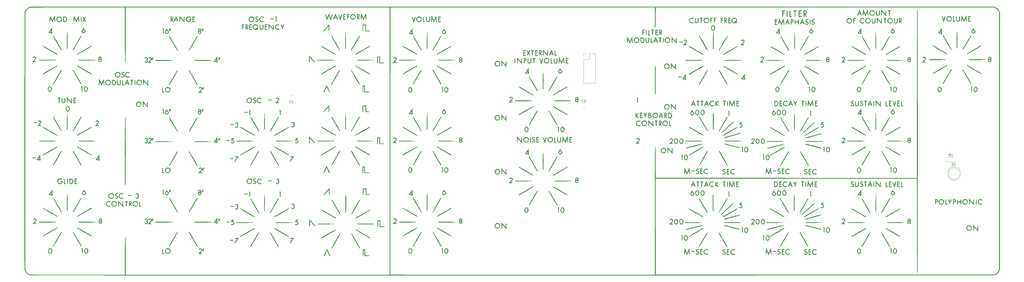
<source format=gbr>
%TF.GenerationSoftware,KiCad,Pcbnew,(5.1.7-0-10_14)*%
%TF.CreationDate,2021-05-20T13:51:09-03:00*%
%TF.ProjectId,MiniMood (tht),4d696e69-4d6f-46f6-9420-28746874292e,1*%
%TF.SameCoordinates,Original*%
%TF.FileFunction,Legend,Top*%
%TF.FilePolarity,Positive*%
%FSLAX46Y46*%
G04 Gerber Fmt 4.6, Leading zero omitted, Abs format (unit mm)*
G04 Created by KiCad (PCBNEW (5.1.7-0-10_14)) date 2021-05-20 13:51:09*
%MOMM*%
%LPD*%
G01*
G04 APERTURE LIST*
%ADD10C,0.010000*%
%ADD11C,0.120000*%
%ADD12C,0.150000*%
G04 APERTURE END LIST*
D10*
%TO.C,G\u002A\u002A\u002A*%
G36*
X439480000Y-21307672D02*
G01*
X440114694Y-21699381D01*
X440631973Y-22212813D01*
X441027663Y-22843795D01*
X441038328Y-22866000D01*
X441300333Y-23416334D01*
X441300333Y-134677115D01*
X440980468Y-135324317D01*
X440653408Y-135875890D01*
X440262772Y-136306527D01*
X439766125Y-136658287D01*
X439482575Y-136809036D01*
X439014333Y-137039000D01*
X231369333Y-137054305D01*
X224100710Y-137054832D01*
X216999531Y-137055327D01*
X210063909Y-137055789D01*
X203291954Y-137056218D01*
X196681777Y-137056612D01*
X190231491Y-137056971D01*
X183939206Y-137057294D01*
X177803034Y-137057579D01*
X171821086Y-137057826D01*
X165991474Y-137058034D01*
X160312308Y-137058201D01*
X154781700Y-137058327D01*
X149397762Y-137058411D01*
X144158605Y-137058452D01*
X139062340Y-137058449D01*
X134107079Y-137058401D01*
X129290932Y-137058307D01*
X124612012Y-137058166D01*
X120068429Y-137057977D01*
X115658295Y-137057739D01*
X111379722Y-137057452D01*
X107230820Y-137057114D01*
X103209701Y-137056724D01*
X99314477Y-137056281D01*
X95543258Y-137055784D01*
X91894156Y-137055233D01*
X88365282Y-137054627D01*
X84954749Y-137053964D01*
X81660666Y-137053243D01*
X78481146Y-137052464D01*
X75414299Y-137051626D01*
X72458238Y-137050727D01*
X69611073Y-137049767D01*
X66870916Y-137048745D01*
X64235878Y-137047659D01*
X61704071Y-137046509D01*
X59273605Y-137045294D01*
X56942593Y-137044013D01*
X54709145Y-137042665D01*
X52571373Y-137041249D01*
X50527388Y-137039764D01*
X48575302Y-137038209D01*
X46713226Y-137036583D01*
X44939271Y-137034885D01*
X43251549Y-137033115D01*
X41648171Y-137031270D01*
X40127248Y-137029351D01*
X38686892Y-137027356D01*
X37325213Y-137025285D01*
X36040325Y-137023136D01*
X34830337Y-137020908D01*
X33693361Y-137018601D01*
X32627508Y-137016213D01*
X31630890Y-137013744D01*
X30701618Y-137011192D01*
X29837804Y-137008557D01*
X29037559Y-137005838D01*
X28298993Y-137003034D01*
X27620220Y-137000143D01*
X26999349Y-136997165D01*
X26434492Y-136994099D01*
X25923761Y-136990944D01*
X25465267Y-136987698D01*
X25057120Y-136984362D01*
X24697434Y-136980934D01*
X24384319Y-136977412D01*
X24115885Y-136973797D01*
X23890246Y-136970087D01*
X23705511Y-136966281D01*
X23559793Y-136962378D01*
X23451202Y-136958378D01*
X23377851Y-136954279D01*
X23337850Y-136950080D01*
X23331747Y-136948704D01*
X22732532Y-136679426D01*
X22193938Y-136272783D01*
X21744170Y-135757614D01*
X21411434Y-135162754D01*
X21308392Y-134880000D01*
X21297246Y-134842481D01*
X21286605Y-134801846D01*
X21276458Y-134754235D01*
X21266796Y-134695792D01*
X21257609Y-134622657D01*
X21248886Y-134530974D01*
X21240617Y-134416883D01*
X21232793Y-134276528D01*
X21225403Y-134106049D01*
X21218437Y-133901590D01*
X21211885Y-133659291D01*
X21205737Y-133375295D01*
X21199982Y-133045744D01*
X21194612Y-132666780D01*
X21189615Y-132234544D01*
X21184983Y-131745179D01*
X21180703Y-131194827D01*
X21176767Y-130579630D01*
X21173165Y-129895729D01*
X21169886Y-129139267D01*
X21166920Y-128306385D01*
X21164258Y-127393226D01*
X21161889Y-126395932D01*
X21159802Y-125310643D01*
X21157989Y-124133504D01*
X21156439Y-122860655D01*
X21155141Y-121488238D01*
X21154086Y-120012395D01*
X21153264Y-118429269D01*
X21152665Y-116735002D01*
X21152278Y-114925734D01*
X21152094Y-112997609D01*
X21152102Y-110946768D01*
X21152292Y-108769353D01*
X21152654Y-106461506D01*
X21153179Y-104019370D01*
X21153856Y-101439085D01*
X21154675Y-98716795D01*
X21155625Y-95848641D01*
X21156698Y-92830765D01*
X21157882Y-89659308D01*
X21159168Y-86330414D01*
X21160546Y-82840224D01*
X21162006Y-79184879D01*
X21162062Y-79042334D01*
X21438333Y-79042334D01*
X21438343Y-82711369D01*
X21438381Y-86214920D01*
X21438458Y-89556833D01*
X21438584Y-92740957D01*
X21438770Y-95771140D01*
X21439026Y-98651231D01*
X21439364Y-101385077D01*
X21439794Y-103976526D01*
X21440327Y-106429426D01*
X21440974Y-108747627D01*
X21441745Y-110934975D01*
X21442651Y-112995318D01*
X21443702Y-114932506D01*
X21444911Y-116750386D01*
X21446286Y-118452805D01*
X21447839Y-120043613D01*
X21449581Y-121526658D01*
X21451523Y-122905786D01*
X21453674Y-124184847D01*
X21456046Y-125367689D01*
X21458650Y-126458160D01*
X21461496Y-127460107D01*
X21464595Y-128377379D01*
X21467958Y-129213825D01*
X21471595Y-129973291D01*
X21475517Y-130659627D01*
X21479736Y-131276680D01*
X21484261Y-131828298D01*
X21489103Y-132318330D01*
X21494273Y-132750623D01*
X21499782Y-133129027D01*
X21505641Y-133457388D01*
X21511859Y-133739555D01*
X21518449Y-133979376D01*
X21525420Y-134180699D01*
X21532784Y-134347373D01*
X21540551Y-134483245D01*
X21548732Y-134592163D01*
X21557337Y-134677976D01*
X21566378Y-134744532D01*
X21575864Y-134795678D01*
X21585808Y-134835264D01*
X21593880Y-134860567D01*
X21889679Y-135460747D01*
X22318106Y-135979843D01*
X22851930Y-136392622D01*
X23463920Y-136673850D01*
X23591351Y-136711563D01*
X23669948Y-136723384D01*
X23818402Y-136734372D01*
X24041977Y-136744555D01*
X24345937Y-136753960D01*
X24735547Y-136762616D01*
X25216070Y-136770551D01*
X25792771Y-136777793D01*
X26470913Y-136784371D01*
X27255761Y-136790311D01*
X28152579Y-136795644D01*
X29166631Y-136800396D01*
X30303181Y-136804595D01*
X31567493Y-136808271D01*
X32964832Y-136811451D01*
X34500460Y-136814162D01*
X36179643Y-136816434D01*
X38007645Y-136818294D01*
X39989729Y-136819771D01*
X42131160Y-136820892D01*
X44192070Y-136821619D01*
X64405807Y-136827334D01*
X64427403Y-128805167D01*
X64431294Y-127447469D01*
X64435329Y-126249398D01*
X64439688Y-125201248D01*
X64444550Y-124293311D01*
X64450097Y-123515882D01*
X64456506Y-122859253D01*
X64463959Y-122313720D01*
X64472635Y-121869574D01*
X64482713Y-121517109D01*
X64494374Y-121246620D01*
X64507797Y-121048399D01*
X64523162Y-120912741D01*
X64540650Y-120829938D01*
X64560439Y-120790284D01*
X64576000Y-120783000D01*
X64597533Y-120797890D01*
X64616638Y-120849032D01*
X64633493Y-120946131D01*
X64648278Y-121098894D01*
X64661173Y-121317028D01*
X64672357Y-121610239D01*
X64682011Y-121988234D01*
X64690314Y-122460718D01*
X64697447Y-123037400D01*
X64703588Y-123727984D01*
X64708918Y-124542178D01*
X64713616Y-125489688D01*
X64717863Y-126580221D01*
X64721838Y-127823482D01*
X64724596Y-128805167D01*
X64746192Y-136827334D01*
X178452666Y-136827334D01*
X178452666Y-105161106D01*
X178721945Y-105161106D01*
X178721959Y-107748043D01*
X178722091Y-110254102D01*
X178722340Y-112674930D01*
X178722704Y-115006172D01*
X178723182Y-117243474D01*
X178723773Y-119382481D01*
X178724475Y-121418840D01*
X178725287Y-123348196D01*
X178726207Y-125166194D01*
X178727234Y-126868481D01*
X178728366Y-128450702D01*
X178729603Y-129908502D01*
X178730942Y-131237528D01*
X178732383Y-132433425D01*
X178733924Y-133491838D01*
X178735563Y-134408414D01*
X178737300Y-135178799D01*
X178739132Y-135798637D01*
X178741059Y-136263574D01*
X178743079Y-136569257D01*
X178745190Y-136711331D01*
X178745873Y-136721500D01*
X178777675Y-136728647D01*
X178869696Y-136735484D01*
X179025173Y-136742020D01*
X179247341Y-136748258D01*
X179539436Y-136754206D01*
X179904693Y-136759870D01*
X180346348Y-136765255D01*
X180867637Y-136770367D01*
X181471795Y-136775213D01*
X182162058Y-136779799D01*
X182941662Y-136784130D01*
X183813841Y-136788212D01*
X184781833Y-136792052D01*
X185848872Y-136795656D01*
X187018194Y-136799028D01*
X188293034Y-136802177D01*
X189676629Y-136805107D01*
X191172213Y-136807824D01*
X192783024Y-136810335D01*
X194512295Y-136812646D01*
X196363263Y-136814762D01*
X198339164Y-136816689D01*
X200443232Y-136818434D01*
X202678704Y-136820003D01*
X205048816Y-136821401D01*
X207556802Y-136822635D01*
X210205899Y-136823710D01*
X212999342Y-136824633D01*
X215940366Y-136825409D01*
X219032208Y-136826045D01*
X222278104Y-136826547D01*
X225681287Y-136826920D01*
X229244995Y-136827171D01*
X232972463Y-136827305D01*
X235769342Y-136827334D01*
X292752666Y-136827334D01*
X292752666Y-109226000D01*
X292752728Y-106639390D01*
X292752930Y-104216863D01*
X292753296Y-101953172D01*
X292753849Y-99843066D01*
X292754615Y-97881297D01*
X292755617Y-96062616D01*
X292756879Y-94381772D01*
X292758426Y-92833518D01*
X292760280Y-91412604D01*
X292762467Y-90113781D01*
X292765011Y-88931799D01*
X292767935Y-87861410D01*
X292771263Y-86897363D01*
X292775020Y-86034412D01*
X292779229Y-85267304D01*
X292783915Y-84590793D01*
X292789102Y-83999629D01*
X292794814Y-83488561D01*
X292801074Y-83052342D01*
X292807908Y-82685723D01*
X292815338Y-82383453D01*
X292823389Y-82140283D01*
X292832086Y-81950966D01*
X292841451Y-81810251D01*
X292851510Y-81712889D01*
X292862286Y-81653631D01*
X292873803Y-81627228D01*
X292879153Y-81624667D01*
X292902565Y-81640223D01*
X292923089Y-81693971D01*
X292940963Y-81796530D01*
X292956422Y-81958518D01*
X292969703Y-82190556D01*
X292981040Y-82503262D01*
X292990671Y-82907254D01*
X292998831Y-83413153D01*
X293005755Y-84031577D01*
X293011681Y-84773145D01*
X293016844Y-85648477D01*
X293021481Y-86668190D01*
X293025826Y-87842906D01*
X293027320Y-88292167D01*
X293049000Y-94959667D01*
X405613138Y-95002127D01*
X405634402Y-58531897D01*
X405636188Y-55547250D01*
X405637980Y-52727364D01*
X405639796Y-50067665D01*
X405641655Y-47563582D01*
X405643576Y-45210540D01*
X405645577Y-43003968D01*
X405647677Y-40939293D01*
X405649894Y-39011941D01*
X405652248Y-37217340D01*
X405654756Y-35550917D01*
X405657437Y-34008099D01*
X405660310Y-32584314D01*
X405663393Y-31274989D01*
X405666705Y-30075551D01*
X405670265Y-28981426D01*
X405674090Y-27988043D01*
X405678201Y-27090829D01*
X405682615Y-26285210D01*
X405687351Y-25566614D01*
X405692427Y-24930468D01*
X405697862Y-24372200D01*
X405703675Y-23887235D01*
X405709884Y-23471003D01*
X405716508Y-23118930D01*
X405723566Y-22826442D01*
X405731076Y-22588968D01*
X405739056Y-22401934D01*
X405747525Y-22260768D01*
X405756502Y-22160897D01*
X405766006Y-22097748D01*
X405776054Y-22066748D01*
X405782666Y-22061667D01*
X405791026Y-22074511D01*
X405799017Y-22115484D01*
X405806647Y-22188246D01*
X405813924Y-22296458D01*
X405820857Y-22443780D01*
X405827452Y-22633871D01*
X405833719Y-22870393D01*
X405839666Y-23157006D01*
X405845301Y-23497371D01*
X405850632Y-23895146D01*
X405855666Y-24353994D01*
X405860414Y-24877573D01*
X405864881Y-25469545D01*
X405869078Y-26133570D01*
X405873011Y-26873308D01*
X405876689Y-27692420D01*
X405880120Y-28594565D01*
X405883312Y-29583405D01*
X405886274Y-30662599D01*
X405889014Y-31835808D01*
X405891539Y-33106692D01*
X405893858Y-34478912D01*
X405895979Y-35956127D01*
X405897911Y-37541999D01*
X405899661Y-39240187D01*
X405901237Y-41054353D01*
X405902648Y-42988155D01*
X405903902Y-45045255D01*
X405905007Y-47229313D01*
X405905971Y-49543988D01*
X405906802Y-51992943D01*
X405907509Y-54579836D01*
X405908100Y-57308329D01*
X405908582Y-60182081D01*
X405908965Y-63204753D01*
X405909255Y-66380005D01*
X405909462Y-69711498D01*
X405909593Y-73202892D01*
X405909657Y-76857847D01*
X405909666Y-79042334D01*
X405909638Y-82793317D01*
X405909546Y-86378627D01*
X405909384Y-89801925D01*
X405909143Y-93066871D01*
X405908815Y-96177124D01*
X405908391Y-99136346D01*
X405907864Y-101948196D01*
X405907225Y-104616336D01*
X405906466Y-107144425D01*
X405905580Y-109536123D01*
X405904557Y-111795092D01*
X405903390Y-113924991D01*
X405902071Y-115929481D01*
X405900591Y-117812221D01*
X405898942Y-119576873D01*
X405897116Y-121227097D01*
X405895105Y-122766553D01*
X405892902Y-124198901D01*
X405890496Y-125527802D01*
X405887881Y-126756917D01*
X405885049Y-127889904D01*
X405881990Y-128930425D01*
X405878698Y-129882140D01*
X405875163Y-130748710D01*
X405871378Y-131533794D01*
X405867335Y-132241054D01*
X405863025Y-132874149D01*
X405858440Y-133436739D01*
X405853572Y-133932486D01*
X405848413Y-134365049D01*
X405842955Y-134738089D01*
X405837189Y-135055266D01*
X405831107Y-135320240D01*
X405824702Y-135536672D01*
X405817965Y-135708222D01*
X405810888Y-135838551D01*
X405803463Y-135931318D01*
X405795681Y-135990185D01*
X405787535Y-136018811D01*
X405782666Y-136023000D01*
X405768877Y-136009430D01*
X405756071Y-135964646D01*
X405744206Y-135882536D01*
X405733236Y-135756991D01*
X405723116Y-135581899D01*
X405713803Y-135351150D01*
X405705253Y-135058632D01*
X405697419Y-134698236D01*
X405690259Y-134263850D01*
X405683727Y-133749363D01*
X405677779Y-133148665D01*
X405672370Y-132455645D01*
X405667457Y-131664192D01*
X405662994Y-130768195D01*
X405658938Y-129761544D01*
X405655243Y-128638127D01*
X405651866Y-127391835D01*
X405648761Y-126016555D01*
X405645884Y-124506178D01*
X405643192Y-122854593D01*
X405640638Y-121055688D01*
X405638180Y-119103353D01*
X405635772Y-116991477D01*
X405634326Y-115639500D01*
X405612987Y-95256000D01*
X293006326Y-95256000D01*
X293049000Y-136785000D01*
X438845000Y-136785000D01*
X439327303Y-136558925D01*
X439866618Y-136226385D01*
X440342155Y-135780418D01*
X440705590Y-135267914D01*
X440754436Y-135174125D01*
X440961666Y-134753000D01*
X440961666Y-23331667D01*
X440735961Y-22908334D01*
X440353924Y-22359536D01*
X439847919Y-21888175D01*
X439268333Y-21536797D01*
X438760333Y-21299667D01*
X293049000Y-21299667D01*
X293027064Y-25638834D01*
X293021622Y-26617908D01*
X293015732Y-27440745D01*
X293008947Y-28120442D01*
X293000819Y-28670096D01*
X292990900Y-29102802D01*
X292978745Y-29431658D01*
X292963905Y-29669760D01*
X292945934Y-29830205D01*
X292924384Y-29926089D01*
X292898807Y-29970508D01*
X292878897Y-29978000D01*
X292850493Y-29961441D01*
X292826611Y-29903037D01*
X292806874Y-29789698D01*
X292790902Y-29608334D01*
X292778317Y-29345856D01*
X292768738Y-28989174D01*
X292761788Y-28525197D01*
X292757088Y-27940836D01*
X292754258Y-27223002D01*
X292752919Y-26358604D01*
X292752666Y-25617604D01*
X292752666Y-21257208D01*
X235750833Y-21278438D01*
X178749000Y-21299667D01*
X178727364Y-78957667D01*
X178726252Y-82076554D01*
X178725271Y-85153752D01*
X178724419Y-88184908D01*
X178723695Y-91165667D01*
X178723098Y-94091675D01*
X178722625Y-96958577D01*
X178722277Y-99762019D01*
X178722050Y-102497647D01*
X178721945Y-105161106D01*
X178452666Y-105161106D01*
X178452666Y-21257334D01*
X64745921Y-21257334D01*
X64724460Y-33131834D01*
X64721292Y-34800547D01*
X64718055Y-36307920D01*
X64714648Y-37661947D01*
X64710972Y-38870621D01*
X64706926Y-39941935D01*
X64702411Y-40883884D01*
X64697328Y-41704459D01*
X64691574Y-42411655D01*
X64685052Y-43013466D01*
X64677661Y-43517884D01*
X64669301Y-43932903D01*
X64659872Y-44266516D01*
X64649274Y-44526717D01*
X64637408Y-44721500D01*
X64624172Y-44858858D01*
X64609468Y-44946783D01*
X64593196Y-44993271D01*
X64576000Y-45006334D01*
X64558127Y-44992117D01*
X64541920Y-44944139D01*
X64527276Y-44854407D01*
X64514098Y-44714927D01*
X64502283Y-44517707D01*
X64491734Y-44254753D01*
X64482349Y-43918072D01*
X64474030Y-43499671D01*
X64466675Y-42991557D01*
X64460185Y-42385736D01*
X64454460Y-41674217D01*
X64449401Y-40849005D01*
X64444906Y-39902108D01*
X64440877Y-38825532D01*
X64437214Y-37611284D01*
X64433815Y-36251372D01*
X64430583Y-34737802D01*
X64427539Y-33130811D01*
X64406078Y-21255288D01*
X44065205Y-21277477D01*
X41868794Y-21279926D01*
X39835334Y-21282332D01*
X37958443Y-21284747D01*
X36231740Y-21287224D01*
X34648841Y-21289813D01*
X33203365Y-21292567D01*
X31888931Y-21295537D01*
X30699155Y-21298775D01*
X29627656Y-21302333D01*
X28668052Y-21306264D01*
X27813960Y-21310618D01*
X27058999Y-21315447D01*
X26396787Y-21320803D01*
X25820941Y-21326739D01*
X25325080Y-21333305D01*
X24902821Y-21340554D01*
X24547783Y-21348537D01*
X24253583Y-21357307D01*
X24013839Y-21366915D01*
X23822169Y-21377412D01*
X23672191Y-21388851D01*
X23557524Y-21401284D01*
X23471784Y-21414762D01*
X23408591Y-21429336D01*
X23361561Y-21445060D01*
X23360380Y-21445531D01*
X22764152Y-21768298D01*
X22241946Y-22215582D01*
X21825145Y-22754650D01*
X21552117Y-23331667D01*
X21544419Y-23376389D01*
X21537061Y-23466058D01*
X21530038Y-23604214D01*
X21523341Y-23794397D01*
X21516964Y-24040149D01*
X21510900Y-24345010D01*
X21505140Y-24712519D01*
X21499679Y-25146219D01*
X21494508Y-25649648D01*
X21489620Y-26226349D01*
X21485009Y-26879861D01*
X21480666Y-27613725D01*
X21476586Y-28431481D01*
X21472760Y-29336670D01*
X21469181Y-30332833D01*
X21465842Y-31423510D01*
X21462736Y-32612241D01*
X21459855Y-33902568D01*
X21457193Y-35298030D01*
X21454742Y-36802169D01*
X21452495Y-38418524D01*
X21450444Y-40150636D01*
X21448583Y-42002046D01*
X21446904Y-43976295D01*
X21445400Y-46076922D01*
X21444063Y-48307469D01*
X21442888Y-50671475D01*
X21441865Y-53172483D01*
X21440988Y-55814031D01*
X21440251Y-58599660D01*
X21439644Y-61532912D01*
X21439162Y-64617326D01*
X21438798Y-67856444D01*
X21438543Y-71253805D01*
X21438390Y-74812950D01*
X21438334Y-78537420D01*
X21438333Y-79042334D01*
X21162062Y-79042334D01*
X21162130Y-78873000D01*
X21184333Y-23416334D01*
X21451139Y-22853194D01*
X21827593Y-22230301D01*
X22312597Y-21733303D01*
X22921886Y-21346464D01*
X22991860Y-21312473D01*
X23555000Y-21045667D01*
X438929666Y-21045667D01*
X439480000Y-21307672D01*
G37*
X439480000Y-21307672D02*
X440114694Y-21699381D01*
X440631973Y-22212813D01*
X441027663Y-22843795D01*
X441038328Y-22866000D01*
X441300333Y-23416334D01*
X441300333Y-134677115D01*
X440980468Y-135324317D01*
X440653408Y-135875890D01*
X440262772Y-136306527D01*
X439766125Y-136658287D01*
X439482575Y-136809036D01*
X439014333Y-137039000D01*
X231369333Y-137054305D01*
X224100710Y-137054832D01*
X216999531Y-137055327D01*
X210063909Y-137055789D01*
X203291954Y-137056218D01*
X196681777Y-137056612D01*
X190231491Y-137056971D01*
X183939206Y-137057294D01*
X177803034Y-137057579D01*
X171821086Y-137057826D01*
X165991474Y-137058034D01*
X160312308Y-137058201D01*
X154781700Y-137058327D01*
X149397762Y-137058411D01*
X144158605Y-137058452D01*
X139062340Y-137058449D01*
X134107079Y-137058401D01*
X129290932Y-137058307D01*
X124612012Y-137058166D01*
X120068429Y-137057977D01*
X115658295Y-137057739D01*
X111379722Y-137057452D01*
X107230820Y-137057114D01*
X103209701Y-137056724D01*
X99314477Y-137056281D01*
X95543258Y-137055784D01*
X91894156Y-137055233D01*
X88365282Y-137054627D01*
X84954749Y-137053964D01*
X81660666Y-137053243D01*
X78481146Y-137052464D01*
X75414299Y-137051626D01*
X72458238Y-137050727D01*
X69611073Y-137049767D01*
X66870916Y-137048745D01*
X64235878Y-137047659D01*
X61704071Y-137046509D01*
X59273605Y-137045294D01*
X56942593Y-137044013D01*
X54709145Y-137042665D01*
X52571373Y-137041249D01*
X50527388Y-137039764D01*
X48575302Y-137038209D01*
X46713226Y-137036583D01*
X44939271Y-137034885D01*
X43251549Y-137033115D01*
X41648171Y-137031270D01*
X40127248Y-137029351D01*
X38686892Y-137027356D01*
X37325213Y-137025285D01*
X36040325Y-137023136D01*
X34830337Y-137020908D01*
X33693361Y-137018601D01*
X32627508Y-137016213D01*
X31630890Y-137013744D01*
X30701618Y-137011192D01*
X29837804Y-137008557D01*
X29037559Y-137005838D01*
X28298993Y-137003034D01*
X27620220Y-137000143D01*
X26999349Y-136997165D01*
X26434492Y-136994099D01*
X25923761Y-136990944D01*
X25465267Y-136987698D01*
X25057120Y-136984362D01*
X24697434Y-136980934D01*
X24384319Y-136977412D01*
X24115885Y-136973797D01*
X23890246Y-136970087D01*
X23705511Y-136966281D01*
X23559793Y-136962378D01*
X23451202Y-136958378D01*
X23377851Y-136954279D01*
X23337850Y-136950080D01*
X23331747Y-136948704D01*
X22732532Y-136679426D01*
X22193938Y-136272783D01*
X21744170Y-135757614D01*
X21411434Y-135162754D01*
X21308392Y-134880000D01*
X21297246Y-134842481D01*
X21286605Y-134801846D01*
X21276458Y-134754235D01*
X21266796Y-134695792D01*
X21257609Y-134622657D01*
X21248886Y-134530974D01*
X21240617Y-134416883D01*
X21232793Y-134276528D01*
X21225403Y-134106049D01*
X21218437Y-133901590D01*
X21211885Y-133659291D01*
X21205737Y-133375295D01*
X21199982Y-133045744D01*
X21194612Y-132666780D01*
X21189615Y-132234544D01*
X21184983Y-131745179D01*
X21180703Y-131194827D01*
X21176767Y-130579630D01*
X21173165Y-129895729D01*
X21169886Y-129139267D01*
X21166920Y-128306385D01*
X21164258Y-127393226D01*
X21161889Y-126395932D01*
X21159802Y-125310643D01*
X21157989Y-124133504D01*
X21156439Y-122860655D01*
X21155141Y-121488238D01*
X21154086Y-120012395D01*
X21153264Y-118429269D01*
X21152665Y-116735002D01*
X21152278Y-114925734D01*
X21152094Y-112997609D01*
X21152102Y-110946768D01*
X21152292Y-108769353D01*
X21152654Y-106461506D01*
X21153179Y-104019370D01*
X21153856Y-101439085D01*
X21154675Y-98716795D01*
X21155625Y-95848641D01*
X21156698Y-92830765D01*
X21157882Y-89659308D01*
X21159168Y-86330414D01*
X21160546Y-82840224D01*
X21162006Y-79184879D01*
X21162062Y-79042334D01*
X21438333Y-79042334D01*
X21438343Y-82711369D01*
X21438381Y-86214920D01*
X21438458Y-89556833D01*
X21438584Y-92740957D01*
X21438770Y-95771140D01*
X21439026Y-98651231D01*
X21439364Y-101385077D01*
X21439794Y-103976526D01*
X21440327Y-106429426D01*
X21440974Y-108747627D01*
X21441745Y-110934975D01*
X21442651Y-112995318D01*
X21443702Y-114932506D01*
X21444911Y-116750386D01*
X21446286Y-118452805D01*
X21447839Y-120043613D01*
X21449581Y-121526658D01*
X21451523Y-122905786D01*
X21453674Y-124184847D01*
X21456046Y-125367689D01*
X21458650Y-126458160D01*
X21461496Y-127460107D01*
X21464595Y-128377379D01*
X21467958Y-129213825D01*
X21471595Y-129973291D01*
X21475517Y-130659627D01*
X21479736Y-131276680D01*
X21484261Y-131828298D01*
X21489103Y-132318330D01*
X21494273Y-132750623D01*
X21499782Y-133129027D01*
X21505641Y-133457388D01*
X21511859Y-133739555D01*
X21518449Y-133979376D01*
X21525420Y-134180699D01*
X21532784Y-134347373D01*
X21540551Y-134483245D01*
X21548732Y-134592163D01*
X21557337Y-134677976D01*
X21566378Y-134744532D01*
X21575864Y-134795678D01*
X21585808Y-134835264D01*
X21593880Y-134860567D01*
X21889679Y-135460747D01*
X22318106Y-135979843D01*
X22851930Y-136392622D01*
X23463920Y-136673850D01*
X23591351Y-136711563D01*
X23669948Y-136723384D01*
X23818402Y-136734372D01*
X24041977Y-136744555D01*
X24345937Y-136753960D01*
X24735547Y-136762616D01*
X25216070Y-136770551D01*
X25792771Y-136777793D01*
X26470913Y-136784371D01*
X27255761Y-136790311D01*
X28152579Y-136795644D01*
X29166631Y-136800396D01*
X30303181Y-136804595D01*
X31567493Y-136808271D01*
X32964832Y-136811451D01*
X34500460Y-136814162D01*
X36179643Y-136816434D01*
X38007645Y-136818294D01*
X39989729Y-136819771D01*
X42131160Y-136820892D01*
X44192070Y-136821619D01*
X64405807Y-136827334D01*
X64427403Y-128805167D01*
X64431294Y-127447469D01*
X64435329Y-126249398D01*
X64439688Y-125201248D01*
X64444550Y-124293311D01*
X64450097Y-123515882D01*
X64456506Y-122859253D01*
X64463959Y-122313720D01*
X64472635Y-121869574D01*
X64482713Y-121517109D01*
X64494374Y-121246620D01*
X64507797Y-121048399D01*
X64523162Y-120912741D01*
X64540650Y-120829938D01*
X64560439Y-120790284D01*
X64576000Y-120783000D01*
X64597533Y-120797890D01*
X64616638Y-120849032D01*
X64633493Y-120946131D01*
X64648278Y-121098894D01*
X64661173Y-121317028D01*
X64672357Y-121610239D01*
X64682011Y-121988234D01*
X64690314Y-122460718D01*
X64697447Y-123037400D01*
X64703588Y-123727984D01*
X64708918Y-124542178D01*
X64713616Y-125489688D01*
X64717863Y-126580221D01*
X64721838Y-127823482D01*
X64724596Y-128805167D01*
X64746192Y-136827334D01*
X178452666Y-136827334D01*
X178452666Y-105161106D01*
X178721945Y-105161106D01*
X178721959Y-107748043D01*
X178722091Y-110254102D01*
X178722340Y-112674930D01*
X178722704Y-115006172D01*
X178723182Y-117243474D01*
X178723773Y-119382481D01*
X178724475Y-121418840D01*
X178725287Y-123348196D01*
X178726207Y-125166194D01*
X178727234Y-126868481D01*
X178728366Y-128450702D01*
X178729603Y-129908502D01*
X178730942Y-131237528D01*
X178732383Y-132433425D01*
X178733924Y-133491838D01*
X178735563Y-134408414D01*
X178737300Y-135178799D01*
X178739132Y-135798637D01*
X178741059Y-136263574D01*
X178743079Y-136569257D01*
X178745190Y-136711331D01*
X178745873Y-136721500D01*
X178777675Y-136728647D01*
X178869696Y-136735484D01*
X179025173Y-136742020D01*
X179247341Y-136748258D01*
X179539436Y-136754206D01*
X179904693Y-136759870D01*
X180346348Y-136765255D01*
X180867637Y-136770367D01*
X181471795Y-136775213D01*
X182162058Y-136779799D01*
X182941662Y-136784130D01*
X183813841Y-136788212D01*
X184781833Y-136792052D01*
X185848872Y-136795656D01*
X187018194Y-136799028D01*
X188293034Y-136802177D01*
X189676629Y-136805107D01*
X191172213Y-136807824D01*
X192783024Y-136810335D01*
X194512295Y-136812646D01*
X196363263Y-136814762D01*
X198339164Y-136816689D01*
X200443232Y-136818434D01*
X202678704Y-136820003D01*
X205048816Y-136821401D01*
X207556802Y-136822635D01*
X210205899Y-136823710D01*
X212999342Y-136824633D01*
X215940366Y-136825409D01*
X219032208Y-136826045D01*
X222278104Y-136826547D01*
X225681287Y-136826920D01*
X229244995Y-136827171D01*
X232972463Y-136827305D01*
X235769342Y-136827334D01*
X292752666Y-136827334D01*
X292752666Y-109226000D01*
X292752728Y-106639390D01*
X292752930Y-104216863D01*
X292753296Y-101953172D01*
X292753849Y-99843066D01*
X292754615Y-97881297D01*
X292755617Y-96062616D01*
X292756879Y-94381772D01*
X292758426Y-92833518D01*
X292760280Y-91412604D01*
X292762467Y-90113781D01*
X292765011Y-88931799D01*
X292767935Y-87861410D01*
X292771263Y-86897363D01*
X292775020Y-86034412D01*
X292779229Y-85267304D01*
X292783915Y-84590793D01*
X292789102Y-83999629D01*
X292794814Y-83488561D01*
X292801074Y-83052342D01*
X292807908Y-82685723D01*
X292815338Y-82383453D01*
X292823389Y-82140283D01*
X292832086Y-81950966D01*
X292841451Y-81810251D01*
X292851510Y-81712889D01*
X292862286Y-81653631D01*
X292873803Y-81627228D01*
X292879153Y-81624667D01*
X292902565Y-81640223D01*
X292923089Y-81693971D01*
X292940963Y-81796530D01*
X292956422Y-81958518D01*
X292969703Y-82190556D01*
X292981040Y-82503262D01*
X292990671Y-82907254D01*
X292998831Y-83413153D01*
X293005755Y-84031577D01*
X293011681Y-84773145D01*
X293016844Y-85648477D01*
X293021481Y-86668190D01*
X293025826Y-87842906D01*
X293027320Y-88292167D01*
X293049000Y-94959667D01*
X405613138Y-95002127D01*
X405634402Y-58531897D01*
X405636188Y-55547250D01*
X405637980Y-52727364D01*
X405639796Y-50067665D01*
X405641655Y-47563582D01*
X405643576Y-45210540D01*
X405645577Y-43003968D01*
X405647677Y-40939293D01*
X405649894Y-39011941D01*
X405652248Y-37217340D01*
X405654756Y-35550917D01*
X405657437Y-34008099D01*
X405660310Y-32584314D01*
X405663393Y-31274989D01*
X405666705Y-30075551D01*
X405670265Y-28981426D01*
X405674090Y-27988043D01*
X405678201Y-27090829D01*
X405682615Y-26285210D01*
X405687351Y-25566614D01*
X405692427Y-24930468D01*
X405697862Y-24372200D01*
X405703675Y-23887235D01*
X405709884Y-23471003D01*
X405716508Y-23118930D01*
X405723566Y-22826442D01*
X405731076Y-22588968D01*
X405739056Y-22401934D01*
X405747525Y-22260768D01*
X405756502Y-22160897D01*
X405766006Y-22097748D01*
X405776054Y-22066748D01*
X405782666Y-22061667D01*
X405791026Y-22074511D01*
X405799017Y-22115484D01*
X405806647Y-22188246D01*
X405813924Y-22296458D01*
X405820857Y-22443780D01*
X405827452Y-22633871D01*
X405833719Y-22870393D01*
X405839666Y-23157006D01*
X405845301Y-23497371D01*
X405850632Y-23895146D01*
X405855666Y-24353994D01*
X405860414Y-24877573D01*
X405864881Y-25469545D01*
X405869078Y-26133570D01*
X405873011Y-26873308D01*
X405876689Y-27692420D01*
X405880120Y-28594565D01*
X405883312Y-29583405D01*
X405886274Y-30662599D01*
X405889014Y-31835808D01*
X405891539Y-33106692D01*
X405893858Y-34478912D01*
X405895979Y-35956127D01*
X405897911Y-37541999D01*
X405899661Y-39240187D01*
X405901237Y-41054353D01*
X405902648Y-42988155D01*
X405903902Y-45045255D01*
X405905007Y-47229313D01*
X405905971Y-49543988D01*
X405906802Y-51992943D01*
X405907509Y-54579836D01*
X405908100Y-57308329D01*
X405908582Y-60182081D01*
X405908965Y-63204753D01*
X405909255Y-66380005D01*
X405909462Y-69711498D01*
X405909593Y-73202892D01*
X405909657Y-76857847D01*
X405909666Y-79042334D01*
X405909638Y-82793317D01*
X405909546Y-86378627D01*
X405909384Y-89801925D01*
X405909143Y-93066871D01*
X405908815Y-96177124D01*
X405908391Y-99136346D01*
X405907864Y-101948196D01*
X405907225Y-104616336D01*
X405906466Y-107144425D01*
X405905580Y-109536123D01*
X405904557Y-111795092D01*
X405903390Y-113924991D01*
X405902071Y-115929481D01*
X405900591Y-117812221D01*
X405898942Y-119576873D01*
X405897116Y-121227097D01*
X405895105Y-122766553D01*
X405892902Y-124198901D01*
X405890496Y-125527802D01*
X405887881Y-126756917D01*
X405885049Y-127889904D01*
X405881990Y-128930425D01*
X405878698Y-129882140D01*
X405875163Y-130748710D01*
X405871378Y-131533794D01*
X405867335Y-132241054D01*
X405863025Y-132874149D01*
X405858440Y-133436739D01*
X405853572Y-133932486D01*
X405848413Y-134365049D01*
X405842955Y-134738089D01*
X405837189Y-135055266D01*
X405831107Y-135320240D01*
X405824702Y-135536672D01*
X405817965Y-135708222D01*
X405810888Y-135838551D01*
X405803463Y-135931318D01*
X405795681Y-135990185D01*
X405787535Y-136018811D01*
X405782666Y-136023000D01*
X405768877Y-136009430D01*
X405756071Y-135964646D01*
X405744206Y-135882536D01*
X405733236Y-135756991D01*
X405723116Y-135581899D01*
X405713803Y-135351150D01*
X405705253Y-135058632D01*
X405697419Y-134698236D01*
X405690259Y-134263850D01*
X405683727Y-133749363D01*
X405677779Y-133148665D01*
X405672370Y-132455645D01*
X405667457Y-131664192D01*
X405662994Y-130768195D01*
X405658938Y-129761544D01*
X405655243Y-128638127D01*
X405651866Y-127391835D01*
X405648761Y-126016555D01*
X405645884Y-124506178D01*
X405643192Y-122854593D01*
X405640638Y-121055688D01*
X405638180Y-119103353D01*
X405635772Y-116991477D01*
X405634326Y-115639500D01*
X405612987Y-95256000D01*
X293006326Y-95256000D01*
X293049000Y-136785000D01*
X438845000Y-136785000D01*
X439327303Y-136558925D01*
X439866618Y-136226385D01*
X440342155Y-135780418D01*
X440705590Y-135267914D01*
X440754436Y-135174125D01*
X440961666Y-134753000D01*
X440961666Y-23331667D01*
X440735961Y-22908334D01*
X440353924Y-22359536D01*
X439847919Y-21888175D01*
X439268333Y-21536797D01*
X438760333Y-21299667D01*
X293049000Y-21299667D01*
X293027064Y-25638834D01*
X293021622Y-26617908D01*
X293015732Y-27440745D01*
X293008947Y-28120442D01*
X293000819Y-28670096D01*
X292990900Y-29102802D01*
X292978745Y-29431658D01*
X292963905Y-29669760D01*
X292945934Y-29830205D01*
X292924384Y-29926089D01*
X292898807Y-29970508D01*
X292878897Y-29978000D01*
X292850493Y-29961441D01*
X292826611Y-29903037D01*
X292806874Y-29789698D01*
X292790902Y-29608334D01*
X292778317Y-29345856D01*
X292768738Y-28989174D01*
X292761788Y-28525197D01*
X292757088Y-27940836D01*
X292754258Y-27223002D01*
X292752919Y-26358604D01*
X292752666Y-25617604D01*
X292752666Y-21257208D01*
X235750833Y-21278438D01*
X178749000Y-21299667D01*
X178727364Y-78957667D01*
X178726252Y-82076554D01*
X178725271Y-85153752D01*
X178724419Y-88184908D01*
X178723695Y-91165667D01*
X178723098Y-94091675D01*
X178722625Y-96958577D01*
X178722277Y-99762019D01*
X178722050Y-102497647D01*
X178721945Y-105161106D01*
X178452666Y-105161106D01*
X178452666Y-21257334D01*
X64745921Y-21257334D01*
X64724460Y-33131834D01*
X64721292Y-34800547D01*
X64718055Y-36307920D01*
X64714648Y-37661947D01*
X64710972Y-38870621D01*
X64706926Y-39941935D01*
X64702411Y-40883884D01*
X64697328Y-41704459D01*
X64691574Y-42411655D01*
X64685052Y-43013466D01*
X64677661Y-43517884D01*
X64669301Y-43932903D01*
X64659872Y-44266516D01*
X64649274Y-44526717D01*
X64637408Y-44721500D01*
X64624172Y-44858858D01*
X64609468Y-44946783D01*
X64593196Y-44993271D01*
X64576000Y-45006334D01*
X64558127Y-44992117D01*
X64541920Y-44944139D01*
X64527276Y-44854407D01*
X64514098Y-44714927D01*
X64502283Y-44517707D01*
X64491734Y-44254753D01*
X64482349Y-43918072D01*
X64474030Y-43499671D01*
X64466675Y-42991557D01*
X64460185Y-42385736D01*
X64454460Y-41674217D01*
X64449401Y-40849005D01*
X64444906Y-39902108D01*
X64440877Y-38825532D01*
X64437214Y-37611284D01*
X64433815Y-36251372D01*
X64430583Y-34737802D01*
X64427539Y-33130811D01*
X64406078Y-21255288D01*
X44065205Y-21277477D01*
X41868794Y-21279926D01*
X39835334Y-21282332D01*
X37958443Y-21284747D01*
X36231740Y-21287224D01*
X34648841Y-21289813D01*
X33203365Y-21292567D01*
X31888931Y-21295537D01*
X30699155Y-21298775D01*
X29627656Y-21302333D01*
X28668052Y-21306264D01*
X27813960Y-21310618D01*
X27058999Y-21315447D01*
X26396787Y-21320803D01*
X25820941Y-21326739D01*
X25325080Y-21333305D01*
X24902821Y-21340554D01*
X24547783Y-21348537D01*
X24253583Y-21357307D01*
X24013839Y-21366915D01*
X23822169Y-21377412D01*
X23672191Y-21388851D01*
X23557524Y-21401284D01*
X23471784Y-21414762D01*
X23408591Y-21429336D01*
X23361561Y-21445060D01*
X23360380Y-21445531D01*
X22764152Y-21768298D01*
X22241946Y-22215582D01*
X21825145Y-22754650D01*
X21552117Y-23331667D01*
X21544419Y-23376389D01*
X21537061Y-23466058D01*
X21530038Y-23604214D01*
X21523341Y-23794397D01*
X21516964Y-24040149D01*
X21510900Y-24345010D01*
X21505140Y-24712519D01*
X21499679Y-25146219D01*
X21494508Y-25649648D01*
X21489620Y-26226349D01*
X21485009Y-26879861D01*
X21480666Y-27613725D01*
X21476586Y-28431481D01*
X21472760Y-29336670D01*
X21469181Y-30332833D01*
X21465842Y-31423510D01*
X21462736Y-32612241D01*
X21459855Y-33902568D01*
X21457193Y-35298030D01*
X21454742Y-36802169D01*
X21452495Y-38418524D01*
X21450444Y-40150636D01*
X21448583Y-42002046D01*
X21446904Y-43976295D01*
X21445400Y-46076922D01*
X21444063Y-48307469D01*
X21442888Y-50671475D01*
X21441865Y-53172483D01*
X21440988Y-55814031D01*
X21440251Y-58599660D01*
X21439644Y-61532912D01*
X21439162Y-64617326D01*
X21438798Y-67856444D01*
X21438543Y-71253805D01*
X21438390Y-74812950D01*
X21438334Y-78537420D01*
X21438333Y-79042334D01*
X21162062Y-79042334D01*
X21162130Y-78873000D01*
X21184333Y-23416334D01*
X21451139Y-22853194D01*
X21827593Y-22230301D01*
X22312597Y-21733303D01*
X22921886Y-21346464D01*
X22991860Y-21312473D01*
X23555000Y-21045667D01*
X438929666Y-21045667D01*
X439480000Y-21307672D01*
G36*
X151504587Y-125897669D02*
G01*
X151619177Y-126086000D01*
X151774743Y-126370014D01*
X151956852Y-126720424D01*
X152151069Y-127107944D01*
X152342960Y-127503284D01*
X152518092Y-127877160D01*
X152662030Y-128200282D01*
X152760340Y-128443363D01*
X152798589Y-128577118D01*
X152798666Y-128580130D01*
X152736205Y-128687461D01*
X152688355Y-128699334D01*
X152615419Y-128626739D01*
X152487316Y-128426637D01*
X152319230Y-128125546D01*
X152126345Y-127749985D01*
X152021811Y-127535167D01*
X151465578Y-126371000D01*
X150905779Y-127535167D01*
X150672019Y-128012763D01*
X150494894Y-128350680D01*
X150363429Y-128564492D01*
X150266650Y-128669771D01*
X150193584Y-128682090D01*
X150137928Y-128624799D01*
X150156935Y-128526898D01*
X150238439Y-128308218D01*
X150368282Y-127998971D01*
X150532311Y-127629371D01*
X150716367Y-127229627D01*
X150906297Y-126829954D01*
X151087944Y-126460562D01*
X151247151Y-126151664D01*
X151369764Y-125933473D01*
X151441627Y-125836200D01*
X151445408Y-125834308D01*
X151504587Y-125897669D01*
G37*
X151504587Y-125897669D02*
X151619177Y-126086000D01*
X151774743Y-126370014D01*
X151956852Y-126720424D01*
X152151069Y-127107944D01*
X152342960Y-127503284D01*
X152518092Y-127877160D01*
X152662030Y-128200282D01*
X152760340Y-128443363D01*
X152798589Y-128577118D01*
X152798666Y-128580130D01*
X152736205Y-128687461D01*
X152688355Y-128699334D01*
X152615419Y-128626739D01*
X152487316Y-128426637D01*
X152319230Y-128125546D01*
X152126345Y-127749985D01*
X152021811Y-127535167D01*
X151465578Y-126371000D01*
X150905779Y-127535167D01*
X150672019Y-128012763D01*
X150494894Y-128350680D01*
X150363429Y-128564492D01*
X150266650Y-128669771D01*
X150193584Y-128682090D01*
X150137928Y-128624799D01*
X150156935Y-128526898D01*
X150238439Y-128308218D01*
X150368282Y-127998971D01*
X150532311Y-127629371D01*
X150716367Y-127229627D01*
X150906297Y-126829954D01*
X151087944Y-126460562D01*
X151247151Y-126151664D01*
X151369764Y-125933473D01*
X151441627Y-125836200D01*
X151445408Y-125834308D01*
X151504587Y-125897669D01*
G36*
X167575093Y-125830634D02*
G01*
X167764383Y-125866871D01*
X167828584Y-125907898D01*
X167848947Y-126020177D01*
X167867929Y-126268758D01*
X167883779Y-126620606D01*
X167894744Y-127042691D01*
X167897081Y-127199065D01*
X167911666Y-128403000D01*
X168927666Y-128445334D01*
X169416386Y-128473700D01*
X169738366Y-128508934D01*
X169895901Y-128547843D01*
X169891287Y-128587236D01*
X169726817Y-128623918D01*
X169404787Y-128654699D01*
X168927491Y-128676387D01*
X168758576Y-128680556D01*
X167615333Y-128704112D01*
X167615333Y-126159334D01*
X167196526Y-126159334D01*
X167173096Y-127401215D01*
X167157592Y-127943794D01*
X167133919Y-128328683D01*
X167100951Y-128567381D01*
X167057558Y-128671385D01*
X167047929Y-128676905D01*
X167006666Y-128643875D01*
X166974727Y-128503342D01*
X166950598Y-128239431D01*
X166932764Y-127836266D01*
X166920929Y-127345890D01*
X166916690Y-126850024D01*
X166922782Y-126432116D01*
X166938205Y-126118366D01*
X166961959Y-125934973D01*
X166976100Y-125900866D01*
X167111972Y-125847063D01*
X167334630Y-125823841D01*
X167575093Y-125830634D01*
G37*
X167575093Y-125830634D02*
X167764383Y-125866871D01*
X167828584Y-125907898D01*
X167848947Y-126020177D01*
X167867929Y-126268758D01*
X167883779Y-126620606D01*
X167894744Y-127042691D01*
X167897081Y-127199065D01*
X167911666Y-128403000D01*
X168927666Y-128445334D01*
X169416386Y-128473700D01*
X169738366Y-128508934D01*
X169895901Y-128547843D01*
X169891287Y-128587236D01*
X169726817Y-128623918D01*
X169404787Y-128654699D01*
X168927491Y-128676387D01*
X168758576Y-128680556D01*
X167615333Y-128704112D01*
X167615333Y-126159334D01*
X167196526Y-126159334D01*
X167173096Y-127401215D01*
X167157592Y-127943794D01*
X167133919Y-128328683D01*
X167100951Y-128567381D01*
X167057558Y-128671385D01*
X167047929Y-128676905D01*
X167006666Y-128643875D01*
X166974727Y-128503342D01*
X166950598Y-128239431D01*
X166932764Y-127836266D01*
X166920929Y-127345890D01*
X166916690Y-126850024D01*
X166922782Y-126432116D01*
X166938205Y-126118366D01*
X166961959Y-125934973D01*
X166976100Y-125900866D01*
X167111972Y-125847063D01*
X167334630Y-125823841D01*
X167575093Y-125830634D01*
G36*
X80677180Y-125593269D02*
G01*
X80714610Y-125690970D01*
X80736284Y-125886606D01*
X80745861Y-126207018D01*
X80747333Y-126498000D01*
X80747333Y-127429334D01*
X81001333Y-127429334D01*
X81187253Y-127455944D01*
X81252712Y-127554955D01*
X81255333Y-127598667D01*
X81230404Y-127704487D01*
X81126891Y-127754526D01*
X80901703Y-127767936D01*
X80874333Y-127768000D01*
X80493333Y-127768000D01*
X80493333Y-126667334D01*
X80496163Y-126208927D01*
X80506581Y-125894741D01*
X80527476Y-125699729D01*
X80561739Y-125598842D01*
X80612259Y-125567034D01*
X80620333Y-125566667D01*
X80677180Y-125593269D01*
G37*
X80677180Y-125593269D02*
X80714610Y-125690970D01*
X80736284Y-125886606D01*
X80745861Y-126207018D01*
X80747333Y-126498000D01*
X80747333Y-127429334D01*
X81001333Y-127429334D01*
X81187253Y-127455944D01*
X81252712Y-127554955D01*
X81255333Y-127598667D01*
X81230404Y-127704487D01*
X81126891Y-127754526D01*
X80901703Y-127767936D01*
X80874333Y-127768000D01*
X80493333Y-127768000D01*
X80493333Y-126667334D01*
X80496163Y-126208927D01*
X80506581Y-125894741D01*
X80527476Y-125699729D01*
X80561739Y-125598842D01*
X80612259Y-125567034D01*
X80620333Y-125566667D01*
X80677180Y-125593269D01*
G36*
X83361362Y-125496113D02*
G01*
X83680331Y-125687713D01*
X83921899Y-125974000D01*
X84054522Y-126345305D01*
X84070115Y-126521928D01*
X84002070Y-126962008D01*
X83801291Y-127323494D01*
X83494234Y-127585513D01*
X83107354Y-127727194D01*
X82667108Y-127727665D01*
X82567666Y-127707220D01*
X82203674Y-127540041D01*
X81930884Y-127260905D01*
X81762312Y-126908058D01*
X81722000Y-126603142D01*
X81997308Y-126603142D01*
X82023518Y-126779327D01*
X82194215Y-127110438D01*
X82468167Y-127330631D01*
X82809674Y-127425762D01*
X83183039Y-127381689D01*
X83359721Y-127308683D01*
X83626390Y-127090196D01*
X83766619Y-126803165D01*
X83785312Y-126485924D01*
X83687370Y-126176808D01*
X83477696Y-125914152D01*
X83161194Y-125736289D01*
X83158505Y-125735397D01*
X82823816Y-125702808D01*
X82506951Y-125804009D01*
X82241311Y-126008279D01*
X82060297Y-126284897D01*
X81997308Y-126603142D01*
X81722000Y-126603142D01*
X81710974Y-126519743D01*
X81789886Y-126134207D01*
X81942367Y-125869898D01*
X82255495Y-125586090D01*
X82617400Y-125435635D01*
X82996537Y-125408864D01*
X83361362Y-125496113D01*
G37*
X83361362Y-125496113D02*
X83680331Y-125687713D01*
X83921899Y-125974000D01*
X84054522Y-126345305D01*
X84070115Y-126521928D01*
X84002070Y-126962008D01*
X83801291Y-127323494D01*
X83494234Y-127585513D01*
X83107354Y-127727194D01*
X82667108Y-127727665D01*
X82567666Y-127707220D01*
X82203674Y-127540041D01*
X81930884Y-127260905D01*
X81762312Y-126908058D01*
X81722000Y-126603142D01*
X81997308Y-126603142D01*
X82023518Y-126779327D01*
X82194215Y-127110438D01*
X82468167Y-127330631D01*
X82809674Y-127425762D01*
X83183039Y-127381689D01*
X83359721Y-127308683D01*
X83626390Y-127090196D01*
X83766619Y-126803165D01*
X83785312Y-126485924D01*
X83687370Y-126176808D01*
X83477696Y-125914152D01*
X83161194Y-125736289D01*
X83158505Y-125735397D01*
X82823816Y-125702808D01*
X82506951Y-125804009D01*
X82241311Y-126008279D01*
X82060297Y-126284897D01*
X81997308Y-126603142D01*
X81722000Y-126603142D01*
X81710974Y-126519743D01*
X81789886Y-126134207D01*
X81942367Y-125869898D01*
X82255495Y-125586090D01*
X82617400Y-125435635D01*
X82996537Y-125408864D01*
X83361362Y-125496113D01*
G36*
X97292715Y-125477529D02*
G01*
X97524715Y-125648087D01*
X97661364Y-125899522D01*
X97680666Y-126051979D01*
X97647313Y-126267713D01*
X97534548Y-126499418D01*
X97323307Y-126778235D01*
X97057858Y-127069500D01*
X96714076Y-127429334D01*
X97112705Y-127429334D01*
X97357469Y-127439421D01*
X97475974Y-127481713D01*
X97510700Y-127574255D01*
X97511333Y-127598667D01*
X97498197Y-127680281D01*
X97436940Y-127730463D01*
X97294790Y-127756759D01*
X97038974Y-127766714D01*
X96775826Y-127768000D01*
X96040319Y-127768000D01*
X96251429Y-127535167D01*
X96633602Y-127111272D01*
X96915280Y-126790973D01*
X97111470Y-126554039D01*
X97237180Y-126380239D01*
X97307418Y-126249345D01*
X97337192Y-126141126D01*
X97342000Y-126065115D01*
X97296038Y-125851514D01*
X97154657Y-125745908D01*
X96906217Y-125707840D01*
X96699293Y-125767617D01*
X96606109Y-125874749D01*
X96511823Y-125961429D01*
X96369909Y-125988183D01*
X96259735Y-125949192D01*
X96241333Y-125901485D01*
X96296401Y-125786556D01*
X96430820Y-125623827D01*
X96449151Y-125605152D01*
X96712479Y-125440658D01*
X97007819Y-125403252D01*
X97292715Y-125477529D01*
G37*
X97292715Y-125477529D02*
X97524715Y-125648087D01*
X97661364Y-125899522D01*
X97680666Y-126051979D01*
X97647313Y-126267713D01*
X97534548Y-126499418D01*
X97323307Y-126778235D01*
X97057858Y-127069500D01*
X96714076Y-127429334D01*
X97112705Y-127429334D01*
X97357469Y-127439421D01*
X97475974Y-127481713D01*
X97510700Y-127574255D01*
X97511333Y-127598667D01*
X97498197Y-127680281D01*
X97436940Y-127730463D01*
X97294790Y-127756759D01*
X97038974Y-127766714D01*
X96775826Y-127768000D01*
X96040319Y-127768000D01*
X96251429Y-127535167D01*
X96633602Y-127111272D01*
X96915280Y-126790973D01*
X97111470Y-126554039D01*
X97237180Y-126380239D01*
X97307418Y-126249345D01*
X97337192Y-126141126D01*
X97342000Y-126065115D01*
X97296038Y-125851514D01*
X97154657Y-125745908D01*
X96906217Y-125707840D01*
X96699293Y-125767617D01*
X96606109Y-125874749D01*
X96511823Y-125961429D01*
X96369909Y-125988183D01*
X96259735Y-125949192D01*
X96241333Y-125901485D01*
X96296401Y-125786556D01*
X96430820Y-125623827D01*
X96449151Y-125605152D01*
X96712479Y-125440658D01*
X97007819Y-125403252D01*
X97292715Y-125477529D01*
G36*
X32433591Y-125351084D02*
G01*
X32463547Y-125360940D01*
X32661805Y-125484425D01*
X32855803Y-125685219D01*
X32886880Y-125728472D01*
X33037181Y-126073704D01*
X33082803Y-126468899D01*
X33031930Y-126867535D01*
X32892741Y-127223089D01*
X32673418Y-127489039D01*
X32564787Y-127560063D01*
X32318816Y-127661138D01*
X32115293Y-127656963D01*
X31874564Y-127550797D01*
X31601881Y-127308811D01*
X31438588Y-126940426D01*
X31405897Y-126645736D01*
X31655737Y-126645736D01*
X31777838Y-127014836D01*
X31809072Y-127069500D01*
X32014253Y-127285798D01*
X32253309Y-127343979D01*
X32499366Y-127240123D01*
X32567277Y-127180056D01*
X32733491Y-126907466D01*
X32797007Y-126564855D01*
X32762613Y-126207484D01*
X32635094Y-125890617D01*
X32437444Y-125680930D01*
X32276452Y-125595910D01*
X32144619Y-125613468D01*
X32017887Y-125688357D01*
X31782745Y-125936309D01*
X31659700Y-126270831D01*
X31655737Y-126645736D01*
X31405897Y-126645736D01*
X31386666Y-126472392D01*
X31442864Y-126047128D01*
X31597135Y-125700195D01*
X31828001Y-125453763D01*
X32113980Y-125330003D01*
X32433591Y-125351084D01*
G37*
X32433591Y-125351084D02*
X32463547Y-125360940D01*
X32661805Y-125484425D01*
X32855803Y-125685219D01*
X32886880Y-125728472D01*
X33037181Y-126073704D01*
X33082803Y-126468899D01*
X33031930Y-126867535D01*
X32892741Y-127223089D01*
X32673418Y-127489039D01*
X32564787Y-127560063D01*
X32318816Y-127661138D01*
X32115293Y-127656963D01*
X31874564Y-127550797D01*
X31601881Y-127308811D01*
X31438588Y-126940426D01*
X31405897Y-126645736D01*
X31655737Y-126645736D01*
X31777838Y-127014836D01*
X31809072Y-127069500D01*
X32014253Y-127285798D01*
X32253309Y-127343979D01*
X32499366Y-127240123D01*
X32567277Y-127180056D01*
X32733491Y-126907466D01*
X32797007Y-126564855D01*
X32762613Y-126207484D01*
X32635094Y-125890617D01*
X32437444Y-125680930D01*
X32276452Y-125595910D01*
X32144619Y-125613468D01*
X32017887Y-125688357D01*
X31782745Y-125936309D01*
X31659700Y-126270831D01*
X31655737Y-126645736D01*
X31405897Y-126645736D01*
X31386666Y-126472392D01*
X31442864Y-126047128D01*
X31597135Y-125700195D01*
X31828001Y-125453763D01*
X32113980Y-125330003D01*
X32433591Y-125351084D01*
G36*
X47927591Y-125351084D02*
G01*
X47957547Y-125360940D01*
X48155805Y-125484425D01*
X48349803Y-125685219D01*
X48380880Y-125728472D01*
X48531181Y-126073704D01*
X48576803Y-126468899D01*
X48525930Y-126867535D01*
X48386741Y-127223089D01*
X48167418Y-127489039D01*
X48058787Y-127560063D01*
X47812816Y-127661138D01*
X47609293Y-127656963D01*
X47368564Y-127550797D01*
X47095881Y-127308811D01*
X46932588Y-126940426D01*
X46899897Y-126645736D01*
X47149737Y-126645736D01*
X47271838Y-127014836D01*
X47303072Y-127069500D01*
X47508253Y-127285798D01*
X47747309Y-127343979D01*
X47993366Y-127240123D01*
X48061277Y-127180056D01*
X48227491Y-126907466D01*
X48291007Y-126564855D01*
X48256613Y-126207484D01*
X48129094Y-125890617D01*
X47931444Y-125680930D01*
X47770452Y-125595910D01*
X47638619Y-125613468D01*
X47511887Y-125688357D01*
X47276745Y-125936309D01*
X47153700Y-126270831D01*
X47149737Y-126645736D01*
X46899897Y-126645736D01*
X46880666Y-126472392D01*
X46936864Y-126047128D01*
X47091135Y-125700195D01*
X47322001Y-125453763D01*
X47607980Y-125330003D01*
X47927591Y-125351084D01*
G37*
X47927591Y-125351084D02*
X47957547Y-125360940D01*
X48155805Y-125484425D01*
X48349803Y-125685219D01*
X48380880Y-125728472D01*
X48531181Y-126073704D01*
X48576803Y-126468899D01*
X48525930Y-126867535D01*
X48386741Y-127223089D01*
X48167418Y-127489039D01*
X48058787Y-127560063D01*
X47812816Y-127661138D01*
X47609293Y-127656963D01*
X47368564Y-127550797D01*
X47095881Y-127308811D01*
X46932588Y-126940426D01*
X46899897Y-126645736D01*
X47149737Y-126645736D01*
X47271838Y-127014836D01*
X47303072Y-127069500D01*
X47508253Y-127285798D01*
X47747309Y-127343979D01*
X47993366Y-127240123D01*
X48061277Y-127180056D01*
X48227491Y-126907466D01*
X48291007Y-126564855D01*
X48256613Y-126207484D01*
X48129094Y-125890617D01*
X47931444Y-125680930D01*
X47770452Y-125595910D01*
X47638619Y-125613468D01*
X47511887Y-125688357D01*
X47276745Y-125936309D01*
X47153700Y-126270831D01*
X47149737Y-126645736D01*
X46899897Y-126645736D01*
X46880666Y-126472392D01*
X46936864Y-126047128D01*
X47091135Y-125700195D01*
X47322001Y-125453763D01*
X47607980Y-125330003D01*
X47927591Y-125351084D01*
G36*
X46203333Y-126413334D02*
G01*
X46200502Y-126871740D01*
X46190085Y-127185926D01*
X46169190Y-127380938D01*
X46134927Y-127481825D01*
X46084406Y-127513633D01*
X46076333Y-127514000D01*
X46019486Y-127487398D01*
X45982056Y-127389697D01*
X45960382Y-127194061D01*
X45950805Y-126873649D01*
X45949333Y-126582667D01*
X45941973Y-126162443D01*
X45921204Y-125854927D01*
X45888994Y-125681755D01*
X45864666Y-125651334D01*
X45795876Y-125580421D01*
X45780000Y-125482000D01*
X45829608Y-125349215D01*
X45991666Y-125312667D01*
X46203333Y-125312667D01*
X46203333Y-126413334D01*
G37*
X46203333Y-126413334D02*
X46200502Y-126871740D01*
X46190085Y-127185926D01*
X46169190Y-127380938D01*
X46134927Y-127481825D01*
X46084406Y-127513633D01*
X46076333Y-127514000D01*
X46019486Y-127487398D01*
X45982056Y-127389697D01*
X45960382Y-127194061D01*
X45950805Y-126873649D01*
X45949333Y-126582667D01*
X45941973Y-126162443D01*
X45921204Y-125854927D01*
X45888994Y-125681755D01*
X45864666Y-125651334D01*
X45795876Y-125580421D01*
X45780000Y-125482000D01*
X45829608Y-125349215D01*
X45991666Y-125312667D01*
X46203333Y-125312667D01*
X46203333Y-126413334D01*
G36*
X98502586Y-125513698D02*
G01*
X98502505Y-125612918D01*
X98452250Y-125818951D01*
X98390157Y-126008588D01*
X98283819Y-126271882D01*
X98183754Y-126412722D01*
X98054514Y-126472769D01*
X97985985Y-126483580D01*
X97817918Y-126488252D01*
X97775586Y-126422133D01*
X97799322Y-126314247D01*
X97856870Y-126083999D01*
X97905983Y-125846286D01*
X97980140Y-125639036D01*
X98137243Y-125538369D01*
X98205076Y-125520729D01*
X98396441Y-125496019D01*
X98502586Y-125513698D01*
G37*
X98502586Y-125513698D02*
X98502505Y-125612918D01*
X98452250Y-125818951D01*
X98390157Y-126008588D01*
X98283819Y-126271882D01*
X98183754Y-126412722D01*
X98054514Y-126472769D01*
X97985985Y-126483580D01*
X97817918Y-126488252D01*
X97775586Y-126422133D01*
X97799322Y-126314247D01*
X97856870Y-126083999D01*
X97905983Y-125846286D01*
X97980140Y-125639036D01*
X98137243Y-125538369D01*
X98205076Y-125520729D01*
X98396441Y-125496019D01*
X98502586Y-125513698D01*
G36*
X157177710Y-119073208D02*
G01*
X157201333Y-119165520D01*
X157159926Y-119267912D01*
X157042974Y-119495663D01*
X156861381Y-119830060D01*
X156626049Y-120252388D01*
X156347883Y-120743934D01*
X156037785Y-121285985D01*
X155706659Y-121859828D01*
X155365409Y-122446750D01*
X155024937Y-123028036D01*
X154696147Y-123584974D01*
X154389942Y-124098850D01*
X154117227Y-124550951D01*
X153888903Y-124922564D01*
X153715874Y-125194975D01*
X153609045Y-125349471D01*
X153581833Y-125377639D01*
X153491665Y-125340601D01*
X153476000Y-125273719D01*
X153516815Y-125176316D01*
X153631988Y-124951807D01*
X153810603Y-124619382D01*
X154041747Y-124198234D01*
X154314508Y-123707553D01*
X154617971Y-123166531D01*
X154941223Y-122594357D01*
X155273351Y-122010225D01*
X155603441Y-121433324D01*
X155920580Y-120882845D01*
X156213854Y-120377981D01*
X156472350Y-119937921D01*
X156685155Y-119581857D01*
X156841354Y-119328981D01*
X156930035Y-119198482D01*
X156932513Y-119195500D01*
X157081068Y-119066478D01*
X157177710Y-119073208D01*
G37*
X157177710Y-119073208D02*
X157201333Y-119165520D01*
X157159926Y-119267912D01*
X157042974Y-119495663D01*
X156861381Y-119830060D01*
X156626049Y-120252388D01*
X156347883Y-120743934D01*
X156037785Y-121285985D01*
X155706659Y-121859828D01*
X155365409Y-122446750D01*
X155024937Y-123028036D01*
X154696147Y-123584974D01*
X154389942Y-124098850D01*
X154117227Y-124550951D01*
X153888903Y-124922564D01*
X153715874Y-125194975D01*
X153609045Y-125349471D01*
X153581833Y-125377639D01*
X153491665Y-125340601D01*
X153476000Y-125273719D01*
X153516815Y-125176316D01*
X153631988Y-124951807D01*
X153810603Y-124619382D01*
X154041747Y-124198234D01*
X154314508Y-123707553D01*
X154617971Y-123166531D01*
X154941223Y-122594357D01*
X155273351Y-122010225D01*
X155603441Y-121433324D01*
X155920580Y-120882845D01*
X156213854Y-120377981D01*
X156472350Y-119937921D01*
X156685155Y-119581857D01*
X156841354Y-119328981D01*
X156930035Y-119198482D01*
X156932513Y-119195500D01*
X157081068Y-119066478D01*
X157177710Y-119073208D01*
G36*
X162159752Y-119113475D02*
G01*
X162161082Y-119114359D01*
X162227719Y-119203210D01*
X162365857Y-119420667D01*
X162564460Y-119747478D01*
X162812495Y-120164391D01*
X163098926Y-120652157D01*
X163412718Y-121191522D01*
X163742838Y-121763236D01*
X164078250Y-122348047D01*
X164407920Y-122926705D01*
X164720812Y-123479957D01*
X165005893Y-123988552D01*
X165252127Y-124433239D01*
X165448480Y-124794767D01*
X165583916Y-125053883D01*
X165647402Y-125191337D01*
X165650367Y-125201830D01*
X165660573Y-125364203D01*
X165594609Y-125377527D01*
X165474972Y-125276878D01*
X165407509Y-125179128D01*
X165265554Y-124950736D01*
X165058774Y-124608000D01*
X164796833Y-124167219D01*
X164489398Y-123644690D01*
X164146134Y-123056713D01*
X163776707Y-122419586D01*
X163638331Y-122179872D01*
X163176169Y-121373962D01*
X162798024Y-120704165D01*
X162499804Y-120161990D01*
X162277416Y-119738945D01*
X162126770Y-119426539D01*
X162043772Y-119216281D01*
X162024331Y-119099678D01*
X162064355Y-119068240D01*
X162159752Y-119113475D01*
G37*
X162159752Y-119113475D02*
X162161082Y-119114359D01*
X162227719Y-119203210D01*
X162365857Y-119420667D01*
X162564460Y-119747478D01*
X162812495Y-120164391D01*
X163098926Y-120652157D01*
X163412718Y-121191522D01*
X163742838Y-121763236D01*
X164078250Y-122348047D01*
X164407920Y-122926705D01*
X164720812Y-123479957D01*
X165005893Y-123988552D01*
X165252127Y-124433239D01*
X165448480Y-124794767D01*
X165583916Y-125053883D01*
X165647402Y-125191337D01*
X165650367Y-125201830D01*
X165660573Y-125364203D01*
X165594609Y-125377527D01*
X165474972Y-125276878D01*
X165407509Y-125179128D01*
X165265554Y-124950736D01*
X165058774Y-124608000D01*
X164796833Y-124167219D01*
X164489398Y-123644690D01*
X164146134Y-123056713D01*
X163776707Y-122419586D01*
X163638331Y-122179872D01*
X163176169Y-121373962D01*
X162798024Y-120704165D01*
X162499804Y-120161990D01*
X162277416Y-119738945D01*
X162126770Y-119426539D01*
X162043772Y-119216281D01*
X162024331Y-119099678D01*
X162064355Y-119068240D01*
X162159752Y-119113475D01*
G36*
X122133532Y-118499933D02*
G01*
X122149333Y-118579875D01*
X122108281Y-118676577D01*
X121992405Y-118900257D01*
X121812621Y-119231875D01*
X121579848Y-119652388D01*
X121305003Y-120142756D01*
X120999004Y-120683937D01*
X120672770Y-121256890D01*
X120337217Y-121842573D01*
X120003263Y-122421944D01*
X119681827Y-122975962D01*
X119383825Y-123485586D01*
X119120177Y-123931773D01*
X118901799Y-124295484D01*
X118739609Y-124557675D01*
X118644525Y-124699306D01*
X118632305Y-124713865D01*
X118532293Y-124790686D01*
X118474755Y-124729049D01*
X118465321Y-124705561D01*
X118494833Y-124600700D01*
X118605643Y-124361346D01*
X118791987Y-123998245D01*
X119048096Y-123522139D01*
X119368205Y-122943772D01*
X119746548Y-122273887D01*
X120120690Y-121621362D01*
X120494924Y-120973842D01*
X120845061Y-120370142D01*
X121161595Y-119826496D01*
X121435017Y-119359141D01*
X121655820Y-118984312D01*
X121814496Y-118718245D01*
X121901537Y-118577174D01*
X121913180Y-118560500D01*
X122044542Y-118462122D01*
X122133532Y-118499933D01*
G37*
X122133532Y-118499933D02*
X122149333Y-118579875D01*
X122108281Y-118676577D01*
X121992405Y-118900257D01*
X121812621Y-119231875D01*
X121579848Y-119652388D01*
X121305003Y-120142756D01*
X120999004Y-120683937D01*
X120672770Y-121256890D01*
X120337217Y-121842573D01*
X120003263Y-122421944D01*
X119681827Y-122975962D01*
X119383825Y-123485586D01*
X119120177Y-123931773D01*
X118901799Y-124295484D01*
X118739609Y-124557675D01*
X118644525Y-124699306D01*
X118632305Y-124713865D01*
X118532293Y-124790686D01*
X118474755Y-124729049D01*
X118465321Y-124705561D01*
X118494833Y-124600700D01*
X118605643Y-124361346D01*
X118791987Y-123998245D01*
X119048096Y-123522139D01*
X119368205Y-122943772D01*
X119746548Y-122273887D01*
X120120690Y-121621362D01*
X120494924Y-120973842D01*
X120845061Y-120370142D01*
X121161595Y-119826496D01*
X121435017Y-119359141D01*
X121655820Y-118984312D01*
X121814496Y-118718245D01*
X121901537Y-118577174D01*
X121913180Y-118560500D01*
X122044542Y-118462122D01*
X122133532Y-118499933D01*
G36*
X127101420Y-118514730D02*
G01*
X127112514Y-118521692D01*
X127174316Y-118606229D01*
X127310423Y-118821489D01*
X127511116Y-119151180D01*
X127766676Y-119579008D01*
X128067385Y-120088682D01*
X128403524Y-120663907D01*
X128765375Y-121288391D01*
X128840112Y-121418000D01*
X129207620Y-122055358D01*
X129551916Y-122651488D01*
X129863084Y-123189295D01*
X130131210Y-123651686D01*
X130346379Y-124021566D01*
X130498677Y-124281841D01*
X130578189Y-124415418D01*
X130583877Y-124424486D01*
X130641602Y-124589315D01*
X130615122Y-124718246D01*
X130523380Y-124757299D01*
X130474299Y-124736698D01*
X130412785Y-124652768D01*
X130276508Y-124437587D01*
X130074836Y-124106855D01*
X129817138Y-123676275D01*
X129512781Y-123161549D01*
X129171134Y-122578380D01*
X128801566Y-121942469D01*
X128627550Y-121641384D01*
X128162511Y-120831277D01*
X127781204Y-120157160D01*
X127479402Y-119610326D01*
X127252876Y-119182069D01*
X127097400Y-118863683D01*
X127008744Y-118646462D01*
X126982680Y-118521700D01*
X127014982Y-118480692D01*
X127101420Y-118514730D01*
G37*
X127101420Y-118514730D02*
X127112514Y-118521692D01*
X127174316Y-118606229D01*
X127310423Y-118821489D01*
X127511116Y-119151180D01*
X127766676Y-119579008D01*
X128067385Y-120088682D01*
X128403524Y-120663907D01*
X128765375Y-121288391D01*
X128840112Y-121418000D01*
X129207620Y-122055358D01*
X129551916Y-122651488D01*
X129863084Y-123189295D01*
X130131210Y-123651686D01*
X130346379Y-124021566D01*
X130498677Y-124281841D01*
X130578189Y-124415418D01*
X130583877Y-124424486D01*
X130641602Y-124589315D01*
X130615122Y-124718246D01*
X130523380Y-124757299D01*
X130474299Y-124736698D01*
X130412785Y-124652768D01*
X130276508Y-124437587D01*
X130074836Y-124106855D01*
X129817138Y-123676275D01*
X129512781Y-123161549D01*
X129171134Y-122578380D01*
X128801566Y-121942469D01*
X128627550Y-121641384D01*
X128162511Y-120831277D01*
X127781204Y-120157160D01*
X127479402Y-119610326D01*
X127252876Y-119182069D01*
X127097400Y-118863683D01*
X127008744Y-118646462D01*
X126982680Y-118521700D01*
X127014982Y-118480692D01*
X127101420Y-118514730D01*
G36*
X37145277Y-118337411D02*
G01*
X37122260Y-118425603D01*
X37023124Y-118640577D01*
X36858511Y-118963697D01*
X36639062Y-119376326D01*
X36375417Y-119859827D01*
X36078217Y-120395565D01*
X35758103Y-120964901D01*
X35425715Y-121549200D01*
X35091693Y-122129825D01*
X34766680Y-122688139D01*
X34461315Y-123205505D01*
X34186240Y-123663287D01*
X33952094Y-124042849D01*
X33769519Y-124325553D01*
X33649155Y-124492762D01*
X33609166Y-124530737D01*
X33519390Y-124493630D01*
X33503333Y-124425011D01*
X33544162Y-124327122D01*
X33659350Y-124102206D01*
X33837949Y-123769515D01*
X34069010Y-123348297D01*
X34341585Y-122857801D01*
X34644724Y-122317277D01*
X34967480Y-121745974D01*
X35298903Y-121163141D01*
X35628046Y-120588028D01*
X35943959Y-120039885D01*
X36235694Y-119537959D01*
X36492303Y-119101502D01*
X36702836Y-118749761D01*
X36856346Y-118501988D01*
X36941883Y-118377429D01*
X36945219Y-118373629D01*
X37074196Y-118300140D01*
X37145277Y-118337411D01*
G37*
X37145277Y-118337411D02*
X37122260Y-118425603D01*
X37023124Y-118640577D01*
X36858511Y-118963697D01*
X36639062Y-119376326D01*
X36375417Y-119859827D01*
X36078217Y-120395565D01*
X35758103Y-120964901D01*
X35425715Y-121549200D01*
X35091693Y-122129825D01*
X34766680Y-122688139D01*
X34461315Y-123205505D01*
X34186240Y-123663287D01*
X33952094Y-124042849D01*
X33769519Y-124325553D01*
X33649155Y-124492762D01*
X33609166Y-124530737D01*
X33519390Y-124493630D01*
X33503333Y-124425011D01*
X33544162Y-124327122D01*
X33659350Y-124102206D01*
X33837949Y-123769515D01*
X34069010Y-123348297D01*
X34341585Y-122857801D01*
X34644724Y-122317277D01*
X34967480Y-121745974D01*
X35298903Y-121163141D01*
X35628046Y-120588028D01*
X35943959Y-120039885D01*
X36235694Y-119537959D01*
X36492303Y-119101502D01*
X36702836Y-118749761D01*
X36856346Y-118501988D01*
X36941883Y-118377429D01*
X36945219Y-118373629D01*
X37074196Y-118300140D01*
X37145277Y-118337411D01*
G36*
X42144896Y-118385384D02*
G01*
X42295000Y-118580099D01*
X42499802Y-118884793D01*
X42764579Y-119307300D01*
X43094609Y-119855455D01*
X43495169Y-120537091D01*
X43947871Y-121318952D01*
X44323917Y-121974099D01*
X44672207Y-122585375D01*
X44983870Y-123136876D01*
X45250034Y-123612699D01*
X45461829Y-123996941D01*
X45610382Y-124273700D01*
X45686824Y-124427071D01*
X45695333Y-124451619D01*
X45678024Y-124539580D01*
X45622528Y-124542368D01*
X45523493Y-124452033D01*
X45375568Y-124260623D01*
X45173401Y-123960187D01*
X44911640Y-123542775D01*
X44584932Y-123000436D01*
X44187926Y-122325220D01*
X43718878Y-121515438D01*
X43342652Y-120860202D01*
X42994184Y-120248898D01*
X42682341Y-119697412D01*
X42415992Y-119221630D01*
X42204008Y-118837439D01*
X42055256Y-118560726D01*
X41978606Y-118407377D01*
X41970000Y-118382771D01*
X41987673Y-118294555D01*
X42044213Y-118292814D01*
X42144896Y-118385384D01*
G37*
X42144896Y-118385384D02*
X42295000Y-118580099D01*
X42499802Y-118884793D01*
X42764579Y-119307300D01*
X43094609Y-119855455D01*
X43495169Y-120537091D01*
X43947871Y-121318952D01*
X44323917Y-121974099D01*
X44672207Y-122585375D01*
X44983870Y-123136876D01*
X45250034Y-123612699D01*
X45461829Y-123996941D01*
X45610382Y-124273700D01*
X45686824Y-124427071D01*
X45695333Y-124451619D01*
X45678024Y-124539580D01*
X45622528Y-124542368D01*
X45523493Y-124452033D01*
X45375568Y-124260623D01*
X45173401Y-123960187D01*
X44911640Y-123542775D01*
X44584932Y-123000436D01*
X44187926Y-122325220D01*
X43718878Y-121515438D01*
X43342652Y-120860202D01*
X42994184Y-120248898D01*
X42682341Y-119697412D01*
X42415992Y-119221630D01*
X42204008Y-118837439D01*
X42055256Y-118560726D01*
X41978606Y-118407377D01*
X41970000Y-118382771D01*
X41987673Y-118294555D01*
X42044213Y-118292814D01*
X42144896Y-118385384D01*
G36*
X87165944Y-118348376D02*
G01*
X87157430Y-118454811D01*
X87106496Y-118563329D01*
X86979803Y-118801666D01*
X86786646Y-119153220D01*
X86536317Y-119601388D01*
X86238110Y-120129565D01*
X85901319Y-120721148D01*
X85535239Y-121359535D01*
X85403916Y-121587478D01*
X84934671Y-122396313D01*
X84540898Y-123064023D01*
X84217353Y-123598342D01*
X83958789Y-124007000D01*
X83759960Y-124297730D01*
X83615620Y-124478263D01*
X83520524Y-124556333D01*
X83469426Y-124539671D01*
X83456666Y-124457554D01*
X83498106Y-124352722D01*
X83615156Y-124123966D01*
X83796914Y-123789834D01*
X84032475Y-123368875D01*
X84310936Y-122879636D01*
X84621393Y-122340666D01*
X84952943Y-121770513D01*
X85294682Y-121187725D01*
X85635707Y-120610852D01*
X85965115Y-120058440D01*
X86272001Y-119549039D01*
X86545462Y-119101197D01*
X86774594Y-118733461D01*
X86948495Y-118464381D01*
X87056259Y-118312504D01*
X87084985Y-118285334D01*
X87165944Y-118348376D01*
G37*
X87165944Y-118348376D02*
X87157430Y-118454811D01*
X87106496Y-118563329D01*
X86979803Y-118801666D01*
X86786646Y-119153220D01*
X86536317Y-119601388D01*
X86238110Y-120129565D01*
X85901319Y-120721148D01*
X85535239Y-121359535D01*
X85403916Y-121587478D01*
X84934671Y-122396313D01*
X84540898Y-123064023D01*
X84217353Y-123598342D01*
X83958789Y-124007000D01*
X83759960Y-124297730D01*
X83615620Y-124478263D01*
X83520524Y-124556333D01*
X83469426Y-124539671D01*
X83456666Y-124457554D01*
X83498106Y-124352722D01*
X83615156Y-124123966D01*
X83796914Y-123789834D01*
X84032475Y-123368875D01*
X84310936Y-122879636D01*
X84621393Y-122340666D01*
X84952943Y-121770513D01*
X85294682Y-121187725D01*
X85635707Y-120610852D01*
X85965115Y-120058440D01*
X86272001Y-119549039D01*
X86545462Y-119101197D01*
X86774594Y-118733461D01*
X86948495Y-118464381D01*
X87056259Y-118312504D01*
X87084985Y-118285334D01*
X87165944Y-118348376D01*
G36*
X92210001Y-118373629D02*
G01*
X92290761Y-118487451D01*
X92439461Y-118724540D01*
X92645391Y-119066083D01*
X92897843Y-119493269D01*
X93186109Y-119987287D01*
X93499480Y-120529325D01*
X93827249Y-121100572D01*
X94158707Y-121682216D01*
X94483145Y-122255445D01*
X94789856Y-122801449D01*
X95068131Y-123301415D01*
X95307262Y-123736533D01*
X95496540Y-124087991D01*
X95625258Y-124336976D01*
X95682706Y-124464679D01*
X95684252Y-124476918D01*
X95568342Y-124547403D01*
X95438760Y-124469920D01*
X95420830Y-124444834D01*
X95364723Y-124350453D01*
X95233391Y-124125587D01*
X95036223Y-123786428D01*
X94782608Y-123349167D01*
X94481934Y-122829996D01*
X94143590Y-122245109D01*
X93776964Y-121610696D01*
X93641536Y-121376197D01*
X93176749Y-120565777D01*
X92785823Y-119872527D01*
X92471374Y-119301333D01*
X92236016Y-118857085D01*
X92082365Y-118544670D01*
X92013038Y-118368975D01*
X92012307Y-118331826D01*
X92130764Y-118312846D01*
X92210001Y-118373629D01*
G37*
X92210001Y-118373629D02*
X92290761Y-118487451D01*
X92439461Y-118724540D01*
X92645391Y-119066083D01*
X92897843Y-119493269D01*
X93186109Y-119987287D01*
X93499480Y-120529325D01*
X93827249Y-121100572D01*
X94158707Y-121682216D01*
X94483145Y-122255445D01*
X94789856Y-122801449D01*
X95068131Y-123301415D01*
X95307262Y-123736533D01*
X95496540Y-124087991D01*
X95625258Y-124336976D01*
X95682706Y-124464679D01*
X95684252Y-124476918D01*
X95568342Y-124547403D01*
X95438760Y-124469920D01*
X95420830Y-124444834D01*
X95364723Y-124350453D01*
X95233391Y-124125587D01*
X95036223Y-123786428D01*
X94782608Y-123349167D01*
X94481934Y-122829996D01*
X94143590Y-122245109D01*
X93776964Y-121610696D01*
X93641536Y-121376197D01*
X93176749Y-120565777D01*
X92785823Y-119872527D01*
X92471374Y-119301333D01*
X92236016Y-118857085D01*
X92082365Y-118544670D01*
X92013038Y-118368975D01*
X92012307Y-118331826D01*
X92130764Y-118312846D01*
X92210001Y-118373629D01*
G36*
X112974725Y-120916678D02*
G01*
X113239956Y-120934645D01*
X113392154Y-120960802D01*
X113414555Y-120979489D01*
X113346820Y-121094629D01*
X113203303Y-121308135D01*
X113004643Y-121591758D01*
X112771481Y-121917250D01*
X112524455Y-122256366D01*
X112284207Y-122580855D01*
X112071376Y-122862472D01*
X111906601Y-123072968D01*
X111810523Y-123184095D01*
X111796176Y-123194401D01*
X111711188Y-123129267D01*
X111684589Y-123077613D01*
X111713991Y-122966219D01*
X111827981Y-122750338D01*
X112008815Y-122460401D01*
X112238750Y-122126837D01*
X112239992Y-122125113D01*
X112840823Y-121291000D01*
X112330411Y-121265793D01*
X112044182Y-121244508D01*
X111889315Y-121207215D01*
X111827851Y-121139746D01*
X111820000Y-121075293D01*
X111832988Y-120998675D01*
X111892748Y-120950192D01*
X112030474Y-120923490D01*
X112277360Y-120912213D01*
X112631388Y-120910000D01*
X112974725Y-120916678D01*
G37*
X112974725Y-120916678D02*
X113239956Y-120934645D01*
X113392154Y-120960802D01*
X113414555Y-120979489D01*
X113346820Y-121094629D01*
X113203303Y-121308135D01*
X113004643Y-121591758D01*
X112771481Y-121917250D01*
X112524455Y-122256366D01*
X112284207Y-122580855D01*
X112071376Y-122862472D01*
X111906601Y-123072968D01*
X111810523Y-123184095D01*
X111796176Y-123194401D01*
X111711188Y-123129267D01*
X111684589Y-123077613D01*
X111713991Y-122966219D01*
X111827981Y-122750338D01*
X112008815Y-122460401D01*
X112238750Y-122126837D01*
X112239992Y-122125113D01*
X112840823Y-121291000D01*
X112330411Y-121265793D01*
X112044182Y-121244508D01*
X111889315Y-121207215D01*
X111827851Y-121139746D01*
X111820000Y-121075293D01*
X111832988Y-120998675D01*
X111892748Y-120950192D01*
X112030474Y-120923490D01*
X112277360Y-120912213D01*
X112631388Y-120910000D01*
X112974725Y-120916678D01*
G36*
X136766058Y-120916678D02*
G01*
X137031289Y-120934645D01*
X137183487Y-120960802D01*
X137205888Y-120979489D01*
X137138154Y-121094629D01*
X136994636Y-121308135D01*
X136795977Y-121591758D01*
X136562814Y-121917250D01*
X136315789Y-122256366D01*
X136075540Y-122580855D01*
X135862709Y-122862472D01*
X135697934Y-123072968D01*
X135601856Y-123184095D01*
X135587509Y-123194401D01*
X135502521Y-123129267D01*
X135475922Y-123077613D01*
X135505324Y-122966219D01*
X135619314Y-122750338D01*
X135800148Y-122460401D01*
X136030084Y-122126837D01*
X136031325Y-122125113D01*
X136632157Y-121291000D01*
X136121745Y-121265793D01*
X135835515Y-121244508D01*
X135680648Y-121207215D01*
X135619184Y-121139746D01*
X135611333Y-121075293D01*
X135624321Y-120998675D01*
X135684081Y-120950192D01*
X135821807Y-120923490D01*
X136068694Y-120912213D01*
X136422722Y-120910000D01*
X136766058Y-120916678D01*
G37*
X136766058Y-120916678D02*
X137031289Y-120934645D01*
X137183487Y-120960802D01*
X137205888Y-120979489D01*
X137138154Y-121094629D01*
X136994636Y-121308135D01*
X136795977Y-121591758D01*
X136562814Y-121917250D01*
X136315789Y-122256366D01*
X136075540Y-122580855D01*
X135862709Y-122862472D01*
X135697934Y-123072968D01*
X135601856Y-123184095D01*
X135587509Y-123194401D01*
X135502521Y-123129267D01*
X135475922Y-123077613D01*
X135505324Y-122966219D01*
X135619314Y-122750338D01*
X135800148Y-122460401D01*
X136030084Y-122126837D01*
X136031325Y-122125113D01*
X136632157Y-121291000D01*
X136121745Y-121265793D01*
X135835515Y-121244508D01*
X135680648Y-121207215D01*
X135619184Y-121139746D01*
X135611333Y-121075293D01*
X135624321Y-120998675D01*
X135684081Y-120950192D01*
X135821807Y-120923490D01*
X136068694Y-120912213D01*
X136422722Y-120910000D01*
X136766058Y-120916678D01*
G36*
X110782795Y-121762089D02*
G01*
X111003002Y-121781826D01*
X111113123Y-121821083D01*
X111142666Y-121883667D01*
X111111941Y-121947160D01*
X111000099Y-121986020D01*
X110777639Y-122005453D01*
X110423000Y-122010667D01*
X110063204Y-122005245D01*
X109842997Y-121985508D01*
X109732876Y-121946250D01*
X109703333Y-121883667D01*
X109734058Y-121820174D01*
X109845900Y-121781313D01*
X110068360Y-121761880D01*
X110423000Y-121756667D01*
X110782795Y-121762089D01*
G37*
X110782795Y-121762089D02*
X111003002Y-121781826D01*
X111113123Y-121821083D01*
X111142666Y-121883667D01*
X111111941Y-121947160D01*
X111000099Y-121986020D01*
X110777639Y-122005453D01*
X110423000Y-122010667D01*
X110063204Y-122005245D01*
X109842997Y-121985508D01*
X109732876Y-121946250D01*
X109703333Y-121883667D01*
X109734058Y-121820174D01*
X109845900Y-121781313D01*
X110068360Y-121761880D01*
X110423000Y-121756667D01*
X110782795Y-121762089D01*
G36*
X155309485Y-117283905D02*
G01*
X155323257Y-117331524D01*
X155252423Y-117418050D01*
X155088276Y-117549339D01*
X154822110Y-117731251D01*
X154445218Y-117969641D01*
X153948894Y-118270369D01*
X153324431Y-118639293D01*
X152563121Y-119082270D01*
X152294003Y-119237834D01*
X151640349Y-119614647D01*
X151032852Y-119963775D01*
X150487013Y-120276392D01*
X150018329Y-120543669D01*
X149642299Y-120756779D01*
X149374422Y-120906895D01*
X149230197Y-120985189D01*
X149209471Y-120994667D01*
X149133502Y-120934646D01*
X149111107Y-120902623D01*
X149104721Y-120773806D01*
X149127277Y-120743145D01*
X149230523Y-120673045D01*
X149459449Y-120532857D01*
X149795011Y-120333440D01*
X150218166Y-120085652D01*
X150709872Y-119800350D01*
X151251085Y-119488393D01*
X151822761Y-119160638D01*
X152405858Y-118827944D01*
X152981334Y-118501167D01*
X153530144Y-118191167D01*
X154033245Y-117908801D01*
X154471595Y-117664927D01*
X154826151Y-117470402D01*
X155077868Y-117336085D01*
X155207705Y-117272833D01*
X155219813Y-117269334D01*
X155309485Y-117283905D01*
G37*
X155309485Y-117283905D02*
X155323257Y-117331524D01*
X155252423Y-117418050D01*
X155088276Y-117549339D01*
X154822110Y-117731251D01*
X154445218Y-117969641D01*
X153948894Y-118270369D01*
X153324431Y-118639293D01*
X152563121Y-119082270D01*
X152294003Y-119237834D01*
X151640349Y-119614647D01*
X151032852Y-119963775D01*
X150487013Y-120276392D01*
X150018329Y-120543669D01*
X149642299Y-120756779D01*
X149374422Y-120906895D01*
X149230197Y-120985189D01*
X149209471Y-120994667D01*
X149133502Y-120934646D01*
X149111107Y-120902623D01*
X149104721Y-120773806D01*
X149127277Y-120743145D01*
X149230523Y-120673045D01*
X149459449Y-120532857D01*
X149795011Y-120333440D01*
X150218166Y-120085652D01*
X150709872Y-119800350D01*
X151251085Y-119488393D01*
X151822761Y-119160638D01*
X152405858Y-118827944D01*
X152981334Y-118501167D01*
X153530144Y-118191167D01*
X154033245Y-117908801D01*
X154471595Y-117664927D01*
X154826151Y-117470402D01*
X155077868Y-117336085D01*
X155207705Y-117272833D01*
X155219813Y-117269334D01*
X155309485Y-117283905D01*
G36*
X163995833Y-117290781D02*
G01*
X164129934Y-117346168D01*
X164384361Y-117475672D01*
X164740237Y-117668185D01*
X165178685Y-117912601D01*
X165680825Y-118197811D01*
X166227782Y-118512708D01*
X166800677Y-118846184D01*
X167380632Y-119187132D01*
X167948771Y-119524443D01*
X168486215Y-119847011D01*
X168974087Y-120143727D01*
X169393508Y-120403484D01*
X169725603Y-120615175D01*
X169951492Y-120767691D01*
X170052299Y-120849925D01*
X170055708Y-120856427D01*
X170026075Y-120970135D01*
X169971041Y-120987200D01*
X169875702Y-120944419D01*
X169650040Y-120825357D01*
X169310047Y-120638972D01*
X168871718Y-120394220D01*
X168351043Y-120100057D01*
X167764018Y-119765440D01*
X167126634Y-119399326D01*
X166834010Y-119230367D01*
X165994746Y-118741965D01*
X165299333Y-118330280D01*
X164742534Y-117991736D01*
X164319115Y-117722753D01*
X164023839Y-117519756D01*
X163851472Y-117379165D01*
X163796779Y-117297403D01*
X163854523Y-117270893D01*
X163995833Y-117290781D01*
G37*
X163995833Y-117290781D02*
X164129934Y-117346168D01*
X164384361Y-117475672D01*
X164740237Y-117668185D01*
X165178685Y-117912601D01*
X165680825Y-118197811D01*
X166227782Y-118512708D01*
X166800677Y-118846184D01*
X167380632Y-119187132D01*
X167948771Y-119524443D01*
X168486215Y-119847011D01*
X168974087Y-120143727D01*
X169393508Y-120403484D01*
X169725603Y-120615175D01*
X169951492Y-120767691D01*
X170052299Y-120849925D01*
X170055708Y-120856427D01*
X170026075Y-120970135D01*
X169971041Y-120987200D01*
X169875702Y-120944419D01*
X169650040Y-120825357D01*
X169310047Y-120638972D01*
X168871718Y-120394220D01*
X168351043Y-120100057D01*
X167764018Y-119765440D01*
X167126634Y-119399326D01*
X166834010Y-119230367D01*
X165994746Y-118741965D01*
X165299333Y-118330280D01*
X164742534Y-117991736D01*
X164319115Y-117722753D01*
X164023839Y-117519756D01*
X163851472Y-117379165D01*
X163796779Y-117297403D01*
X163854523Y-117270893D01*
X163995833Y-117290781D01*
G36*
X120342747Y-116708425D02*
G01*
X120290733Y-116781108D01*
X120136964Y-116904346D01*
X119874154Y-117082997D01*
X119495015Y-117321919D01*
X118992263Y-117625970D01*
X118358610Y-118000009D01*
X117586769Y-118448894D01*
X117241299Y-118648422D01*
X116588121Y-119024630D01*
X115981462Y-119373188D01*
X115436779Y-119685279D01*
X114969530Y-119952084D01*
X114595173Y-120164786D01*
X114329166Y-120314567D01*
X114186966Y-120392610D01*
X114167262Y-120402000D01*
X114085817Y-120353285D01*
X114077777Y-120345556D01*
X114021585Y-120232703D01*
X114021333Y-120226528D01*
X114092128Y-120169257D01*
X114292045Y-120040132D01*
X114602382Y-119849892D01*
X115004436Y-119609278D01*
X115479505Y-119329029D01*
X116008886Y-119019885D01*
X116573878Y-118692586D01*
X117155779Y-118357871D01*
X117735884Y-118026481D01*
X118295494Y-117709154D01*
X118815904Y-117416631D01*
X119278413Y-117159652D01*
X119664318Y-116948957D01*
X119954918Y-116795284D01*
X120131509Y-116709375D01*
X120170659Y-116695288D01*
X120300294Y-116681437D01*
X120342747Y-116708425D01*
G37*
X120342747Y-116708425D02*
X120290733Y-116781108D01*
X120136964Y-116904346D01*
X119874154Y-117082997D01*
X119495015Y-117321919D01*
X118992263Y-117625970D01*
X118358610Y-118000009D01*
X117586769Y-118448894D01*
X117241299Y-118648422D01*
X116588121Y-119024630D01*
X115981462Y-119373188D01*
X115436779Y-119685279D01*
X114969530Y-119952084D01*
X114595173Y-120164786D01*
X114329166Y-120314567D01*
X114186966Y-120392610D01*
X114167262Y-120402000D01*
X114085817Y-120353285D01*
X114077777Y-120345556D01*
X114021585Y-120232703D01*
X114021333Y-120226528D01*
X114092128Y-120169257D01*
X114292045Y-120040132D01*
X114602382Y-119849892D01*
X115004436Y-119609278D01*
X115479505Y-119329029D01*
X116008886Y-119019885D01*
X116573878Y-118692586D01*
X117155779Y-118357871D01*
X117735884Y-118026481D01*
X118295494Y-117709154D01*
X118815904Y-117416631D01*
X119278413Y-117159652D01*
X119664318Y-116948957D01*
X119954918Y-116795284D01*
X120131509Y-116709375D01*
X120170659Y-116695288D01*
X120300294Y-116681437D01*
X120342747Y-116708425D01*
G36*
X129018158Y-116724024D02*
G01*
X129257944Y-116842769D01*
X129601988Y-117026193D01*
X130031415Y-117263231D01*
X130527353Y-117542814D01*
X131070930Y-117853876D01*
X131643274Y-118185351D01*
X132225513Y-118526170D01*
X132798772Y-118865267D01*
X133344182Y-119191575D01*
X133842868Y-119494028D01*
X134275958Y-119761557D01*
X134624581Y-119983097D01*
X134869863Y-120147579D01*
X134992933Y-120243938D01*
X135003613Y-120259364D01*
X134975218Y-120375189D01*
X134919041Y-120393247D01*
X134822610Y-120349942D01*
X134597061Y-120230472D01*
X134259331Y-120044355D01*
X133826356Y-119801109D01*
X133315075Y-119510253D01*
X132742423Y-119181307D01*
X132125337Y-118823787D01*
X132094333Y-118805747D01*
X131308345Y-118348340D01*
X130656169Y-117968632D01*
X130125348Y-117659010D01*
X129703423Y-117411861D01*
X129377934Y-117219571D01*
X129136422Y-117074527D01*
X128966428Y-116969116D01*
X128855494Y-116895726D01*
X128791161Y-116846741D01*
X128760969Y-116814551D01*
X128752459Y-116791540D01*
X128753173Y-116770097D01*
X128753333Y-116764189D01*
X128822917Y-116692128D01*
X128901500Y-116681026D01*
X129018158Y-116724024D01*
G37*
X129018158Y-116724024D02*
X129257944Y-116842769D01*
X129601988Y-117026193D01*
X130031415Y-117263231D01*
X130527353Y-117542814D01*
X131070930Y-117853876D01*
X131643274Y-118185351D01*
X132225513Y-118526170D01*
X132798772Y-118865267D01*
X133344182Y-119191575D01*
X133842868Y-119494028D01*
X134275958Y-119761557D01*
X134624581Y-119983097D01*
X134869863Y-120147579D01*
X134992933Y-120243938D01*
X135003613Y-120259364D01*
X134975218Y-120375189D01*
X134919041Y-120393247D01*
X134822610Y-120349942D01*
X134597061Y-120230472D01*
X134259331Y-120044355D01*
X133826356Y-119801109D01*
X133315075Y-119510253D01*
X132742423Y-119181307D01*
X132125337Y-118823787D01*
X132094333Y-118805747D01*
X131308345Y-118348340D01*
X130656169Y-117968632D01*
X130125348Y-117659010D01*
X129703423Y-117411861D01*
X129377934Y-117219571D01*
X129136422Y-117074527D01*
X128966428Y-116969116D01*
X128855494Y-116895726D01*
X128791161Y-116846741D01*
X128760969Y-116814551D01*
X128752459Y-116791540D01*
X128753173Y-116770097D01*
X128753333Y-116764189D01*
X128822917Y-116692128D01*
X128901500Y-116681026D01*
X129018158Y-116724024D01*
G36*
X35363512Y-116440702D02*
G01*
X35365933Y-116498306D01*
X35272419Y-116600724D01*
X35075236Y-116753203D01*
X34766654Y-116960987D01*
X34338940Y-117229323D01*
X33784361Y-117563458D01*
X33095187Y-117968636D01*
X32402811Y-118369917D01*
X31752137Y-118743941D01*
X31142541Y-119091880D01*
X30590628Y-119404439D01*
X30112999Y-119672325D01*
X29726260Y-119886244D01*
X29447012Y-120036902D01*
X29291860Y-120115006D01*
X29270144Y-120123430D01*
X29128707Y-120116983D01*
X29100666Y-120050986D01*
X29171160Y-119989361D01*
X29370278Y-119854888D01*
X29679470Y-119658469D01*
X30080188Y-119411010D01*
X30553884Y-119123412D01*
X31082010Y-118806581D01*
X31646018Y-118471418D01*
X32227359Y-118128828D01*
X32807485Y-117789715D01*
X33367847Y-117464982D01*
X33889898Y-117165532D01*
X34355089Y-116902269D01*
X34744872Y-116686097D01*
X35040698Y-116527919D01*
X35224020Y-116438639D01*
X35272886Y-116422667D01*
X35363512Y-116440702D01*
G37*
X35363512Y-116440702D02*
X35365933Y-116498306D01*
X35272419Y-116600724D01*
X35075236Y-116753203D01*
X34766654Y-116960987D01*
X34338940Y-117229323D01*
X33784361Y-117563458D01*
X33095187Y-117968636D01*
X32402811Y-118369917D01*
X31752137Y-118743941D01*
X31142541Y-119091880D01*
X30590628Y-119404439D01*
X30112999Y-119672325D01*
X29726260Y-119886244D01*
X29447012Y-120036902D01*
X29291860Y-120115006D01*
X29270144Y-120123430D01*
X29128707Y-120116983D01*
X29100666Y-120050986D01*
X29171160Y-119989361D01*
X29370278Y-119854888D01*
X29679470Y-119658469D01*
X30080188Y-119411010D01*
X30553884Y-119123412D01*
X31082010Y-118806581D01*
X31646018Y-118471418D01*
X32227359Y-118128828D01*
X32807485Y-117789715D01*
X33367847Y-117464982D01*
X33889898Y-117165532D01*
X34355089Y-116902269D01*
X34744872Y-116686097D01*
X35040698Y-116527919D01*
X35224020Y-116438639D01*
X35272886Y-116422667D01*
X35363512Y-116440702D01*
G36*
X43987762Y-116463416D02*
G01*
X44201226Y-116578437D01*
X44523257Y-116756889D01*
X44934944Y-116987930D01*
X45417376Y-117260721D01*
X45951642Y-117564419D01*
X46518832Y-117888184D01*
X47100033Y-118221174D01*
X47676336Y-118552550D01*
X48228830Y-118871470D01*
X48738604Y-119167093D01*
X49186746Y-119428578D01*
X49554346Y-119645084D01*
X49822493Y-119805770D01*
X49972276Y-119899796D01*
X49992166Y-119914072D01*
X50091449Y-120044013D01*
X50046088Y-120129098D01*
X49949833Y-120143328D01*
X49846295Y-120100988D01*
X49613054Y-119982117D01*
X49266506Y-119795793D01*
X48823044Y-119551094D01*
X48299066Y-119257098D01*
X47710966Y-118922883D01*
X47075139Y-118557527D01*
X46838333Y-118420482D01*
X46127403Y-118005261D01*
X45490773Y-117627425D01*
X44940609Y-117294531D01*
X44489073Y-117014136D01*
X44148329Y-116793797D01*
X43930543Y-116641071D01*
X43847879Y-116563515D01*
X43847625Y-116562488D01*
X43863293Y-116443339D01*
X43901775Y-116422667D01*
X43987762Y-116463416D01*
G37*
X43987762Y-116463416D02*
X44201226Y-116578437D01*
X44523257Y-116756889D01*
X44934944Y-116987930D01*
X45417376Y-117260721D01*
X45951642Y-117564419D01*
X46518832Y-117888184D01*
X47100033Y-118221174D01*
X47676336Y-118552550D01*
X48228830Y-118871470D01*
X48738604Y-119167093D01*
X49186746Y-119428578D01*
X49554346Y-119645084D01*
X49822493Y-119805770D01*
X49972276Y-119899796D01*
X49992166Y-119914072D01*
X50091449Y-120044013D01*
X50046088Y-120129098D01*
X49949833Y-120143328D01*
X49846295Y-120100988D01*
X49613054Y-119982117D01*
X49266506Y-119795793D01*
X48823044Y-119551094D01*
X48299066Y-119257098D01*
X47710966Y-118922883D01*
X47075139Y-118557527D01*
X46838333Y-118420482D01*
X46127403Y-118005261D01*
X45490773Y-117627425D01*
X44940609Y-117294531D01*
X44489073Y-117014136D01*
X44148329Y-116793797D01*
X43930543Y-116641071D01*
X43847879Y-116563515D01*
X43847625Y-116562488D01*
X43863293Y-116443339D01*
X43901775Y-116422667D01*
X43987762Y-116463416D01*
G36*
X174241280Y-113329414D02*
G01*
X174324862Y-113361663D01*
X174353335Y-113472233D01*
X174375474Y-113721080D01*
X174389664Y-114077215D01*
X174394290Y-114509646D01*
X174393327Y-114675686D01*
X174380943Y-115908860D01*
X175288083Y-115932930D01*
X175745903Y-115953019D01*
X176046765Y-115985720D01*
X176202691Y-116032688D01*
X176230334Y-116062834D01*
X176205070Y-116108787D01*
X176080273Y-116140219D01*
X175836070Y-116159172D01*
X175452588Y-116167686D01*
X175200055Y-116168667D01*
X174134666Y-116168667D01*
X174134666Y-113628667D01*
X173457333Y-113628667D01*
X173457333Y-114898667D01*
X173451618Y-115439715D01*
X173434864Y-115837422D01*
X173407659Y-116083247D01*
X173370590Y-116168651D01*
X173370009Y-116168667D01*
X173263973Y-116101856D01*
X173240709Y-116059279D01*
X173227638Y-115940116D01*
X173219308Y-115683791D01*
X173216138Y-115322419D01*
X173218548Y-114888116D01*
X173222199Y-114641112D01*
X173245666Y-113332334D01*
X173744839Y-113306573D01*
X174026809Y-113305529D01*
X174241280Y-113329414D01*
G37*
X174241280Y-113329414D02*
X174324862Y-113361663D01*
X174353335Y-113472233D01*
X174375474Y-113721080D01*
X174389664Y-114077215D01*
X174394290Y-114509646D01*
X174393327Y-114675686D01*
X174380943Y-115908860D01*
X175288083Y-115932930D01*
X175745903Y-115953019D01*
X176046765Y-115985720D01*
X176202691Y-116032688D01*
X176230334Y-116062834D01*
X176205070Y-116108787D01*
X176080273Y-116140219D01*
X175836070Y-116159172D01*
X175452588Y-116167686D01*
X175200055Y-116168667D01*
X174134666Y-116168667D01*
X174134666Y-113628667D01*
X173457333Y-113628667D01*
X173457333Y-114898667D01*
X173451618Y-115439715D01*
X173434864Y-115837422D01*
X173407659Y-116083247D01*
X173370590Y-116168651D01*
X173370009Y-116168667D01*
X173263973Y-116101856D01*
X173240709Y-116059279D01*
X173227638Y-115940116D01*
X173219308Y-115683791D01*
X173216138Y-115322419D01*
X173218548Y-114888116D01*
X173222199Y-114641112D01*
X173245666Y-113332334D01*
X173744839Y-113306573D01*
X174026809Y-113305529D01*
X174241280Y-113329414D01*
G36*
X144041968Y-113027601D02*
G01*
X144211777Y-113186655D01*
X144448916Y-113430944D01*
X144733334Y-113737640D01*
X145044984Y-114083911D01*
X145363816Y-114446930D01*
X145669781Y-114803866D01*
X145942831Y-115131890D01*
X146162916Y-115408174D01*
X146309988Y-115609886D01*
X146363997Y-115714199D01*
X146364000Y-115714534D01*
X146343012Y-115801733D01*
X146272870Y-115806604D01*
X146142798Y-115719812D01*
X145942024Y-115532025D01*
X145659776Y-115233910D01*
X145285280Y-114816134D01*
X145151937Y-114664480D01*
X144167600Y-113541293D01*
X144143966Y-114657547D01*
X144127771Y-115160907D01*
X144102844Y-115510150D01*
X144067493Y-115720344D01*
X144020024Y-115806558D01*
X144014544Y-115808941D01*
X143895675Y-115776367D01*
X143864077Y-115727653D01*
X143841730Y-115582221D01*
X143830155Y-115315795D01*
X143828144Y-114963212D01*
X143834487Y-114559309D01*
X143847977Y-114138922D01*
X143867404Y-113736889D01*
X143891559Y-113388046D01*
X143919234Y-113127230D01*
X143949220Y-112989277D01*
X143959536Y-112976612D01*
X144041968Y-113027601D01*
G37*
X144041968Y-113027601D02*
X144211777Y-113186655D01*
X144448916Y-113430944D01*
X144733334Y-113737640D01*
X145044984Y-114083911D01*
X145363816Y-114446930D01*
X145669781Y-114803866D01*
X145942831Y-115131890D01*
X146162916Y-115408174D01*
X146309988Y-115609886D01*
X146363997Y-115714199D01*
X146364000Y-115714534D01*
X146343012Y-115801733D01*
X146272870Y-115806604D01*
X146142798Y-115719812D01*
X145942024Y-115532025D01*
X145659776Y-115233910D01*
X145285280Y-114816134D01*
X145151937Y-114664480D01*
X144167600Y-113541293D01*
X144143966Y-114657547D01*
X144127771Y-115160907D01*
X144102844Y-115510150D01*
X144067493Y-115720344D01*
X144020024Y-115806558D01*
X144014544Y-115808941D01*
X143895675Y-115776367D01*
X143864077Y-115727653D01*
X143841730Y-115582221D01*
X143830155Y-115315795D01*
X143828144Y-114963212D01*
X143834487Y-114559309D01*
X143847977Y-114138922D01*
X143867404Y-113736889D01*
X143891559Y-113388046D01*
X143919234Y-113127230D01*
X143949220Y-112989277D01*
X143959536Y-112976612D01*
X144041968Y-113027601D01*
G36*
X111250575Y-113051464D02*
G01*
X111376713Y-113103222D01*
X111396666Y-113157889D01*
X111316192Y-113255243D01*
X111080689Y-113305929D01*
X111079166Y-113306056D01*
X110854375Y-113348307D01*
X110753296Y-113442046D01*
X110737033Y-113504349D01*
X110763409Y-113640706D01*
X110914084Y-113733276D01*
X110991033Y-113758349D01*
X111255169Y-113908242D01*
X111416062Y-114139531D01*
X111511180Y-114493266D01*
X111463390Y-114819449D01*
X111299115Y-115090858D01*
X111044782Y-115280269D01*
X110726813Y-115360459D01*
X110371634Y-115304203D01*
X110309783Y-115279257D01*
X110131492Y-115170391D01*
X110062229Y-115063957D01*
X110064896Y-115047816D01*
X110104667Y-114988604D01*
X110194462Y-114969080D01*
X110373810Y-114988716D01*
X110647453Y-115040028D01*
X110895020Y-115019512D01*
X111084098Y-114879952D01*
X111197774Y-114666454D01*
X111219131Y-114424124D01*
X111131255Y-114198069D01*
X111007121Y-114080949D01*
X110814555Y-113987837D01*
X110625271Y-114001468D01*
X110525871Y-114035191D01*
X110338804Y-114093214D01*
X110234138Y-114102075D01*
X110230979Y-114099869D01*
X110240309Y-114009406D01*
X110297796Y-113806056D01*
X110384907Y-113551008D01*
X110572689Y-113036000D01*
X110984677Y-113036000D01*
X111250575Y-113051464D01*
G37*
X111250575Y-113051464D02*
X111376713Y-113103222D01*
X111396666Y-113157889D01*
X111316192Y-113255243D01*
X111080689Y-113305929D01*
X111079166Y-113306056D01*
X110854375Y-113348307D01*
X110753296Y-113442046D01*
X110737033Y-113504349D01*
X110763409Y-113640706D01*
X110914084Y-113733276D01*
X110991033Y-113758349D01*
X111255169Y-113908242D01*
X111416062Y-114139531D01*
X111511180Y-114493266D01*
X111463390Y-114819449D01*
X111299115Y-115090858D01*
X111044782Y-115280269D01*
X110726813Y-115360459D01*
X110371634Y-115304203D01*
X110309783Y-115279257D01*
X110131492Y-115170391D01*
X110062229Y-115063957D01*
X110064896Y-115047816D01*
X110104667Y-114988604D01*
X110194462Y-114969080D01*
X110373810Y-114988716D01*
X110647453Y-115040028D01*
X110895020Y-115019512D01*
X111084098Y-114879952D01*
X111197774Y-114666454D01*
X111219131Y-114424124D01*
X111131255Y-114198069D01*
X111007121Y-114080949D01*
X110814555Y-113987837D01*
X110625271Y-114001468D01*
X110525871Y-114035191D01*
X110338804Y-114093214D01*
X110234138Y-114102075D01*
X110230979Y-114099869D01*
X110240309Y-114009406D01*
X110297796Y-113806056D01*
X110384907Y-113551008D01*
X110572689Y-113036000D01*
X110984677Y-113036000D01*
X111250575Y-113051464D01*
G36*
X138851908Y-113051464D02*
G01*
X138978047Y-113103222D01*
X138998000Y-113157889D01*
X138917526Y-113255243D01*
X138682023Y-113305929D01*
X138680500Y-113306056D01*
X138455709Y-113348307D01*
X138354630Y-113442046D01*
X138338366Y-113504349D01*
X138364742Y-113640706D01*
X138515418Y-113733276D01*
X138592366Y-113758349D01*
X138856502Y-113908242D01*
X139017395Y-114139531D01*
X139112513Y-114493266D01*
X139064723Y-114819449D01*
X138900449Y-115090858D01*
X138646115Y-115280269D01*
X138328146Y-115360459D01*
X137972967Y-115304203D01*
X137911116Y-115279257D01*
X137732825Y-115170391D01*
X137663563Y-115063957D01*
X137666229Y-115047816D01*
X137706000Y-114988604D01*
X137795795Y-114969080D01*
X137975143Y-114988716D01*
X138248786Y-115040028D01*
X138496353Y-115019512D01*
X138685432Y-114879952D01*
X138799108Y-114666454D01*
X138820465Y-114424124D01*
X138732588Y-114198069D01*
X138608454Y-114080949D01*
X138415889Y-113987837D01*
X138226605Y-114001468D01*
X138127204Y-114035191D01*
X137940137Y-114093214D01*
X137835471Y-114102075D01*
X137832313Y-114099869D01*
X137841642Y-114009406D01*
X137899129Y-113806056D01*
X137986241Y-113551008D01*
X138174022Y-113036000D01*
X138586011Y-113036000D01*
X138851908Y-113051464D01*
G37*
X138851908Y-113051464D02*
X138978047Y-113103222D01*
X138998000Y-113157889D01*
X138917526Y-113255243D01*
X138682023Y-113305929D01*
X138680500Y-113306056D01*
X138455709Y-113348307D01*
X138354630Y-113442046D01*
X138338366Y-113504349D01*
X138364742Y-113640706D01*
X138515418Y-113733276D01*
X138592366Y-113758349D01*
X138856502Y-113908242D01*
X139017395Y-114139531D01*
X139112513Y-114493266D01*
X139064723Y-114819449D01*
X138900449Y-115090858D01*
X138646115Y-115280269D01*
X138328146Y-115360459D01*
X137972967Y-115304203D01*
X137911116Y-115279257D01*
X137732825Y-115170391D01*
X137663563Y-115063957D01*
X137666229Y-115047816D01*
X137706000Y-114988604D01*
X137795795Y-114969080D01*
X137975143Y-114988716D01*
X138248786Y-115040028D01*
X138496353Y-115019512D01*
X138685432Y-114879952D01*
X138799108Y-114666454D01*
X138820465Y-114424124D01*
X138732588Y-114198069D01*
X138608454Y-114080949D01*
X138415889Y-113987837D01*
X138226605Y-114001468D01*
X138127204Y-114035191D01*
X137940137Y-114093214D01*
X137835471Y-114102075D01*
X137832313Y-114099869D01*
X137841642Y-114009406D01*
X137899129Y-113806056D01*
X137986241Y-113551008D01*
X138174022Y-113036000D01*
X138586011Y-113036000D01*
X138851908Y-113051464D01*
G36*
X150000633Y-114737933D02*
G01*
X150656461Y-114743105D01*
X151326762Y-114750597D01*
X151990187Y-114760148D01*
X152625387Y-114771498D01*
X153211011Y-114784389D01*
X153725711Y-114798561D01*
X154148135Y-114813754D01*
X154456936Y-114829710D01*
X154630763Y-114846168D01*
X154661398Y-114856334D01*
X154580280Y-114877760D01*
X154351108Y-114897247D01*
X153995148Y-114914667D01*
X153533669Y-114929894D01*
X152987940Y-114942801D01*
X152379230Y-114953261D01*
X151728805Y-114961148D01*
X151057935Y-114966334D01*
X150387888Y-114968693D01*
X149739933Y-114968097D01*
X149135336Y-114964421D01*
X148595368Y-114957538D01*
X148141296Y-114947320D01*
X147794389Y-114933641D01*
X147575914Y-114916373D01*
X147507195Y-114898983D01*
X147520999Y-114798455D01*
X147565187Y-114770112D01*
X147685832Y-114755926D01*
X147949048Y-114745615D01*
X148333486Y-114738919D01*
X148817796Y-114735580D01*
X149380628Y-114735338D01*
X150000633Y-114737933D01*
G37*
X150000633Y-114737933D02*
X150656461Y-114743105D01*
X151326762Y-114750597D01*
X151990187Y-114760148D01*
X152625387Y-114771498D01*
X153211011Y-114784389D01*
X153725711Y-114798561D01*
X154148135Y-114813754D01*
X154456936Y-114829710D01*
X154630763Y-114846168D01*
X154661398Y-114856334D01*
X154580280Y-114877760D01*
X154351108Y-114897247D01*
X153995148Y-114914667D01*
X153533669Y-114929894D01*
X152987940Y-114942801D01*
X152379230Y-114953261D01*
X151728805Y-114961148D01*
X151057935Y-114966334D01*
X150387888Y-114968693D01*
X149739933Y-114968097D01*
X149135336Y-114964421D01*
X148595368Y-114957538D01*
X148141296Y-114947320D01*
X147794389Y-114933641D01*
X147575914Y-114916373D01*
X147507195Y-114898983D01*
X147520999Y-114798455D01*
X147565187Y-114770112D01*
X147685832Y-114755926D01*
X147949048Y-114745615D01*
X148333486Y-114738919D01*
X148817796Y-114735580D01*
X149380628Y-114735338D01*
X150000633Y-114737933D01*
G36*
X168964990Y-114729926D02*
G01*
X169694059Y-114732042D01*
X170282615Y-114736191D01*
X170745068Y-114742880D01*
X171095827Y-114752619D01*
X171349299Y-114765916D01*
X171519894Y-114783279D01*
X171622022Y-114805218D01*
X171670090Y-114832240D01*
X171679333Y-114856334D01*
X171662549Y-114887533D01*
X171602590Y-114913265D01*
X171485049Y-114934038D01*
X171295515Y-114950359D01*
X171019580Y-114962739D01*
X170642836Y-114971685D01*
X170150872Y-114977706D01*
X169529282Y-114981311D01*
X168763654Y-114983007D01*
X168081000Y-114983334D01*
X167197009Y-114982741D01*
X166467940Y-114980625D01*
X165879384Y-114976476D01*
X165416931Y-114969787D01*
X165066172Y-114960048D01*
X164812700Y-114946751D01*
X164642105Y-114929388D01*
X164539977Y-114907449D01*
X164491909Y-114880427D01*
X164482666Y-114856334D01*
X164499450Y-114825134D01*
X164559409Y-114799402D01*
X164676950Y-114778629D01*
X164866484Y-114762308D01*
X165142419Y-114749928D01*
X165519163Y-114740982D01*
X166011127Y-114734961D01*
X166632717Y-114731356D01*
X167398345Y-114729660D01*
X168081000Y-114729334D01*
X168964990Y-114729926D01*
G37*
X168964990Y-114729926D02*
X169694059Y-114732042D01*
X170282615Y-114736191D01*
X170745068Y-114742880D01*
X171095827Y-114752619D01*
X171349299Y-114765916D01*
X171519894Y-114783279D01*
X171622022Y-114805218D01*
X171670090Y-114832240D01*
X171679333Y-114856334D01*
X171662549Y-114887533D01*
X171602590Y-114913265D01*
X171485049Y-114934038D01*
X171295515Y-114950359D01*
X171019580Y-114962739D01*
X170642836Y-114971685D01*
X170150872Y-114977706D01*
X169529282Y-114981311D01*
X168763654Y-114983007D01*
X168081000Y-114983334D01*
X167197009Y-114982741D01*
X166467940Y-114980625D01*
X165879384Y-114976476D01*
X165416931Y-114969787D01*
X165066172Y-114960048D01*
X164812700Y-114946751D01*
X164642105Y-114929388D01*
X164539977Y-114907449D01*
X164491909Y-114880427D01*
X164482666Y-114856334D01*
X164499450Y-114825134D01*
X164559409Y-114799402D01*
X164676950Y-114778629D01*
X164866484Y-114762308D01*
X165142419Y-114749928D01*
X165519163Y-114740982D01*
X166011127Y-114734961D01*
X166632717Y-114731356D01*
X167398345Y-114729660D01*
X168081000Y-114729334D01*
X168964990Y-114729926D01*
G36*
X73916083Y-112591299D02*
G01*
X74125005Y-112769142D01*
X74203462Y-113043445D01*
X74192044Y-113192462D01*
X74155958Y-113433279D01*
X74145189Y-113631255D01*
X74159808Y-113859788D01*
X74192952Y-114138395D01*
X74209668Y-114402802D01*
X74165102Y-114567924D01*
X74081257Y-114666556D01*
X73814415Y-114813376D01*
X73492949Y-114863686D01*
X73238701Y-114816613D01*
X73065589Y-114690687D01*
X72923909Y-114505786D01*
X72873333Y-114353900D01*
X72934884Y-114302392D01*
X73068597Y-114315756D01*
X73198060Y-114377622D01*
X73242617Y-114433000D01*
X73356558Y-114525846D01*
X73554159Y-114557424D01*
X73760076Y-114524695D01*
X73872400Y-114458400D01*
X73968013Y-114259526D01*
X73916876Y-114038988D01*
X73804666Y-113905355D01*
X73666099Y-113723464D01*
X73648103Y-113548969D01*
X73755097Y-113431630D01*
X73762333Y-113428716D01*
X73855217Y-113316547D01*
X73886997Y-113127481D01*
X73856571Y-112941002D01*
X73770499Y-112839183D01*
X73579730Y-112819694D01*
X73399224Y-112876183D01*
X73300371Y-112982951D01*
X73296666Y-113009750D01*
X73231240Y-113101952D01*
X73155516Y-113105708D01*
X73007058Y-113028637D01*
X72984766Y-112903119D01*
X73065221Y-112760074D01*
X73225009Y-112630424D01*
X73440713Y-112545090D01*
X73593000Y-112528000D01*
X73916083Y-112591299D01*
G37*
X73916083Y-112591299D02*
X74125005Y-112769142D01*
X74203462Y-113043445D01*
X74192044Y-113192462D01*
X74155958Y-113433279D01*
X74145189Y-113631255D01*
X74159808Y-113859788D01*
X74192952Y-114138395D01*
X74209668Y-114402802D01*
X74165102Y-114567924D01*
X74081257Y-114666556D01*
X73814415Y-114813376D01*
X73492949Y-114863686D01*
X73238701Y-114816613D01*
X73065589Y-114690687D01*
X72923909Y-114505786D01*
X72873333Y-114353900D01*
X72934884Y-114302392D01*
X73068597Y-114315756D01*
X73198060Y-114377622D01*
X73242617Y-114433000D01*
X73356558Y-114525846D01*
X73554159Y-114557424D01*
X73760076Y-114524695D01*
X73872400Y-114458400D01*
X73968013Y-114259526D01*
X73916876Y-114038988D01*
X73804666Y-113905355D01*
X73666099Y-113723464D01*
X73648103Y-113548969D01*
X73755097Y-113431630D01*
X73762333Y-113428716D01*
X73855217Y-113316547D01*
X73886997Y-113127481D01*
X73856571Y-112941002D01*
X73770499Y-112839183D01*
X73579730Y-112819694D01*
X73399224Y-112876183D01*
X73300371Y-112982951D01*
X73296666Y-113009750D01*
X73231240Y-113101952D01*
X73155516Y-113105708D01*
X73007058Y-113028637D01*
X72984766Y-112903119D01*
X73065221Y-112760074D01*
X73225009Y-112630424D01*
X73440713Y-112545090D01*
X73593000Y-112528000D01*
X73916083Y-112591299D01*
G36*
X75560086Y-112621536D02*
G01*
X75790771Y-112835022D01*
X75917126Y-113122704D01*
X75984023Y-113417000D01*
X76047445Y-113061676D01*
X76106660Y-112827498D01*
X76201522Y-112708012D01*
X76360820Y-112651452D01*
X76552281Y-112626704D01*
X76658586Y-112644365D01*
X76658505Y-112743585D01*
X76608250Y-112949617D01*
X76546157Y-113139255D01*
X76438326Y-113404386D01*
X76336317Y-113545964D01*
X76206137Y-113605025D01*
X76153624Y-113613124D01*
X75971272Y-113599785D01*
X75921333Y-113530785D01*
X75883323Y-113513142D01*
X75790908Y-113617588D01*
X75781819Y-113630995D01*
X75644379Y-113810298D01*
X75441420Y-114045710D01*
X75298524Y-114200167D01*
X74954743Y-114560000D01*
X75353371Y-114560000D01*
X75598136Y-114570087D01*
X75716641Y-114612379D01*
X75751367Y-114704922D01*
X75752000Y-114729334D01*
X75738863Y-114810947D01*
X75677607Y-114861130D01*
X75535457Y-114887426D01*
X75279640Y-114897381D01*
X75016492Y-114898667D01*
X74280985Y-114898667D01*
X74492095Y-114665834D01*
X74872619Y-114244565D01*
X75153152Y-113927595D01*
X75348324Y-113694575D01*
X75472767Y-113525162D01*
X75541110Y-113399009D01*
X75567983Y-113295772D01*
X75568017Y-113195103D01*
X75565989Y-113172432D01*
X75530425Y-112996878D01*
X75433949Y-112915520D01*
X75222384Y-112882701D01*
X75222152Y-112882682D01*
X74979839Y-112889441D01*
X74862744Y-112968069D01*
X74853261Y-112988515D01*
X74757995Y-113084258D01*
X74616607Y-113119835D01*
X74504251Y-113086413D01*
X74482000Y-113032152D01*
X74537068Y-112917222D01*
X74671486Y-112754494D01*
X74689818Y-112735818D01*
X74968603Y-112559008D01*
X75272361Y-112525223D01*
X75560086Y-112621536D01*
G37*
X75560086Y-112621536D02*
X75790771Y-112835022D01*
X75917126Y-113122704D01*
X75984023Y-113417000D01*
X76047445Y-113061676D01*
X76106660Y-112827498D01*
X76201522Y-112708012D01*
X76360820Y-112651452D01*
X76552281Y-112626704D01*
X76658586Y-112644365D01*
X76658505Y-112743585D01*
X76608250Y-112949617D01*
X76546157Y-113139255D01*
X76438326Y-113404386D01*
X76336317Y-113545964D01*
X76206137Y-113605025D01*
X76153624Y-113613124D01*
X75971272Y-113599785D01*
X75921333Y-113530785D01*
X75883323Y-113513142D01*
X75790908Y-113617588D01*
X75781819Y-113630995D01*
X75644379Y-113810298D01*
X75441420Y-114045710D01*
X75298524Y-114200167D01*
X74954743Y-114560000D01*
X75353371Y-114560000D01*
X75598136Y-114570087D01*
X75716641Y-114612379D01*
X75751367Y-114704922D01*
X75752000Y-114729334D01*
X75738863Y-114810947D01*
X75677607Y-114861130D01*
X75535457Y-114887426D01*
X75279640Y-114897381D01*
X75016492Y-114898667D01*
X74280985Y-114898667D01*
X74492095Y-114665834D01*
X74872619Y-114244565D01*
X75153152Y-113927595D01*
X75348324Y-113694575D01*
X75472767Y-113525162D01*
X75541110Y-113399009D01*
X75567983Y-113295772D01*
X75568017Y-113195103D01*
X75565989Y-113172432D01*
X75530425Y-112996878D01*
X75433949Y-112915520D01*
X75222384Y-112882701D01*
X75222152Y-112882682D01*
X74979839Y-112889441D01*
X74862744Y-112968069D01*
X74853261Y-112988515D01*
X74757995Y-113084258D01*
X74616607Y-113119835D01*
X74504251Y-113086413D01*
X74482000Y-113032152D01*
X74537068Y-112917222D01*
X74671486Y-112754494D01*
X74689818Y-112735818D01*
X74968603Y-112559008D01*
X75272361Y-112525223D01*
X75560086Y-112621536D01*
G36*
X25918715Y-112523529D02*
G01*
X26150715Y-112694087D01*
X26287364Y-112945522D01*
X26306666Y-113097979D01*
X26273313Y-113313713D01*
X26160548Y-113545418D01*
X25949307Y-113824235D01*
X25683858Y-114115500D01*
X25340076Y-114475334D01*
X25738705Y-114475334D01*
X25983469Y-114485421D01*
X26101974Y-114527713D01*
X26136700Y-114620255D01*
X26137333Y-114644667D01*
X26124197Y-114726281D01*
X26062940Y-114776463D01*
X25920790Y-114802759D01*
X25664974Y-114812714D01*
X25401826Y-114814000D01*
X24666319Y-114814000D01*
X24877429Y-114581167D01*
X25259602Y-114157272D01*
X25541280Y-113836973D01*
X25737470Y-113600039D01*
X25863180Y-113426239D01*
X25933418Y-113295345D01*
X25963192Y-113187126D01*
X25968000Y-113111115D01*
X25922038Y-112897514D01*
X25780657Y-112791908D01*
X25532217Y-112753840D01*
X25325293Y-112813617D01*
X25232109Y-112920749D01*
X25137823Y-113007429D01*
X24995909Y-113034183D01*
X24885735Y-112995192D01*
X24867333Y-112947485D01*
X24922401Y-112832556D01*
X25056820Y-112669827D01*
X25075151Y-112651152D01*
X25338479Y-112486658D01*
X25633819Y-112449252D01*
X25918715Y-112523529D01*
G37*
X25918715Y-112523529D02*
X26150715Y-112694087D01*
X26287364Y-112945522D01*
X26306666Y-113097979D01*
X26273313Y-113313713D01*
X26160548Y-113545418D01*
X25949307Y-113824235D01*
X25683858Y-114115500D01*
X25340076Y-114475334D01*
X25738705Y-114475334D01*
X25983469Y-114485421D01*
X26101974Y-114527713D01*
X26136700Y-114620255D01*
X26137333Y-114644667D01*
X26124197Y-114726281D01*
X26062940Y-114776463D01*
X25920790Y-114802759D01*
X25664974Y-114812714D01*
X25401826Y-114814000D01*
X24666319Y-114814000D01*
X24877429Y-114581167D01*
X25259602Y-114157272D01*
X25541280Y-113836973D01*
X25737470Y-113600039D01*
X25863180Y-113426239D01*
X25933418Y-113295345D01*
X25963192Y-113187126D01*
X25968000Y-113111115D01*
X25922038Y-112897514D01*
X25780657Y-112791908D01*
X25532217Y-112753840D01*
X25325293Y-112813617D01*
X25232109Y-112920749D01*
X25137823Y-113007429D01*
X24995909Y-113034183D01*
X24885735Y-112995192D01*
X24867333Y-112947485D01*
X24922401Y-112832556D01*
X25056820Y-112669827D01*
X25075151Y-112651152D01*
X25338479Y-112486658D01*
X25633819Y-112449252D01*
X25918715Y-112523529D01*
G36*
X53972762Y-112470029D02*
G01*
X54234878Y-112599237D01*
X54292848Y-112651152D01*
X54470252Y-112922916D01*
X54479858Y-113213332D01*
X54417120Y-113372574D01*
X54383459Y-113568419D01*
X54458897Y-113828625D01*
X54521977Y-114156190D01*
X54446853Y-114440530D01*
X54263782Y-114655588D01*
X54003022Y-114775308D01*
X53694829Y-114773634D01*
X53464575Y-114684892D01*
X53244177Y-114473320D01*
X53156670Y-114173535D01*
X53167816Y-114069579D01*
X53422304Y-114069579D01*
X53443931Y-114281858D01*
X53485579Y-114349433D01*
X53661547Y-114449509D01*
X53898495Y-114468996D01*
X54106733Y-114404590D01*
X54145066Y-114373734D01*
X54250344Y-114177087D01*
X54220722Y-113978775D01*
X54085416Y-113818835D01*
X53873644Y-113737306D01*
X53689736Y-113749757D01*
X53512360Y-113868359D01*
X53422304Y-114069579D01*
X53167816Y-114069579D01*
X53185757Y-113902269D01*
X53228406Y-113643846D01*
X53236308Y-113459334D01*
X53226305Y-113207808D01*
X53220662Y-113067201D01*
X53484666Y-113067201D01*
X53516509Y-113268420D01*
X53636182Y-113355331D01*
X53862623Y-113357513D01*
X54053587Y-113308328D01*
X54133626Y-113179590D01*
X54145907Y-113105195D01*
X54115552Y-112891647D01*
X53997740Y-112784716D01*
X53776651Y-112742303D01*
X53588336Y-112828558D01*
X53489015Y-113012528D01*
X53484666Y-113067201D01*
X53220662Y-113067201D01*
X53217941Y-112999421D01*
X53277456Y-112737726D01*
X53451479Y-112553067D01*
X53697439Y-112459236D01*
X53972762Y-112470029D01*
G37*
X53972762Y-112470029D02*
X54234878Y-112599237D01*
X54292848Y-112651152D01*
X54470252Y-112922916D01*
X54479858Y-113213332D01*
X54417120Y-113372574D01*
X54383459Y-113568419D01*
X54458897Y-113828625D01*
X54521977Y-114156190D01*
X54446853Y-114440530D01*
X54263782Y-114655588D01*
X54003022Y-114775308D01*
X53694829Y-114773634D01*
X53464575Y-114684892D01*
X53244177Y-114473320D01*
X53156670Y-114173535D01*
X53167816Y-114069579D01*
X53422304Y-114069579D01*
X53443931Y-114281858D01*
X53485579Y-114349433D01*
X53661547Y-114449509D01*
X53898495Y-114468996D01*
X54106733Y-114404590D01*
X54145066Y-114373734D01*
X54250344Y-114177087D01*
X54220722Y-113978775D01*
X54085416Y-113818835D01*
X53873644Y-113737306D01*
X53689736Y-113749757D01*
X53512360Y-113868359D01*
X53422304Y-114069579D01*
X53167816Y-114069579D01*
X53185757Y-113902269D01*
X53228406Y-113643846D01*
X53236308Y-113459334D01*
X53226305Y-113207808D01*
X53220662Y-113067201D01*
X53484666Y-113067201D01*
X53516509Y-113268420D01*
X53636182Y-113355331D01*
X53862623Y-113357513D01*
X54053587Y-113308328D01*
X54133626Y-113179590D01*
X54145907Y-113105195D01*
X54115552Y-112891647D01*
X53997740Y-112784716D01*
X53776651Y-112742303D01*
X53588336Y-112828558D01*
X53489015Y-113012528D01*
X53484666Y-113067201D01*
X53220662Y-113067201D01*
X53217941Y-112999421D01*
X53277456Y-112737726D01*
X53451479Y-112553067D01*
X53697439Y-112459236D01*
X53972762Y-112470029D01*
G36*
X104181520Y-113226500D02*
G01*
X104197829Y-113632332D01*
X104223649Y-113952574D01*
X104255893Y-114158212D01*
X104287353Y-114221334D01*
X104360098Y-114289951D01*
X104369333Y-114348334D01*
X104323615Y-114461005D01*
X104284666Y-114475334D01*
X104209552Y-114543910D01*
X104200000Y-114602334D01*
X104129413Y-114705762D01*
X104030666Y-114729334D01*
X103893399Y-114678019D01*
X103861333Y-114606043D01*
X103818071Y-114535944D01*
X103669834Y-114490828D01*
X103388941Y-114463783D01*
X103267954Y-114457876D01*
X102674575Y-114433000D01*
X102854967Y-114165246D01*
X103268666Y-114165246D01*
X103343173Y-114202335D01*
X103526355Y-114220855D01*
X103565000Y-114221334D01*
X103861333Y-114221334D01*
X103861333Y-113755667D01*
X103855821Y-113500576D01*
X103841603Y-113331435D01*
X103827826Y-113290000D01*
X103766762Y-113355038D01*
X103651570Y-113517682D01*
X103513364Y-113729226D01*
X103383260Y-113940965D01*
X103292376Y-114104193D01*
X103268666Y-114165246D01*
X102854967Y-114165246D01*
X103416120Y-113332334D01*
X104157666Y-112231667D01*
X104181520Y-113226500D01*
G37*
X104181520Y-113226500D02*
X104197829Y-113632332D01*
X104223649Y-113952574D01*
X104255893Y-114158212D01*
X104287353Y-114221334D01*
X104360098Y-114289951D01*
X104369333Y-114348334D01*
X104323615Y-114461005D01*
X104284666Y-114475334D01*
X104209552Y-114543910D01*
X104200000Y-114602334D01*
X104129413Y-114705762D01*
X104030666Y-114729334D01*
X103893399Y-114678019D01*
X103861333Y-114606043D01*
X103818071Y-114535944D01*
X103669834Y-114490828D01*
X103388941Y-114463783D01*
X103267954Y-114457876D01*
X102674575Y-114433000D01*
X102854967Y-114165246D01*
X103268666Y-114165246D01*
X103343173Y-114202335D01*
X103526355Y-114220855D01*
X103565000Y-114221334D01*
X103861333Y-114221334D01*
X103861333Y-113755667D01*
X103855821Y-113500576D01*
X103841603Y-113331435D01*
X103827826Y-113290000D01*
X103766762Y-113355038D01*
X103651570Y-113517682D01*
X103513364Y-113729226D01*
X103383260Y-113940965D01*
X103292376Y-114104193D01*
X103268666Y-114165246D01*
X102854967Y-114165246D01*
X103416120Y-113332334D01*
X104157666Y-112231667D01*
X104181520Y-113226500D01*
G36*
X114948633Y-114145266D02*
G01*
X115604461Y-114150439D01*
X116274762Y-114157930D01*
X116938187Y-114167481D01*
X117573387Y-114178831D01*
X118159011Y-114191722D01*
X118673711Y-114205894D01*
X119096135Y-114221088D01*
X119404936Y-114237043D01*
X119578763Y-114253502D01*
X119609398Y-114263667D01*
X119528280Y-114285093D01*
X119299108Y-114304580D01*
X118943148Y-114322000D01*
X118481669Y-114337227D01*
X117935940Y-114350134D01*
X117327230Y-114360595D01*
X116676805Y-114368481D01*
X116005935Y-114373667D01*
X115335888Y-114376026D01*
X114687933Y-114375431D01*
X114083336Y-114371755D01*
X113543368Y-114364871D01*
X113089296Y-114354653D01*
X112742389Y-114340974D01*
X112523914Y-114323707D01*
X112455195Y-114306317D01*
X112468999Y-114205788D01*
X112513187Y-114177446D01*
X112633832Y-114163259D01*
X112897048Y-114152948D01*
X113281486Y-114146253D01*
X113765796Y-114142913D01*
X114328628Y-114142671D01*
X114948633Y-114145266D01*
G37*
X114948633Y-114145266D02*
X115604461Y-114150439D01*
X116274762Y-114157930D01*
X116938187Y-114167481D01*
X117573387Y-114178831D01*
X118159011Y-114191722D01*
X118673711Y-114205894D01*
X119096135Y-114221088D01*
X119404936Y-114237043D01*
X119578763Y-114253502D01*
X119609398Y-114263667D01*
X119528280Y-114285093D01*
X119299108Y-114304580D01*
X118943148Y-114322000D01*
X118481669Y-114337227D01*
X117935940Y-114350134D01*
X117327230Y-114360595D01*
X116676805Y-114368481D01*
X116005935Y-114373667D01*
X115335888Y-114376026D01*
X114687933Y-114375431D01*
X114083336Y-114371755D01*
X113543368Y-114364871D01*
X113089296Y-114354653D01*
X112742389Y-114340974D01*
X112523914Y-114323707D01*
X112455195Y-114306317D01*
X112468999Y-114205788D01*
X112513187Y-114177446D01*
X112633832Y-114163259D01*
X112897048Y-114152948D01*
X113281486Y-114146253D01*
X113765796Y-114142913D01*
X114328628Y-114142671D01*
X114948633Y-114145266D01*
G36*
X131503958Y-114149774D02*
G01*
X132250523Y-114152561D01*
X133029031Y-114156924D01*
X133998590Y-114164848D01*
X134823040Y-114175765D01*
X135498141Y-114189551D01*
X136019654Y-114206079D01*
X136383338Y-114225224D01*
X136584955Y-114246859D01*
X136627395Y-114263667D01*
X136543443Y-114286995D01*
X136294412Y-114307921D01*
X135884542Y-114326320D01*
X135318073Y-114342066D01*
X134599244Y-114355034D01*
X133732296Y-114365096D01*
X133029031Y-114370409D01*
X132146636Y-114375269D01*
X131419056Y-114377725D01*
X130831784Y-114377347D01*
X130370311Y-114373704D01*
X130020132Y-114366367D01*
X129766738Y-114354905D01*
X129595622Y-114338888D01*
X129492278Y-114317885D01*
X129442198Y-114291466D01*
X129430666Y-114263667D01*
X129446136Y-114232173D01*
X129502218Y-114206470D01*
X129613419Y-114186129D01*
X129794245Y-114170718D01*
X130059205Y-114159807D01*
X130422806Y-114152967D01*
X130899554Y-114149766D01*
X131503958Y-114149774D01*
G37*
X131503958Y-114149774D02*
X132250523Y-114152561D01*
X133029031Y-114156924D01*
X133998590Y-114164848D01*
X134823040Y-114175765D01*
X135498141Y-114189551D01*
X136019654Y-114206079D01*
X136383338Y-114225224D01*
X136584955Y-114246859D01*
X136627395Y-114263667D01*
X136543443Y-114286995D01*
X136294412Y-114307921D01*
X135884542Y-114326320D01*
X135318073Y-114342066D01*
X134599244Y-114355034D01*
X133732296Y-114365096D01*
X133029031Y-114370409D01*
X132146636Y-114375269D01*
X131419056Y-114377725D01*
X130831784Y-114377347D01*
X130370311Y-114373704D01*
X130020132Y-114366367D01*
X129766738Y-114354905D01*
X129595622Y-114338888D01*
X129492278Y-114317885D01*
X129442198Y-114291466D01*
X129430666Y-114263667D01*
X129446136Y-114232173D01*
X129502218Y-114206470D01*
X129613419Y-114186129D01*
X129794245Y-114170718D01*
X130059205Y-114159807D01*
X130422806Y-114152967D01*
X130899554Y-114149766D01*
X131503958Y-114149774D01*
G36*
X31038990Y-113902283D02*
G01*
X31137852Y-113902881D01*
X32010339Y-113909008D01*
X32728047Y-113915762D01*
X33305527Y-113923763D01*
X33757334Y-113933629D01*
X34098021Y-113945979D01*
X34342141Y-113961430D01*
X34504247Y-113980602D01*
X34598892Y-114004113D01*
X34640630Y-114032582D01*
X34646333Y-114052000D01*
X34629058Y-114083605D01*
X34567559Y-114109916D01*
X34447323Y-114131545D01*
X34253840Y-114149106D01*
X33972596Y-114163212D01*
X33589082Y-114174475D01*
X33088784Y-114183509D01*
X32457191Y-114190927D01*
X31679791Y-114197342D01*
X31117068Y-114201091D01*
X30153805Y-114205482D01*
X29352768Y-114205456D01*
X28706905Y-114200874D01*
X28209163Y-114191598D01*
X27852488Y-114177487D01*
X27629829Y-114158403D01*
X27534131Y-114134205D01*
X27530345Y-114130214D01*
X27526314Y-113994515D01*
X27551129Y-113959004D01*
X27652897Y-113940971D01*
X27910046Y-113925885D01*
X28308648Y-113913963D01*
X28834773Y-113905424D01*
X29474491Y-113900486D01*
X30213873Y-113899366D01*
X31038990Y-113902283D01*
G37*
X31038990Y-113902283D02*
X31137852Y-113902881D01*
X32010339Y-113909008D01*
X32728047Y-113915762D01*
X33305527Y-113923763D01*
X33757334Y-113933629D01*
X34098021Y-113945979D01*
X34342141Y-113961430D01*
X34504247Y-113980602D01*
X34598892Y-114004113D01*
X34640630Y-114032582D01*
X34646333Y-114052000D01*
X34629058Y-114083605D01*
X34567559Y-114109916D01*
X34447323Y-114131545D01*
X34253840Y-114149106D01*
X33972596Y-114163212D01*
X33589082Y-114174475D01*
X33088784Y-114183509D01*
X32457191Y-114190927D01*
X31679791Y-114197342D01*
X31117068Y-114201091D01*
X30153805Y-114205482D01*
X29352768Y-114205456D01*
X28706905Y-114200874D01*
X28209163Y-114191598D01*
X27852488Y-114177487D01*
X27629829Y-114158403D01*
X27534131Y-114134205D01*
X27530345Y-114130214D01*
X27526314Y-113994515D01*
X27551129Y-113959004D01*
X27652897Y-113940971D01*
X27910046Y-113925885D01*
X28308648Y-113913963D01*
X28834773Y-113905424D01*
X29474491Y-113900486D01*
X30213873Y-113899366D01*
X31038990Y-113902283D01*
G36*
X47977883Y-113902093D02*
G01*
X48113508Y-113902892D01*
X48991681Y-113908976D01*
X49714991Y-113915676D01*
X50297905Y-113923598D01*
X50754893Y-113933350D01*
X51100423Y-113945539D01*
X51348966Y-113960773D01*
X51514990Y-113979661D01*
X51612964Y-114002808D01*
X51657356Y-114030823D01*
X51664333Y-114052000D01*
X51647106Y-114083432D01*
X51585808Y-114109628D01*
X51466010Y-114131190D01*
X51273283Y-114148721D01*
X50993200Y-114162824D01*
X50611332Y-114174099D01*
X50113250Y-114183151D01*
X49484527Y-114190580D01*
X48710734Y-114196989D01*
X48092728Y-114201081D01*
X47123462Y-114205457D01*
X46316448Y-114205474D01*
X45664658Y-114200997D01*
X45161062Y-114191888D01*
X44798632Y-114178009D01*
X44570341Y-114159223D01*
X44469157Y-114135394D01*
X44463672Y-114130204D01*
X44459644Y-113994512D01*
X44484452Y-113959015D01*
X44586128Y-113941076D01*
X44843298Y-113926050D01*
X45242141Y-113914151D01*
X45768840Y-113905592D01*
X46409576Y-113900587D01*
X47150530Y-113899349D01*
X47977883Y-113902093D01*
G37*
X47977883Y-113902093D02*
X48113508Y-113902892D01*
X48991681Y-113908976D01*
X49714991Y-113915676D01*
X50297905Y-113923598D01*
X50754893Y-113933350D01*
X51100423Y-113945539D01*
X51348966Y-113960773D01*
X51514990Y-113979661D01*
X51612964Y-114002808D01*
X51657356Y-114030823D01*
X51664333Y-114052000D01*
X51647106Y-114083432D01*
X51585808Y-114109628D01*
X51466010Y-114131190D01*
X51273283Y-114148721D01*
X50993200Y-114162824D01*
X50611332Y-114174099D01*
X50113250Y-114183151D01*
X49484527Y-114190580D01*
X48710734Y-114196989D01*
X48092728Y-114201081D01*
X47123462Y-114205457D01*
X46316448Y-114205474D01*
X45664658Y-114200997D01*
X45161062Y-114191888D01*
X44798632Y-114178009D01*
X44570341Y-114159223D01*
X44469157Y-114135394D01*
X44463672Y-114130204D01*
X44459644Y-113994512D01*
X44484452Y-113959015D01*
X44586128Y-113941076D01*
X44843298Y-113926050D01*
X45242141Y-113914151D01*
X45768840Y-113905592D01*
X46409576Y-113900587D01*
X47150530Y-113899349D01*
X47977883Y-113902093D01*
G36*
X80997883Y-113902093D02*
G01*
X81133508Y-113902892D01*
X82011681Y-113908976D01*
X82734991Y-113915676D01*
X83317905Y-113923598D01*
X83774893Y-113933350D01*
X84120423Y-113945539D01*
X84368966Y-113960773D01*
X84534990Y-113979661D01*
X84632964Y-114002808D01*
X84677356Y-114030823D01*
X84684333Y-114052000D01*
X84667106Y-114083432D01*
X84605808Y-114109628D01*
X84486010Y-114131190D01*
X84293283Y-114148721D01*
X84013200Y-114162824D01*
X83631332Y-114174099D01*
X83133250Y-114183151D01*
X82504527Y-114190580D01*
X81730734Y-114196989D01*
X81112728Y-114201081D01*
X80143462Y-114205457D01*
X79336448Y-114205474D01*
X78684658Y-114200997D01*
X78181062Y-114191888D01*
X77818632Y-114178009D01*
X77590341Y-114159223D01*
X77489157Y-114135394D01*
X77483672Y-114130204D01*
X77479644Y-113994512D01*
X77504452Y-113959015D01*
X77606128Y-113941076D01*
X77863298Y-113926050D01*
X78262141Y-113914151D01*
X78788840Y-113905592D01*
X79429576Y-113900587D01*
X80170530Y-113899349D01*
X80997883Y-113902093D01*
G37*
X80997883Y-113902093D02*
X81133508Y-113902892D01*
X82011681Y-113908976D01*
X82734991Y-113915676D01*
X83317905Y-113923598D01*
X83774893Y-113933350D01*
X84120423Y-113945539D01*
X84368966Y-113960773D01*
X84534990Y-113979661D01*
X84632964Y-114002808D01*
X84677356Y-114030823D01*
X84684333Y-114052000D01*
X84667106Y-114083432D01*
X84605808Y-114109628D01*
X84486010Y-114131190D01*
X84293283Y-114148721D01*
X84013200Y-114162824D01*
X83631332Y-114174099D01*
X83133250Y-114183151D01*
X82504527Y-114190580D01*
X81730734Y-114196989D01*
X81112728Y-114201081D01*
X80143462Y-114205457D01*
X79336448Y-114205474D01*
X78684658Y-114200997D01*
X78181062Y-114191888D01*
X77818632Y-114178009D01*
X77590341Y-114159223D01*
X77489157Y-114135394D01*
X77483672Y-114130204D01*
X77479644Y-113994512D01*
X77504452Y-113959015D01*
X77606128Y-113941076D01*
X77863298Y-113926050D01*
X78262141Y-113914151D01*
X78788840Y-113905592D01*
X79429576Y-113900587D01*
X80170530Y-113899349D01*
X80997883Y-113902093D01*
G36*
X98010323Y-113902283D02*
G01*
X98109185Y-113902881D01*
X98981673Y-113909008D01*
X99699380Y-113915762D01*
X100276861Y-113923763D01*
X100728668Y-113933629D01*
X101069354Y-113945979D01*
X101313474Y-113961430D01*
X101475580Y-113980602D01*
X101570225Y-114004113D01*
X101611963Y-114032582D01*
X101617666Y-114052000D01*
X101600391Y-114083605D01*
X101538892Y-114109916D01*
X101418656Y-114131545D01*
X101225173Y-114149106D01*
X100943930Y-114163212D01*
X100560415Y-114174475D01*
X100060117Y-114183509D01*
X99428524Y-114190927D01*
X98651124Y-114197342D01*
X98088401Y-114201091D01*
X97125138Y-114205482D01*
X96324102Y-114205456D01*
X95678239Y-114200874D01*
X95180496Y-114191598D01*
X94823822Y-114177487D01*
X94601162Y-114158403D01*
X94505464Y-114134205D01*
X94501678Y-114130214D01*
X94497647Y-113994515D01*
X94522462Y-113959004D01*
X94624230Y-113940971D01*
X94881380Y-113925885D01*
X95279982Y-113913963D01*
X95806106Y-113905424D01*
X96445825Y-113900486D01*
X97185207Y-113899366D01*
X98010323Y-113902283D01*
G37*
X98010323Y-113902283D02*
X98109185Y-113902881D01*
X98981673Y-113909008D01*
X99699380Y-113915762D01*
X100276861Y-113923763D01*
X100728668Y-113933629D01*
X101069354Y-113945979D01*
X101313474Y-113961430D01*
X101475580Y-113980602D01*
X101570225Y-114004113D01*
X101611963Y-114032582D01*
X101617666Y-114052000D01*
X101600391Y-114083605D01*
X101538892Y-114109916D01*
X101418656Y-114131545D01*
X101225173Y-114149106D01*
X100943930Y-114163212D01*
X100560415Y-114174475D01*
X100060117Y-114183509D01*
X99428524Y-114190927D01*
X98651124Y-114197342D01*
X98088401Y-114201091D01*
X97125138Y-114205482D01*
X96324102Y-114205456D01*
X95678239Y-114200874D01*
X95180496Y-114191598D01*
X94823822Y-114177487D01*
X94601162Y-114158403D01*
X94505464Y-114134205D01*
X94501678Y-114130214D01*
X94497647Y-113994515D01*
X94522462Y-113959004D01*
X94624230Y-113940971D01*
X94881380Y-113925885D01*
X95279982Y-113913963D01*
X95806106Y-113905424D01*
X96445825Y-113900486D01*
X97185207Y-113899366D01*
X98010323Y-113902283D01*
G36*
X109174128Y-113888089D02*
G01*
X109394335Y-113907826D01*
X109504456Y-113947083D01*
X109534000Y-114009667D01*
X109503275Y-114073160D01*
X109391432Y-114112020D01*
X109168972Y-114131453D01*
X108814333Y-114136667D01*
X108454538Y-114131245D01*
X108234330Y-114111508D01*
X108124209Y-114072250D01*
X108094666Y-114009667D01*
X108125391Y-113946174D01*
X108237233Y-113907313D01*
X108459693Y-113887880D01*
X108814333Y-113882667D01*
X109174128Y-113888089D01*
G37*
X109174128Y-113888089D02*
X109394335Y-113907826D01*
X109504456Y-113947083D01*
X109534000Y-114009667D01*
X109503275Y-114073160D01*
X109391432Y-114112020D01*
X109168972Y-114131453D01*
X108814333Y-114136667D01*
X108454538Y-114131245D01*
X108234330Y-114111508D01*
X108124209Y-114072250D01*
X108094666Y-114009667D01*
X108125391Y-113946174D01*
X108237233Y-113907313D01*
X108459693Y-113887880D01*
X108814333Y-113882667D01*
X109174128Y-113888089D01*
G36*
X105360586Y-112644365D02*
G01*
X105360505Y-112743585D01*
X105310250Y-112949617D01*
X105248157Y-113139255D01*
X105141819Y-113402548D01*
X105041754Y-113543389D01*
X104912514Y-113603436D01*
X104843985Y-113614247D01*
X104675918Y-113618919D01*
X104633586Y-113552799D01*
X104657322Y-113444914D01*
X104714870Y-113214666D01*
X104763983Y-112976953D01*
X104838140Y-112769702D01*
X104995243Y-112669036D01*
X105063076Y-112651396D01*
X105254441Y-112626686D01*
X105360586Y-112644365D01*
G37*
X105360586Y-112644365D02*
X105360505Y-112743585D01*
X105310250Y-112949617D01*
X105248157Y-113139255D01*
X105141819Y-113402548D01*
X105041754Y-113543389D01*
X104912514Y-113603436D01*
X104843985Y-113614247D01*
X104675918Y-113618919D01*
X104633586Y-113552799D01*
X104657322Y-113444914D01*
X104714870Y-113214666D01*
X104763983Y-112976953D01*
X104838140Y-112769702D01*
X104995243Y-112669036D01*
X105063076Y-112651396D01*
X105254441Y-112626686D01*
X105360586Y-112644365D01*
G36*
X149319653Y-108801569D02*
G01*
X149547520Y-108918005D01*
X149880874Y-109098739D01*
X150301053Y-109332866D01*
X150789396Y-109609484D01*
X151327241Y-109917689D01*
X151895928Y-110246576D01*
X152476796Y-110585244D01*
X153051183Y-110922787D01*
X153600428Y-111248302D01*
X154105870Y-111550886D01*
X154548848Y-111819635D01*
X154910701Y-112043646D01*
X155172767Y-112212014D01*
X155316386Y-112313836D01*
X155338127Y-112337500D01*
X155269604Y-112423266D01*
X155190500Y-112435658D01*
X155086996Y-112392600D01*
X154853837Y-112272941D01*
X154507410Y-112085785D01*
X154064098Y-111840238D01*
X153540288Y-111545408D01*
X152952365Y-111210399D01*
X152316716Y-110844319D01*
X152079000Y-110706472D01*
X151275805Y-110237366D01*
X150612977Y-109844275D01*
X150082448Y-109521713D01*
X149676153Y-109264198D01*
X149386024Y-109066248D01*
X149203996Y-108922379D01*
X149122002Y-108827107D01*
X149131976Y-108774951D01*
X149215932Y-108760334D01*
X149319653Y-108801569D01*
G37*
X149319653Y-108801569D02*
X149547520Y-108918005D01*
X149880874Y-109098739D01*
X150301053Y-109332866D01*
X150789396Y-109609484D01*
X151327241Y-109917689D01*
X151895928Y-110246576D01*
X152476796Y-110585244D01*
X153051183Y-110922787D01*
X153600428Y-111248302D01*
X154105870Y-111550886D01*
X154548848Y-111819635D01*
X154910701Y-112043646D01*
X155172767Y-112212014D01*
X155316386Y-112313836D01*
X155338127Y-112337500D01*
X155269604Y-112423266D01*
X155190500Y-112435658D01*
X155086996Y-112392600D01*
X154853837Y-112272941D01*
X154507410Y-112085785D01*
X154064098Y-111840238D01*
X153540288Y-111545408D01*
X152952365Y-111210399D01*
X152316716Y-110844319D01*
X152079000Y-110706472D01*
X151275805Y-110237366D01*
X150612977Y-109844275D01*
X150082448Y-109521713D01*
X149676153Y-109264198D01*
X149386024Y-109066248D01*
X149203996Y-108922379D01*
X149122002Y-108827107D01*
X149131976Y-108774951D01*
X149215932Y-108760334D01*
X149319653Y-108801569D01*
G36*
X170057625Y-108784630D02*
G01*
X170055708Y-108855979D01*
X169979189Y-108925523D01*
X169774029Y-109067172D01*
X169459081Y-109269856D01*
X169053202Y-109522504D01*
X168575246Y-109814045D01*
X168044068Y-110133407D01*
X167478523Y-110469520D01*
X166897467Y-110811312D01*
X166319754Y-111147713D01*
X165764240Y-111467652D01*
X165249779Y-111760058D01*
X164795228Y-112013859D01*
X164419439Y-112217984D01*
X164141270Y-112361363D01*
X163979575Y-112432925D01*
X163953500Y-112438974D01*
X163827926Y-112407683D01*
X163805333Y-112369034D01*
X163863397Y-112256105D01*
X163911166Y-112209652D01*
X164020100Y-112138452D01*
X164253310Y-111997191D01*
X164591878Y-111796717D01*
X165016887Y-111547881D01*
X165509421Y-111261534D01*
X166050563Y-110948525D01*
X166621397Y-110619705D01*
X167203005Y-110285923D01*
X167776471Y-109958030D01*
X168322878Y-109646877D01*
X168823309Y-109363312D01*
X169258848Y-109118187D01*
X169610577Y-108922351D01*
X169859581Y-108786655D01*
X169986941Y-108721949D01*
X169998710Y-108718000D01*
X170057625Y-108784630D01*
G37*
X170057625Y-108784630D02*
X170055708Y-108855979D01*
X169979189Y-108925523D01*
X169774029Y-109067172D01*
X169459081Y-109269856D01*
X169053202Y-109522504D01*
X168575246Y-109814045D01*
X168044068Y-110133407D01*
X167478523Y-110469520D01*
X166897467Y-110811312D01*
X166319754Y-111147713D01*
X165764240Y-111467652D01*
X165249779Y-111760058D01*
X164795228Y-112013859D01*
X164419439Y-112217984D01*
X164141270Y-112361363D01*
X163979575Y-112432925D01*
X163953500Y-112438974D01*
X163827926Y-112407683D01*
X163805333Y-112369034D01*
X163863397Y-112256105D01*
X163911166Y-112209652D01*
X164020100Y-112138452D01*
X164253310Y-111997191D01*
X164591878Y-111796717D01*
X165016887Y-111547881D01*
X165509421Y-111261534D01*
X166050563Y-110948525D01*
X166621397Y-110619705D01*
X167203005Y-110285923D01*
X167776471Y-109958030D01*
X168322878Y-109646877D01*
X168823309Y-109363312D01*
X169258848Y-109118187D01*
X169610577Y-108922351D01*
X169859581Y-108786655D01*
X169986941Y-108721949D01*
X169998710Y-108718000D01*
X170057625Y-108784630D01*
G36*
X114189201Y-108200779D02*
G01*
X114405649Y-108305795D01*
X114730370Y-108475930D01*
X115144716Y-108700487D01*
X115630039Y-108968772D01*
X116167692Y-109270090D01*
X116739026Y-109593745D01*
X117325394Y-109929043D01*
X117908149Y-110265287D01*
X118468643Y-110591783D01*
X118988228Y-110897836D01*
X119448257Y-111172750D01*
X119830081Y-111405829D01*
X120115054Y-111586380D01*
X120284527Y-111703706D01*
X120324157Y-111741578D01*
X120331442Y-111813689D01*
X120274075Y-111837199D01*
X120142374Y-111807315D01*
X119926654Y-111719245D01*
X119617233Y-111568194D01*
X119204429Y-111349371D01*
X118678558Y-111057983D01*
X118029937Y-110689236D01*
X117248884Y-110238338D01*
X117028379Y-110110230D01*
X116384077Y-109733951D01*
X115786738Y-109382086D01*
X115252004Y-109064071D01*
X114795515Y-108789346D01*
X114432911Y-108567347D01*
X114179834Y-108407514D01*
X114051922Y-108319285D01*
X114039410Y-108306565D01*
X114072629Y-108193688D01*
X114099673Y-108171577D01*
X114189201Y-108200779D01*
G37*
X114189201Y-108200779D02*
X114405649Y-108305795D01*
X114730370Y-108475930D01*
X115144716Y-108700487D01*
X115630039Y-108968772D01*
X116167692Y-109270090D01*
X116739026Y-109593745D01*
X117325394Y-109929043D01*
X117908149Y-110265287D01*
X118468643Y-110591783D01*
X118988228Y-110897836D01*
X119448257Y-111172750D01*
X119830081Y-111405829D01*
X120115054Y-111586380D01*
X120284527Y-111703706D01*
X120324157Y-111741578D01*
X120331442Y-111813689D01*
X120274075Y-111837199D01*
X120142374Y-111807315D01*
X119926654Y-111719245D01*
X119617233Y-111568194D01*
X119204429Y-111349371D01*
X118678558Y-111057983D01*
X118029937Y-110689236D01*
X117248884Y-110238338D01*
X117028379Y-110110230D01*
X116384077Y-109733951D01*
X115786738Y-109382086D01*
X115252004Y-109064071D01*
X114795515Y-108789346D01*
X114432911Y-108567347D01*
X114179834Y-108407514D01*
X114051922Y-108319285D01*
X114039410Y-108306565D01*
X114072629Y-108193688D01*
X114099673Y-108171577D01*
X114189201Y-108200779D01*
G36*
X135006262Y-108192546D02*
G01*
X135003613Y-108267970D01*
X134927061Y-108338272D01*
X134721788Y-108480515D01*
X134406667Y-108683630D01*
X134000571Y-108936551D01*
X133522372Y-109228212D01*
X132990942Y-109547544D01*
X132425153Y-109883482D01*
X131843879Y-110224957D01*
X131265992Y-110560904D01*
X130710363Y-110880255D01*
X130195866Y-111171943D01*
X129741373Y-111424901D01*
X129365756Y-111628063D01*
X129087888Y-111770360D01*
X128926641Y-111840728D01*
X128901500Y-111846308D01*
X128775998Y-111811116D01*
X128753333Y-111767952D01*
X128817143Y-111664940D01*
X128943833Y-111561725D01*
X129110750Y-111458938D01*
X129393224Y-111291131D01*
X129772291Y-111069148D01*
X130228991Y-110803833D01*
X130744360Y-110506030D01*
X131299436Y-110186581D01*
X131875258Y-109856330D01*
X132452862Y-109526121D01*
X133013287Y-109206798D01*
X133537571Y-108909204D01*
X134006751Y-108644182D01*
X134401866Y-108422576D01*
X134703952Y-108255230D01*
X134894048Y-108152987D01*
X134953084Y-108125334D01*
X135006262Y-108192546D01*
G37*
X135006262Y-108192546D02*
X135003613Y-108267970D01*
X134927061Y-108338272D01*
X134721788Y-108480515D01*
X134406667Y-108683630D01*
X134000571Y-108936551D01*
X133522372Y-109228212D01*
X132990942Y-109547544D01*
X132425153Y-109883482D01*
X131843879Y-110224957D01*
X131265992Y-110560904D01*
X130710363Y-110880255D01*
X130195866Y-111171943D01*
X129741373Y-111424901D01*
X129365756Y-111628063D01*
X129087888Y-111770360D01*
X128926641Y-111840728D01*
X128901500Y-111846308D01*
X128775998Y-111811116D01*
X128753333Y-111767952D01*
X128817143Y-111664940D01*
X128943833Y-111561725D01*
X129110750Y-111458938D01*
X129393224Y-111291131D01*
X129772291Y-111069148D01*
X130228991Y-110803833D01*
X130744360Y-110506030D01*
X131299436Y-110186581D01*
X131875258Y-109856330D01*
X132452862Y-109526121D01*
X133013287Y-109206798D01*
X133537571Y-108909204D01*
X134006751Y-108644182D01*
X134401866Y-108422576D01*
X134703952Y-108255230D01*
X134894048Y-108152987D01*
X134953084Y-108125334D01*
X135006262Y-108192546D01*
G36*
X29265198Y-107979277D02*
G01*
X29372589Y-108029894D01*
X29609870Y-108156252D01*
X29960487Y-108349078D01*
X30407882Y-108599102D01*
X30935500Y-108897050D01*
X31526785Y-109233652D01*
X32165180Y-109599636D01*
X32397864Y-109733637D01*
X33208572Y-110203787D01*
X33877952Y-110598414D01*
X34413566Y-110922655D01*
X34822973Y-111181647D01*
X35113736Y-111380528D01*
X35293414Y-111524435D01*
X35369569Y-111618504D01*
X35349761Y-111667874D01*
X35260166Y-111678457D01*
X35166219Y-111636673D01*
X34941915Y-111518547D01*
X34603198Y-111333004D01*
X34166008Y-111088971D01*
X33646289Y-110795374D01*
X33059982Y-110461137D01*
X32423030Y-110095188D01*
X32127500Y-109924495D01*
X31454153Y-109532158D01*
X30837760Y-109167558D01*
X30292575Y-108839499D01*
X29832851Y-108556787D01*
X29472842Y-108328225D01*
X29226801Y-108162617D01*
X29108983Y-108068770D01*
X29100666Y-108054830D01*
X29163216Y-107971886D01*
X29265198Y-107979277D01*
G37*
X29265198Y-107979277D02*
X29372589Y-108029894D01*
X29609870Y-108156252D01*
X29960487Y-108349078D01*
X30407882Y-108599102D01*
X30935500Y-108897050D01*
X31526785Y-109233652D01*
X32165180Y-109599636D01*
X32397864Y-109733637D01*
X33208572Y-110203787D01*
X33877952Y-110598414D01*
X34413566Y-110922655D01*
X34822973Y-111181647D01*
X35113736Y-111380528D01*
X35293414Y-111524435D01*
X35369569Y-111618504D01*
X35349761Y-111667874D01*
X35260166Y-111678457D01*
X35166219Y-111636673D01*
X34941915Y-111518547D01*
X34603198Y-111333004D01*
X34166008Y-111088971D01*
X33646289Y-110795374D01*
X33059982Y-110461137D01*
X32423030Y-110095188D01*
X32127500Y-109924495D01*
X31454153Y-109532158D01*
X30837760Y-109167558D01*
X30292575Y-108839499D01*
X29832851Y-108556787D01*
X29472842Y-108328225D01*
X29226801Y-108162617D01*
X29108983Y-108068770D01*
X29100666Y-108054830D01*
X29163216Y-107971886D01*
X29265198Y-107979277D01*
G36*
X50063931Y-107984802D02*
G01*
X50087513Y-108076073D01*
X49992166Y-108191475D01*
X49885396Y-108261504D01*
X49654002Y-108401728D01*
X49316907Y-108601301D01*
X48893038Y-108849376D01*
X48401320Y-109135105D01*
X47860677Y-109447641D01*
X47290035Y-109776138D01*
X46708319Y-110109748D01*
X46134455Y-110437625D01*
X45587367Y-110748920D01*
X45085980Y-111032788D01*
X44649220Y-111278382D01*
X44296012Y-111474853D01*
X44045281Y-111611355D01*
X43915953Y-111677042D01*
X43903303Y-111681334D01*
X43845527Y-111614641D01*
X43847625Y-111543094D01*
X43923808Y-111474749D01*
X44128486Y-111334114D01*
X44442781Y-111132297D01*
X44847816Y-110880406D01*
X45324713Y-110589547D01*
X45854595Y-110270830D01*
X46418583Y-109935361D01*
X46997800Y-109594248D01*
X47573369Y-109258599D01*
X48126412Y-108939522D01*
X48638051Y-108648123D01*
X49089408Y-108395511D01*
X49461607Y-108192794D01*
X49735769Y-108051078D01*
X49893017Y-107981472D01*
X49907500Y-107977448D01*
X50063931Y-107984802D01*
G37*
X50063931Y-107984802D02*
X50087513Y-108076073D01*
X49992166Y-108191475D01*
X49885396Y-108261504D01*
X49654002Y-108401728D01*
X49316907Y-108601301D01*
X48893038Y-108849376D01*
X48401320Y-109135105D01*
X47860677Y-109447641D01*
X47290035Y-109776138D01*
X46708319Y-110109748D01*
X46134455Y-110437625D01*
X45587367Y-110748920D01*
X45085980Y-111032788D01*
X44649220Y-111278382D01*
X44296012Y-111474853D01*
X44045281Y-111611355D01*
X43915953Y-111677042D01*
X43903303Y-111681334D01*
X43845527Y-111614641D01*
X43847625Y-111543094D01*
X43923808Y-111474749D01*
X44128486Y-111334114D01*
X44442781Y-111132297D01*
X44847816Y-110880406D01*
X45324713Y-110589547D01*
X45854595Y-110270830D01*
X46418583Y-109935361D01*
X46997800Y-109594248D01*
X47573369Y-109258599D01*
X48126412Y-108939522D01*
X48638051Y-108648123D01*
X49089408Y-108395511D01*
X49461607Y-108192794D01*
X49735769Y-108051078D01*
X49893017Y-107981472D01*
X49907500Y-107977448D01*
X50063931Y-107984802D01*
G36*
X153645295Y-104407154D02*
G01*
X153657873Y-104416924D01*
X153730486Y-104513216D01*
X153874190Y-104736688D01*
X154077964Y-105068264D01*
X154330789Y-105488867D01*
X154621644Y-105979420D01*
X154939511Y-106520845D01*
X155273369Y-107094068D01*
X155612199Y-107680010D01*
X155944980Y-108259595D01*
X156260692Y-108813746D01*
X156548316Y-109323386D01*
X156796832Y-109769439D01*
X156995220Y-110132828D01*
X157132459Y-110394475D01*
X157197531Y-110535305D01*
X157201333Y-110551093D01*
X157157707Y-110655600D01*
X157044105Y-110623810D01*
X156932513Y-110517167D01*
X156863559Y-110412801D01*
X156720384Y-110178176D01*
X156512831Y-109830023D01*
X156250744Y-109385075D01*
X155943967Y-108860065D01*
X155602345Y-108271724D01*
X155235721Y-107636787D01*
X155136206Y-107463853D01*
X154671967Y-106652491D01*
X154291516Y-105977904D01*
X153990934Y-105432016D01*
X153766304Y-105006752D01*
X153613707Y-104694037D01*
X153529226Y-104485794D01*
X153508943Y-104373950D01*
X153548938Y-104350428D01*
X153645295Y-104407154D01*
G37*
X153645295Y-104407154D02*
X153657873Y-104416924D01*
X153730486Y-104513216D01*
X153874190Y-104736688D01*
X154077964Y-105068264D01*
X154330789Y-105488867D01*
X154621644Y-105979420D01*
X154939511Y-106520845D01*
X155273369Y-107094068D01*
X155612199Y-107680010D01*
X155944980Y-108259595D01*
X156260692Y-108813746D01*
X156548316Y-109323386D01*
X156796832Y-109769439D01*
X156995220Y-110132828D01*
X157132459Y-110394475D01*
X157197531Y-110535305D01*
X157201333Y-110551093D01*
X157157707Y-110655600D01*
X157044105Y-110623810D01*
X156932513Y-110517167D01*
X156863559Y-110412801D01*
X156720384Y-110178176D01*
X156512831Y-109830023D01*
X156250744Y-109385075D01*
X155943967Y-108860065D01*
X155602345Y-108271724D01*
X155235721Y-107636787D01*
X155136206Y-107463853D01*
X154671967Y-106652491D01*
X154291516Y-105977904D01*
X153990934Y-105432016D01*
X153766304Y-105006752D01*
X153613707Y-104694037D01*
X153529226Y-104485794D01*
X153508943Y-104373950D01*
X153548938Y-104350428D01*
X153645295Y-104407154D01*
G36*
X165651777Y-104365488D02*
G01*
X165652402Y-104500020D01*
X165650872Y-104508194D01*
X165600569Y-104627659D01*
X165476603Y-104870619D01*
X165289927Y-105218043D01*
X165051493Y-105650899D01*
X164772256Y-106150156D01*
X164463167Y-106696784D01*
X164135181Y-107271751D01*
X163799249Y-107856025D01*
X163466324Y-108430577D01*
X163147361Y-108976375D01*
X162853311Y-109474388D01*
X162595128Y-109905584D01*
X162383764Y-110250932D01*
X162230172Y-110491402D01*
X162145306Y-110607962D01*
X162135878Y-110615612D01*
X162009020Y-110603658D01*
X161981759Y-110575424D01*
X162010834Y-110485498D01*
X162116067Y-110268867D01*
X162286717Y-109944160D01*
X162512045Y-109530007D01*
X162781309Y-109045039D01*
X163083767Y-108507883D01*
X163408679Y-107937171D01*
X163745305Y-107351532D01*
X164082902Y-106769595D01*
X164410731Y-106209991D01*
X164718050Y-105691348D01*
X164994118Y-105232297D01*
X165228195Y-104851467D01*
X165409538Y-104567488D01*
X165527408Y-104398990D01*
X165565213Y-104360091D01*
X165651777Y-104365488D01*
G37*
X165651777Y-104365488D02*
X165652402Y-104500020D01*
X165650872Y-104508194D01*
X165600569Y-104627659D01*
X165476603Y-104870619D01*
X165289927Y-105218043D01*
X165051493Y-105650899D01*
X164772256Y-106150156D01*
X164463167Y-106696784D01*
X164135181Y-107271751D01*
X163799249Y-107856025D01*
X163466324Y-108430577D01*
X163147361Y-108976375D01*
X162853311Y-109474388D01*
X162595128Y-109905584D01*
X162383764Y-110250932D01*
X162230172Y-110491402D01*
X162145306Y-110607962D01*
X162135878Y-110615612D01*
X162009020Y-110603658D01*
X161981759Y-110575424D01*
X162010834Y-110485498D01*
X162116067Y-110268867D01*
X162286717Y-109944160D01*
X162512045Y-109530007D01*
X162781309Y-109045039D01*
X163083767Y-108507883D01*
X163408679Y-107937171D01*
X163745305Y-107351532D01*
X164082902Y-106769595D01*
X164410731Y-106209991D01*
X164718050Y-105691348D01*
X164994118Y-105232297D01*
X165228195Y-104851467D01*
X165409538Y-104567488D01*
X165527408Y-104398990D01*
X165565213Y-104360091D01*
X165651777Y-104365488D01*
G36*
X118610769Y-103791239D02*
G01*
X118632947Y-103813468D01*
X118708271Y-103920187D01*
X118853551Y-104152483D01*
X119057879Y-104491321D01*
X119310352Y-104917666D01*
X119600064Y-105412483D01*
X119916110Y-105956738D01*
X120247586Y-106531394D01*
X120583586Y-107117418D01*
X120913204Y-107695775D01*
X121225537Y-108247428D01*
X121509678Y-108753343D01*
X121754724Y-109194486D01*
X121949768Y-109551821D01*
X122083905Y-109806313D01*
X122146232Y-109938927D01*
X122149333Y-109951385D01*
X122102103Y-110061221D01*
X121989114Y-110038495D01*
X121913180Y-109966834D01*
X121852889Y-109872358D01*
X121717703Y-109647319D01*
X121517131Y-109307952D01*
X121260679Y-108870493D01*
X120957856Y-108351176D01*
X120618169Y-107766237D01*
X120251126Y-107131913D01*
X120120690Y-106905971D01*
X119696139Y-106164847D01*
X119324778Y-105505843D01*
X119012374Y-104939703D01*
X118764691Y-104477170D01*
X118587498Y-104128988D01*
X118486560Y-103905900D01*
X118465321Y-103821773D01*
X118521548Y-103737189D01*
X118610769Y-103791239D01*
G37*
X118610769Y-103791239D02*
X118632947Y-103813468D01*
X118708271Y-103920187D01*
X118853551Y-104152483D01*
X119057879Y-104491321D01*
X119310352Y-104917666D01*
X119600064Y-105412483D01*
X119916110Y-105956738D01*
X120247586Y-106531394D01*
X120583586Y-107117418D01*
X120913204Y-107695775D01*
X121225537Y-108247428D01*
X121509678Y-108753343D01*
X121754724Y-109194486D01*
X121949768Y-109551821D01*
X122083905Y-109806313D01*
X122146232Y-109938927D01*
X122149333Y-109951385D01*
X122102103Y-110061221D01*
X121989114Y-110038495D01*
X121913180Y-109966834D01*
X121852889Y-109872358D01*
X121717703Y-109647319D01*
X121517131Y-109307952D01*
X121260679Y-108870493D01*
X120957856Y-108351176D01*
X120618169Y-107766237D01*
X120251126Y-107131913D01*
X120120690Y-106905971D01*
X119696139Y-106164847D01*
X119324778Y-105505843D01*
X119012374Y-104939703D01*
X118764691Y-104477170D01*
X118587498Y-104128988D01*
X118486560Y-103905900D01*
X118465321Y-103821773D01*
X118521548Y-103737189D01*
X118610769Y-103791239D01*
G36*
X130618135Y-103798376D02*
G01*
X130640316Y-103833846D01*
X130607690Y-103926616D01*
X130499379Y-104146190D01*
X130326173Y-104473784D01*
X130098865Y-104890614D01*
X129828246Y-105377898D01*
X129525106Y-105916851D01*
X129200237Y-106488692D01*
X128864430Y-107074635D01*
X128528477Y-107655898D01*
X128203169Y-108213697D01*
X127899297Y-108729249D01*
X127627652Y-109183770D01*
X127399027Y-109558478D01*
X127224211Y-109834588D01*
X127113996Y-109993318D01*
X127083878Y-110024214D01*
X126958036Y-110013036D01*
X126931923Y-109986258D01*
X126962265Y-109898623D01*
X127068312Y-109683988D01*
X127239361Y-109360982D01*
X127464708Y-108948232D01*
X127733648Y-108464365D01*
X128035477Y-107928010D01*
X128359491Y-107357793D01*
X128694985Y-106772343D01*
X129031255Y-106190286D01*
X129357598Y-105630250D01*
X129663307Y-105110862D01*
X129937681Y-104650751D01*
X130170013Y-104268543D01*
X130349600Y-103982866D01*
X130465738Y-103812348D01*
X130503159Y-103771618D01*
X130618135Y-103798376D01*
G37*
X130618135Y-103798376D02*
X130640316Y-103833846D01*
X130607690Y-103926616D01*
X130499379Y-104146190D01*
X130326173Y-104473784D01*
X130098865Y-104890614D01*
X129828246Y-105377898D01*
X129525106Y-105916851D01*
X129200237Y-106488692D01*
X128864430Y-107074635D01*
X128528477Y-107655898D01*
X128203169Y-108213697D01*
X127899297Y-108729249D01*
X127627652Y-109183770D01*
X127399027Y-109558478D01*
X127224211Y-109834588D01*
X127113996Y-109993318D01*
X127083878Y-110024214D01*
X126958036Y-110013036D01*
X126931923Y-109986258D01*
X126962265Y-109898623D01*
X127068312Y-109683988D01*
X127239361Y-109360982D01*
X127464708Y-108948232D01*
X127733648Y-108464365D01*
X128035477Y-107928010D01*
X128359491Y-107357793D01*
X128694985Y-106772343D01*
X129031255Y-106190286D01*
X129357598Y-105630250D01*
X129663307Y-105110862D01*
X129937681Y-104650751D01*
X130170013Y-104268543D01*
X130349600Y-103982866D01*
X130465738Y-103812348D01*
X130503159Y-103771618D01*
X130618135Y-103798376D01*
G36*
X159698954Y-102803018D02*
G01*
X159707967Y-102910179D01*
X159715313Y-103168271D01*
X159720878Y-103558903D01*
X159724551Y-104063681D01*
X159726219Y-104664210D01*
X159725768Y-105342098D01*
X159723088Y-106078950D01*
X159721123Y-106425016D01*
X159714624Y-107320435D01*
X159706808Y-108059800D01*
X159696692Y-108656388D01*
X159683289Y-109123477D01*
X159665616Y-109474346D01*
X159642686Y-109722273D01*
X159613516Y-109880536D01*
X159577119Y-109962413D01*
X159532511Y-109981182D01*
X159478708Y-109950121D01*
X159460875Y-109933320D01*
X159448339Y-109838762D01*
X159436729Y-109592924D01*
X159426342Y-109213858D01*
X159417473Y-108719616D01*
X159410420Y-108128249D01*
X159405478Y-107457811D01*
X159402943Y-106726352D01*
X159402666Y-106385923D01*
X159403377Y-105510115D01*
X159405860Y-104788675D01*
X159410639Y-104206641D01*
X159418239Y-103749052D01*
X159429185Y-103400948D01*
X159444000Y-103147366D01*
X159463210Y-102973346D01*
X159487339Y-102863926D01*
X159516911Y-102804146D01*
X159528664Y-102792165D01*
X159639761Y-102731702D01*
X159698954Y-102803018D01*
G37*
X159698954Y-102803018D02*
X159707967Y-102910179D01*
X159715313Y-103168271D01*
X159720878Y-103558903D01*
X159724551Y-104063681D01*
X159726219Y-104664210D01*
X159725768Y-105342098D01*
X159723088Y-106078950D01*
X159721123Y-106425016D01*
X159714624Y-107320435D01*
X159706808Y-108059800D01*
X159696692Y-108656388D01*
X159683289Y-109123477D01*
X159665616Y-109474346D01*
X159642686Y-109722273D01*
X159613516Y-109880536D01*
X159577119Y-109962413D01*
X159532511Y-109981182D01*
X159478708Y-109950121D01*
X159460875Y-109933320D01*
X159448339Y-109838762D01*
X159436729Y-109592924D01*
X159426342Y-109213858D01*
X159417473Y-108719616D01*
X159410420Y-108128249D01*
X159405478Y-107457811D01*
X159402943Y-106726352D01*
X159402666Y-106385923D01*
X159403377Y-105510115D01*
X159405860Y-104788675D01*
X159410639Y-104206641D01*
X159418239Y-103749052D01*
X159429185Y-103400948D01*
X159444000Y-103147366D01*
X159463210Y-102973346D01*
X159487339Y-102863926D01*
X159516911Y-102804146D01*
X159528664Y-102792165D01*
X159639761Y-102731702D01*
X159698954Y-102803018D01*
G36*
X33674838Y-103651525D02*
G01*
X33811736Y-103858116D01*
X34009080Y-104174028D01*
X34256088Y-104580613D01*
X34541978Y-105059222D01*
X34855970Y-105591208D01*
X35187282Y-106157923D01*
X35525132Y-106740718D01*
X35858740Y-107320946D01*
X36177325Y-107879959D01*
X36470104Y-108399108D01*
X36726296Y-108859746D01*
X36935121Y-109243225D01*
X37085796Y-109530897D01*
X37167541Y-109704113D01*
X37178511Y-109746656D01*
X37067535Y-109815246D01*
X36929320Y-109725016D01*
X36858350Y-109628167D01*
X36703640Y-109375377D01*
X36492657Y-109019502D01*
X36236204Y-108579695D01*
X35945082Y-108075110D01*
X35630093Y-107524900D01*
X35302037Y-106948217D01*
X34971717Y-106364216D01*
X34649934Y-105792049D01*
X34347490Y-105250869D01*
X34075186Y-104759831D01*
X33843824Y-104338086D01*
X33664205Y-104004789D01*
X33547131Y-103779093D01*
X33503404Y-103680150D01*
X33503333Y-103679078D01*
X33553294Y-103576343D01*
X33609166Y-103572903D01*
X33674838Y-103651525D01*
G37*
X33674838Y-103651525D02*
X33811736Y-103858116D01*
X34009080Y-104174028D01*
X34256088Y-104580613D01*
X34541978Y-105059222D01*
X34855970Y-105591208D01*
X35187282Y-106157923D01*
X35525132Y-106740718D01*
X35858740Y-107320946D01*
X36177325Y-107879959D01*
X36470104Y-108399108D01*
X36726296Y-108859746D01*
X36935121Y-109243225D01*
X37085796Y-109530897D01*
X37167541Y-109704113D01*
X37178511Y-109746656D01*
X37067535Y-109815246D01*
X36929320Y-109725016D01*
X36858350Y-109628167D01*
X36703640Y-109375377D01*
X36492657Y-109019502D01*
X36236204Y-108579695D01*
X35945082Y-108075110D01*
X35630093Y-107524900D01*
X35302037Y-106948217D01*
X34971717Y-106364216D01*
X34649934Y-105792049D01*
X34347490Y-105250869D01*
X34075186Y-104759831D01*
X33843824Y-104338086D01*
X33664205Y-104004789D01*
X33547131Y-103779093D01*
X33503404Y-103680150D01*
X33503333Y-103679078D01*
X33553294Y-103576343D01*
X33609166Y-103572903D01*
X33674838Y-103651525D01*
G36*
X45679607Y-103615135D02*
G01*
X45673500Y-103712344D01*
X45623177Y-103818438D01*
X45497021Y-104054441D01*
X45304290Y-104403862D01*
X45054242Y-104850210D01*
X44756134Y-105376995D01*
X44419226Y-105967723D01*
X44052774Y-106605905D01*
X43914871Y-106845011D01*
X43446374Y-107651922D01*
X43053502Y-108318053D01*
X42730888Y-108851332D01*
X42473168Y-109259690D01*
X42274976Y-109551057D01*
X42130947Y-109733360D01*
X42035716Y-109814529D01*
X41983918Y-109802495D01*
X41970000Y-109719374D01*
X42011450Y-109612394D01*
X42128526Y-109381728D01*
X42310312Y-109045949D01*
X42545893Y-108623628D01*
X42824354Y-108133339D01*
X43134781Y-107593654D01*
X43466259Y-107023146D01*
X43807873Y-106440388D01*
X44148707Y-105863953D01*
X44477848Y-105312412D01*
X44784380Y-104804339D01*
X45057388Y-104358307D01*
X45285958Y-103992888D01*
X45459175Y-103726654D01*
X45566124Y-103578179D01*
X45593680Y-103553334D01*
X45679607Y-103615135D01*
G37*
X45679607Y-103615135D02*
X45673500Y-103712344D01*
X45623177Y-103818438D01*
X45497021Y-104054441D01*
X45304290Y-104403862D01*
X45054242Y-104850210D01*
X44756134Y-105376995D01*
X44419226Y-105967723D01*
X44052774Y-106605905D01*
X43914871Y-106845011D01*
X43446374Y-107651922D01*
X43053502Y-108318053D01*
X42730888Y-108851332D01*
X42473168Y-109259690D01*
X42274976Y-109551057D01*
X42130947Y-109733360D01*
X42035716Y-109814529D01*
X41983918Y-109802495D01*
X41970000Y-109719374D01*
X42011450Y-109612394D01*
X42128526Y-109381728D01*
X42310312Y-109045949D01*
X42545893Y-108623628D01*
X42824354Y-108133339D01*
X43134781Y-107593654D01*
X43466259Y-107023146D01*
X43807873Y-106440388D01*
X44148707Y-105863953D01*
X44477848Y-105312412D01*
X44784380Y-104804339D01*
X45057388Y-104358307D01*
X45285958Y-103992888D01*
X45459175Y-103726654D01*
X45566124Y-103578179D01*
X45593680Y-103553334D01*
X45679607Y-103615135D01*
G36*
X83635233Y-103649873D02*
G01*
X83788071Y-103848039D01*
X83996288Y-104157714D01*
X84265115Y-104586619D01*
X84599786Y-105142475D01*
X85005533Y-105833004D01*
X85404363Y-106521469D01*
X85778478Y-107172499D01*
X86126473Y-107782244D01*
X86439076Y-108334145D01*
X86707015Y-108811648D01*
X86921019Y-109198197D01*
X87071816Y-109477234D01*
X87150134Y-109632205D01*
X87158723Y-109654135D01*
X87149662Y-109791923D01*
X87083075Y-109818667D01*
X87015453Y-109747324D01*
X86873173Y-109542710D01*
X86664936Y-109218946D01*
X86399446Y-108790156D01*
X86085403Y-108270460D01*
X85731511Y-107673981D01*
X85346471Y-107014841D01*
X85210533Y-106779877D01*
X84833562Y-106124531D01*
X84484369Y-105513234D01*
X84171825Y-104961830D01*
X83904799Y-104486163D01*
X83692162Y-104102076D01*
X83542784Y-103825415D01*
X83465536Y-103672021D01*
X83456666Y-103647210D01*
X83474763Y-103557180D01*
X83532541Y-103555493D01*
X83635233Y-103649873D01*
G37*
X83635233Y-103649873D02*
X83788071Y-103848039D01*
X83996288Y-104157714D01*
X84265115Y-104586619D01*
X84599786Y-105142475D01*
X85005533Y-105833004D01*
X85404363Y-106521469D01*
X85778478Y-107172499D01*
X86126473Y-107782244D01*
X86439076Y-108334145D01*
X86707015Y-108811648D01*
X86921019Y-109198197D01*
X87071816Y-109477234D01*
X87150134Y-109632205D01*
X87158723Y-109654135D01*
X87149662Y-109791923D01*
X87083075Y-109818667D01*
X87015453Y-109747324D01*
X86873173Y-109542710D01*
X86664936Y-109218946D01*
X86399446Y-108790156D01*
X86085403Y-108270460D01*
X85731511Y-107673981D01*
X85346471Y-107014841D01*
X85210533Y-106779877D01*
X84833562Y-106124531D01*
X84484369Y-105513234D01*
X84171825Y-104961830D01*
X83904799Y-104486163D01*
X83692162Y-104102076D01*
X83542784Y-103825415D01*
X83465536Y-103672021D01*
X83456666Y-103647210D01*
X83474763Y-103557180D01*
X83532541Y-103555493D01*
X83635233Y-103649873D01*
G36*
X95678554Y-103643134D02*
G01*
X95691000Y-103680334D01*
X95649888Y-103780978D01*
X95533795Y-104006287D01*
X95353583Y-104337604D01*
X95120114Y-104756273D01*
X94844250Y-105243638D01*
X94536854Y-105781041D01*
X94208788Y-106349827D01*
X93870914Y-106931338D01*
X93534095Y-107506919D01*
X93209192Y-108057913D01*
X92907068Y-108565664D01*
X92638586Y-109011514D01*
X92414607Y-109376808D01*
X92245994Y-109642889D01*
X92143610Y-109791101D01*
X92118830Y-109815705D01*
X91992712Y-109770802D01*
X91976675Y-109751813D01*
X92005614Y-109661266D01*
X92111441Y-109444552D01*
X92283275Y-109120312D01*
X92510237Y-108707192D01*
X92781446Y-108223834D01*
X93086021Y-107688883D01*
X93413082Y-107120981D01*
X93751749Y-106538773D01*
X94091141Y-105960903D01*
X94420378Y-105406013D01*
X94728580Y-104892748D01*
X95004867Y-104439751D01*
X95238357Y-104065666D01*
X95418171Y-103789136D01*
X95533428Y-103628805D01*
X95569378Y-103595667D01*
X95678554Y-103643134D01*
G37*
X95678554Y-103643134D02*
X95691000Y-103680334D01*
X95649888Y-103780978D01*
X95533795Y-104006287D01*
X95353583Y-104337604D01*
X95120114Y-104756273D01*
X94844250Y-105243638D01*
X94536854Y-105781041D01*
X94208788Y-106349827D01*
X93870914Y-106931338D01*
X93534095Y-107506919D01*
X93209192Y-108057913D01*
X92907068Y-108565664D01*
X92638586Y-109011514D01*
X92414607Y-109376808D01*
X92245994Y-109642889D01*
X92143610Y-109791101D01*
X92118830Y-109815705D01*
X91992712Y-109770802D01*
X91976675Y-109751813D01*
X92005614Y-109661266D01*
X92111441Y-109444552D01*
X92283275Y-109120312D01*
X92510237Y-108707192D01*
X92781446Y-108223834D01*
X93086021Y-107688883D01*
X93413082Y-107120981D01*
X93751749Y-106538773D01*
X94091141Y-105960903D01*
X94420378Y-105406013D01*
X94728580Y-104892748D01*
X95004867Y-104439751D01*
X95238357Y-104065666D01*
X95418171Y-103789136D01*
X95533428Y-103628805D01*
X95569378Y-103595667D01*
X95678554Y-103643134D01*
G36*
X124586195Y-102279753D02*
G01*
X124606364Y-102508930D01*
X124622906Y-102864937D01*
X124635885Y-103326543D01*
X124645368Y-103872517D01*
X124651420Y-104481628D01*
X124654105Y-105132644D01*
X124653490Y-105804336D01*
X124649639Y-106475472D01*
X124642618Y-107124821D01*
X124632492Y-107731152D01*
X124619327Y-108273235D01*
X124603188Y-108729837D01*
X124584140Y-109079730D01*
X124562249Y-109301680D01*
X124540251Y-109374472D01*
X124513621Y-109352288D01*
X124492043Y-109257847D01*
X124475219Y-109078572D01*
X124462852Y-108801883D01*
X124454642Y-108415204D01*
X124450291Y-107905956D01*
X124449501Y-107261562D01*
X124451974Y-106469443D01*
X124455585Y-105804330D01*
X124463501Y-104833596D01*
X124474405Y-104008021D01*
X124488171Y-103331833D01*
X124504674Y-102809256D01*
X124523790Y-102444516D01*
X124545393Y-102241841D01*
X124562333Y-102198636D01*
X124586195Y-102279753D01*
G37*
X124586195Y-102279753D02*
X124606364Y-102508930D01*
X124622906Y-102864937D01*
X124635885Y-103326543D01*
X124645368Y-103872517D01*
X124651420Y-104481628D01*
X124654105Y-105132644D01*
X124653490Y-105804336D01*
X124649639Y-106475472D01*
X124642618Y-107124821D01*
X124632492Y-107731152D01*
X124619327Y-108273235D01*
X124603188Y-108729837D01*
X124584140Y-109079730D01*
X124562249Y-109301680D01*
X124540251Y-109374472D01*
X124513621Y-109352288D01*
X124492043Y-109257847D01*
X124475219Y-109078572D01*
X124462852Y-108801883D01*
X124454642Y-108415204D01*
X124450291Y-107905956D01*
X124449501Y-107261562D01*
X124451974Y-106469443D01*
X124455585Y-105804330D01*
X124463501Y-104833596D01*
X124474405Y-104008021D01*
X124488171Y-103331833D01*
X124504674Y-102809256D01*
X124523790Y-102444516D01*
X124545393Y-102241841D01*
X124562333Y-102198636D01*
X124586195Y-102279753D01*
G36*
X39602348Y-102038464D02*
G01*
X39623757Y-102259451D01*
X39642332Y-102607804D01*
X39658013Y-103062549D01*
X39670742Y-103602715D01*
X39680457Y-104207328D01*
X39687101Y-104855415D01*
X39690611Y-105526004D01*
X39690930Y-106198121D01*
X39687997Y-106850794D01*
X39681752Y-107463050D01*
X39672135Y-108013916D01*
X39659088Y-108482418D01*
X39642549Y-108847585D01*
X39622460Y-109088444D01*
X39598761Y-109184020D01*
X39598735Y-109184036D01*
X39498995Y-109169699D01*
X39470778Y-109125480D01*
X39462111Y-109019241D01*
X39455084Y-108762041D01*
X39449804Y-108372245D01*
X39446375Y-107868218D01*
X39444900Y-107268325D01*
X39445485Y-106590932D01*
X39448233Y-105854402D01*
X39450210Y-105507651D01*
X39457044Y-104601476D01*
X39465364Y-103852376D01*
X39475614Y-103248095D01*
X39488235Y-102776379D01*
X39503671Y-102424973D01*
X39522365Y-102181620D01*
X39544759Y-102034066D01*
X39571296Y-101970055D01*
X39578166Y-101965816D01*
X39602348Y-102038464D01*
G37*
X39602348Y-102038464D02*
X39623757Y-102259451D01*
X39642332Y-102607804D01*
X39658013Y-103062549D01*
X39670742Y-103602715D01*
X39680457Y-104207328D01*
X39687101Y-104855415D01*
X39690611Y-105526004D01*
X39690930Y-106198121D01*
X39687997Y-106850794D01*
X39681752Y-107463050D01*
X39672135Y-108013916D01*
X39659088Y-108482418D01*
X39642549Y-108847585D01*
X39622460Y-109088444D01*
X39598761Y-109184020D01*
X39598735Y-109184036D01*
X39498995Y-109169699D01*
X39470778Y-109125480D01*
X39462111Y-109019241D01*
X39455084Y-108762041D01*
X39449804Y-108372245D01*
X39446375Y-107868218D01*
X39444900Y-107268325D01*
X39445485Y-106590932D01*
X39448233Y-105854402D01*
X39450210Y-105507651D01*
X39457044Y-104601476D01*
X39465364Y-103852376D01*
X39475614Y-103248095D01*
X39488235Y-102776379D01*
X39503671Y-102424973D01*
X39522365Y-102181620D01*
X39544759Y-102034066D01*
X39571296Y-101970055D01*
X39578166Y-101965816D01*
X39602348Y-102038464D01*
G36*
X112862750Y-106325966D02*
G01*
X113071672Y-106503808D01*
X113150129Y-106778112D01*
X113138711Y-106927128D01*
X113102624Y-107167946D01*
X113091856Y-107365921D01*
X113106475Y-107594455D01*
X113139619Y-107873062D01*
X113156334Y-108137469D01*
X113111768Y-108302590D01*
X113027923Y-108401223D01*
X112761082Y-108548042D01*
X112439616Y-108598353D01*
X112185368Y-108551280D01*
X112012256Y-108425353D01*
X111870575Y-108240453D01*
X111820000Y-108088566D01*
X111881551Y-108037059D01*
X112015264Y-108050422D01*
X112144726Y-108112289D01*
X112189284Y-108167667D01*
X112303225Y-108260513D01*
X112500826Y-108292090D01*
X112706742Y-108259362D01*
X112819066Y-108193067D01*
X112914680Y-107994193D01*
X112863543Y-107773655D01*
X112751333Y-107640022D01*
X112612766Y-107458131D01*
X112594769Y-107283635D01*
X112701763Y-107166296D01*
X112709000Y-107163382D01*
X112801884Y-107051213D01*
X112833663Y-106862147D01*
X112803237Y-106675669D01*
X112717166Y-106573849D01*
X112526396Y-106554361D01*
X112345891Y-106610850D01*
X112247037Y-106717618D01*
X112243333Y-106744416D01*
X112177907Y-106836619D01*
X112102182Y-106840375D01*
X111953725Y-106763304D01*
X111931432Y-106637785D01*
X112011888Y-106494740D01*
X112171675Y-106365090D01*
X112387379Y-106279757D01*
X112539666Y-106262667D01*
X112862750Y-106325966D01*
G37*
X112862750Y-106325966D02*
X113071672Y-106503808D01*
X113150129Y-106778112D01*
X113138711Y-106927128D01*
X113102624Y-107167946D01*
X113091856Y-107365921D01*
X113106475Y-107594455D01*
X113139619Y-107873062D01*
X113156334Y-108137469D01*
X113111768Y-108302590D01*
X113027923Y-108401223D01*
X112761082Y-108548042D01*
X112439616Y-108598353D01*
X112185368Y-108551280D01*
X112012256Y-108425353D01*
X111870575Y-108240453D01*
X111820000Y-108088566D01*
X111881551Y-108037059D01*
X112015264Y-108050422D01*
X112144726Y-108112289D01*
X112189284Y-108167667D01*
X112303225Y-108260513D01*
X112500826Y-108292090D01*
X112706742Y-108259362D01*
X112819066Y-108193067D01*
X112914680Y-107994193D01*
X112863543Y-107773655D01*
X112751333Y-107640022D01*
X112612766Y-107458131D01*
X112594769Y-107283635D01*
X112701763Y-107166296D01*
X112709000Y-107163382D01*
X112801884Y-107051213D01*
X112833663Y-106862147D01*
X112803237Y-106675669D01*
X112717166Y-106573849D01*
X112526396Y-106554361D01*
X112345891Y-106610850D01*
X112247037Y-106717618D01*
X112243333Y-106744416D01*
X112177907Y-106836619D01*
X112102182Y-106840375D01*
X111953725Y-106763304D01*
X111931432Y-106637785D01*
X112011888Y-106494740D01*
X112171675Y-106365090D01*
X112387379Y-106279757D01*
X112539666Y-106262667D01*
X112862750Y-106325966D01*
G36*
X137162083Y-106071966D02*
G01*
X137371005Y-106249808D01*
X137449462Y-106524112D01*
X137438044Y-106673128D01*
X137401958Y-106913946D01*
X137391189Y-107111921D01*
X137405808Y-107340455D01*
X137438952Y-107619062D01*
X137455668Y-107883469D01*
X137411102Y-108048590D01*
X137327257Y-108147223D01*
X137060415Y-108294042D01*
X136738949Y-108344353D01*
X136484701Y-108297280D01*
X136311589Y-108171353D01*
X136169909Y-107986453D01*
X136119333Y-107834566D01*
X136180884Y-107783059D01*
X136314597Y-107796422D01*
X136444060Y-107858289D01*
X136488617Y-107913667D01*
X136602558Y-108006513D01*
X136800159Y-108038090D01*
X137006076Y-108005362D01*
X137118400Y-107939067D01*
X137214013Y-107740193D01*
X137162876Y-107519655D01*
X137050666Y-107386022D01*
X136912099Y-107204131D01*
X136894103Y-107029635D01*
X137001097Y-106912296D01*
X137008333Y-106909382D01*
X137101217Y-106797213D01*
X137132997Y-106608147D01*
X137102571Y-106421669D01*
X137016499Y-106319849D01*
X136825730Y-106300361D01*
X136645224Y-106356850D01*
X136546371Y-106463618D01*
X136542666Y-106490416D01*
X136477240Y-106582619D01*
X136401516Y-106586375D01*
X136253058Y-106509304D01*
X136230766Y-106383785D01*
X136311221Y-106240740D01*
X136471009Y-106111090D01*
X136686713Y-106025757D01*
X136839000Y-106008667D01*
X137162083Y-106071966D01*
G37*
X137162083Y-106071966D02*
X137371005Y-106249808D01*
X137449462Y-106524112D01*
X137438044Y-106673128D01*
X137401958Y-106913946D01*
X137391189Y-107111921D01*
X137405808Y-107340455D01*
X137438952Y-107619062D01*
X137455668Y-107883469D01*
X137411102Y-108048590D01*
X137327257Y-108147223D01*
X137060415Y-108294042D01*
X136738949Y-108344353D01*
X136484701Y-108297280D01*
X136311589Y-108171353D01*
X136169909Y-107986453D01*
X136119333Y-107834566D01*
X136180884Y-107783059D01*
X136314597Y-107796422D01*
X136444060Y-107858289D01*
X136488617Y-107913667D01*
X136602558Y-108006513D01*
X136800159Y-108038090D01*
X137006076Y-108005362D01*
X137118400Y-107939067D01*
X137214013Y-107740193D01*
X137162876Y-107519655D01*
X137050666Y-107386022D01*
X136912099Y-107204131D01*
X136894103Y-107029635D01*
X137001097Y-106912296D01*
X137008333Y-106909382D01*
X137101217Y-106797213D01*
X137132997Y-106608147D01*
X137102571Y-106421669D01*
X137016499Y-106319849D01*
X136825730Y-106300361D01*
X136645224Y-106356850D01*
X136546371Y-106463618D01*
X136542666Y-106490416D01*
X136477240Y-106582619D01*
X136401516Y-106586375D01*
X136253058Y-106509304D01*
X136230766Y-106383785D01*
X136311221Y-106240740D01*
X136471009Y-106111090D01*
X136686713Y-106025757D01*
X136839000Y-106008667D01*
X137162083Y-106071966D01*
G36*
X61890109Y-105162000D02*
G01*
X62110760Y-105399724D01*
X62395728Y-105710909D01*
X62696644Y-106042624D01*
X62818543Y-106178000D01*
X63388791Y-106813000D01*
X63389729Y-105987500D01*
X63394551Y-105598266D01*
X63410855Y-105350123D01*
X63442995Y-105214977D01*
X63495323Y-105164736D01*
X63517666Y-105162000D01*
X63568886Y-105185727D01*
X63604569Y-105273083D01*
X63627312Y-105448326D01*
X63639717Y-105735718D01*
X63644381Y-106159520D01*
X63644666Y-106347334D01*
X63643246Y-106772763D01*
X63639345Y-107129702D01*
X63633504Y-107388047D01*
X63626262Y-107517691D01*
X63623500Y-107527091D01*
X63562643Y-107465647D01*
X63408407Y-107299642D01*
X63180493Y-107050559D01*
X62898601Y-106739878D01*
X62713333Y-106534596D01*
X61824333Y-105547678D01*
X61800100Y-106370839D01*
X61783472Y-106763655D01*
X61758234Y-107013872D01*
X61719581Y-107148183D01*
X61662709Y-107193280D01*
X61651934Y-107194000D01*
X61602210Y-107168604D01*
X61567546Y-107076602D01*
X61545543Y-106894271D01*
X61533802Y-106597890D01*
X61529926Y-106163735D01*
X61529962Y-105987500D01*
X61531925Y-104781000D01*
X61890109Y-105162000D01*
G37*
X61890109Y-105162000D02*
X62110760Y-105399724D01*
X62395728Y-105710909D01*
X62696644Y-106042624D01*
X62818543Y-106178000D01*
X63388791Y-106813000D01*
X63389729Y-105987500D01*
X63394551Y-105598266D01*
X63410855Y-105350123D01*
X63442995Y-105214977D01*
X63495323Y-105164736D01*
X63517666Y-105162000D01*
X63568886Y-105185727D01*
X63604569Y-105273083D01*
X63627312Y-105448326D01*
X63639717Y-105735718D01*
X63644381Y-106159520D01*
X63644666Y-106347334D01*
X63643246Y-106772763D01*
X63639345Y-107129702D01*
X63633504Y-107388047D01*
X63626262Y-107517691D01*
X63623500Y-107527091D01*
X63562643Y-107465647D01*
X63408407Y-107299642D01*
X63180493Y-107050559D01*
X62898601Y-106739878D01*
X62713333Y-106534596D01*
X61824333Y-105547678D01*
X61800100Y-106370839D01*
X61783472Y-106763655D01*
X61758234Y-107013872D01*
X61719581Y-107148183D01*
X61662709Y-107193280D01*
X61651934Y-107194000D01*
X61602210Y-107168604D01*
X61567546Y-107076602D01*
X61545543Y-106894271D01*
X61533802Y-106597890D01*
X61529926Y-106163735D01*
X61529962Y-105987500D01*
X61531925Y-104781000D01*
X61890109Y-105162000D01*
G36*
X57647288Y-105023832D02*
G01*
X57910906Y-105104467D01*
X58101611Y-105215279D01*
X58177920Y-105336977D01*
X58171879Y-105373853D01*
X58066632Y-105467845D01*
X57982241Y-105454539D01*
X57674435Y-105335929D01*
X57465406Y-105283194D01*
X57299721Y-105292267D01*
X57121942Y-105359078D01*
X57063418Y-105387103D01*
X56745285Y-105619720D01*
X56562915Y-105919240D01*
X56521550Y-106251395D01*
X56626432Y-106581915D01*
X56840902Y-106841627D01*
X57036019Y-106973450D01*
X57250312Y-107008700D01*
X57413894Y-106994873D01*
X57690718Y-106959136D01*
X57929592Y-106928285D01*
X57963430Y-106923913D01*
X58145810Y-106931585D01*
X58191303Y-107001915D01*
X58106587Y-107107768D01*
X57898340Y-107222012D01*
X57889141Y-107225731D01*
X57587331Y-107329083D01*
X57350130Y-107349090D01*
X57097866Y-107283621D01*
X56899100Y-107199235D01*
X56535937Y-106962970D01*
X56313222Y-106638948D01*
X56224276Y-106287059D01*
X56255468Y-105904720D01*
X56420729Y-105547015D01*
X56687633Y-105251157D01*
X57023749Y-105054358D01*
X57352240Y-104992667D01*
X57647288Y-105023832D01*
G37*
X57647288Y-105023832D02*
X57910906Y-105104467D01*
X58101611Y-105215279D01*
X58177920Y-105336977D01*
X58171879Y-105373853D01*
X58066632Y-105467845D01*
X57982241Y-105454539D01*
X57674435Y-105335929D01*
X57465406Y-105283194D01*
X57299721Y-105292267D01*
X57121942Y-105359078D01*
X57063418Y-105387103D01*
X56745285Y-105619720D01*
X56562915Y-105919240D01*
X56521550Y-106251395D01*
X56626432Y-106581915D01*
X56840902Y-106841627D01*
X57036019Y-106973450D01*
X57250312Y-107008700D01*
X57413894Y-106994873D01*
X57690718Y-106959136D01*
X57929592Y-106928285D01*
X57963430Y-106923913D01*
X58145810Y-106931585D01*
X58191303Y-107001915D01*
X58106587Y-107107768D01*
X57898340Y-107222012D01*
X57889141Y-107225731D01*
X57587331Y-107329083D01*
X57350130Y-107349090D01*
X57097866Y-107283621D01*
X56899100Y-107199235D01*
X56535937Y-106962970D01*
X56313222Y-106638948D01*
X56224276Y-106287059D01*
X56255468Y-105904720D01*
X56420729Y-105547015D01*
X56687633Y-105251157D01*
X57023749Y-105054358D01*
X57352240Y-104992667D01*
X57647288Y-105023832D01*
G36*
X60247362Y-105091446D02*
G01*
X60566331Y-105283047D01*
X60807899Y-105569333D01*
X60940522Y-105940638D01*
X60956115Y-106117261D01*
X60888070Y-106557342D01*
X60687291Y-106918827D01*
X60380234Y-107180846D01*
X59993354Y-107322527D01*
X59553108Y-107322998D01*
X59453666Y-107302553D01*
X59089674Y-107135374D01*
X58816884Y-106856239D01*
X58648312Y-106503391D01*
X58608000Y-106198476D01*
X58883308Y-106198476D01*
X58909518Y-106374661D01*
X59080215Y-106705772D01*
X59354167Y-106925964D01*
X59695674Y-107021095D01*
X60069039Y-106977022D01*
X60245721Y-106904016D01*
X60512390Y-106685529D01*
X60652619Y-106398498D01*
X60671312Y-106081257D01*
X60573370Y-105772142D01*
X60363696Y-105509485D01*
X60047194Y-105331622D01*
X60044505Y-105330730D01*
X59709816Y-105298141D01*
X59392951Y-105399342D01*
X59127311Y-105603612D01*
X58946297Y-105880231D01*
X58883308Y-106198476D01*
X58608000Y-106198476D01*
X58596974Y-106115077D01*
X58675886Y-105729541D01*
X58828367Y-105465231D01*
X59141495Y-105181424D01*
X59503400Y-105030968D01*
X59882537Y-105004198D01*
X60247362Y-105091446D01*
G37*
X60247362Y-105091446D02*
X60566331Y-105283047D01*
X60807899Y-105569333D01*
X60940522Y-105940638D01*
X60956115Y-106117261D01*
X60888070Y-106557342D01*
X60687291Y-106918827D01*
X60380234Y-107180846D01*
X59993354Y-107322527D01*
X59553108Y-107322998D01*
X59453666Y-107302553D01*
X59089674Y-107135374D01*
X58816884Y-106856239D01*
X58648312Y-106503391D01*
X58608000Y-106198476D01*
X58883308Y-106198476D01*
X58909518Y-106374661D01*
X59080215Y-106705772D01*
X59354167Y-106925964D01*
X59695674Y-107021095D01*
X60069039Y-106977022D01*
X60245721Y-106904016D01*
X60512390Y-106685529D01*
X60652619Y-106398498D01*
X60671312Y-106081257D01*
X60573370Y-105772142D01*
X60363696Y-105509485D01*
X60047194Y-105331622D01*
X60044505Y-105330730D01*
X59709816Y-105298141D01*
X59392951Y-105399342D01*
X59127311Y-105603612D01*
X58946297Y-105880231D01*
X58883308Y-106198476D01*
X58608000Y-106198476D01*
X58596974Y-106115077D01*
X58675886Y-105729541D01*
X58828367Y-105465231D01*
X59141495Y-105181424D01*
X59503400Y-105030968D01*
X59882537Y-105004198D01*
X60247362Y-105091446D01*
G36*
X69306696Y-105091446D02*
G01*
X69625664Y-105283047D01*
X69867232Y-105569333D01*
X69999855Y-105940638D01*
X70015448Y-106117261D01*
X69947404Y-106557342D01*
X69746625Y-106918827D01*
X69439567Y-107180846D01*
X69052687Y-107322527D01*
X68612441Y-107322998D01*
X68513000Y-107302553D01*
X68149008Y-107135374D01*
X67876217Y-106856239D01*
X67707645Y-106503391D01*
X67667333Y-106198476D01*
X67942641Y-106198476D01*
X67968851Y-106374661D01*
X68139548Y-106705772D01*
X68413500Y-106925964D01*
X68755008Y-107021095D01*
X69128372Y-106977022D01*
X69305054Y-106904016D01*
X69571723Y-106685529D01*
X69711953Y-106398498D01*
X69730645Y-106081257D01*
X69632703Y-105772142D01*
X69423030Y-105509485D01*
X69106527Y-105331622D01*
X69103839Y-105330730D01*
X68769149Y-105298141D01*
X68452284Y-105399342D01*
X68186644Y-105603612D01*
X68005630Y-105880231D01*
X67942641Y-106198476D01*
X67667333Y-106198476D01*
X67656307Y-106115077D01*
X67735219Y-105729541D01*
X67887700Y-105465231D01*
X68200828Y-105181424D01*
X68562733Y-105030968D01*
X68941870Y-105004198D01*
X69306696Y-105091446D01*
G37*
X69306696Y-105091446D02*
X69625664Y-105283047D01*
X69867232Y-105569333D01*
X69999855Y-105940638D01*
X70015448Y-106117261D01*
X69947404Y-106557342D01*
X69746625Y-106918827D01*
X69439567Y-107180846D01*
X69052687Y-107322527D01*
X68612441Y-107322998D01*
X68513000Y-107302553D01*
X68149008Y-107135374D01*
X67876217Y-106856239D01*
X67707645Y-106503391D01*
X67667333Y-106198476D01*
X67942641Y-106198476D01*
X67968851Y-106374661D01*
X68139548Y-106705772D01*
X68413500Y-106925964D01*
X68755008Y-107021095D01*
X69128372Y-106977022D01*
X69305054Y-106904016D01*
X69571723Y-106685529D01*
X69711953Y-106398498D01*
X69730645Y-106081257D01*
X69632703Y-105772142D01*
X69423030Y-105509485D01*
X69106527Y-105331622D01*
X69103839Y-105330730D01*
X68769149Y-105298141D01*
X68452284Y-105399342D01*
X68186644Y-105603612D01*
X68005630Y-105880231D01*
X67942641Y-106198476D01*
X67667333Y-106198476D01*
X67656307Y-106115077D01*
X67735219Y-105729541D01*
X67887700Y-105465231D01*
X68200828Y-105181424D01*
X68562733Y-105030968D01*
X68941870Y-105004198D01*
X69306696Y-105091446D01*
G36*
X70771180Y-105188603D02*
G01*
X70808610Y-105286303D01*
X70830284Y-105481940D01*
X70839861Y-105802351D01*
X70841333Y-106093334D01*
X70841333Y-107024667D01*
X71095333Y-107024667D01*
X71281253Y-107051277D01*
X71346712Y-107150289D01*
X71349333Y-107194000D01*
X71324404Y-107299820D01*
X71220891Y-107349859D01*
X70995703Y-107363269D01*
X70968333Y-107363334D01*
X70587333Y-107363334D01*
X70587333Y-106262667D01*
X70590163Y-105804260D01*
X70600581Y-105490075D01*
X70621476Y-105295062D01*
X70655739Y-105194176D01*
X70706259Y-105162368D01*
X70714333Y-105162000D01*
X70771180Y-105188603D01*
G37*
X70771180Y-105188603D02*
X70808610Y-105286303D01*
X70830284Y-105481940D01*
X70839861Y-105802351D01*
X70841333Y-106093334D01*
X70841333Y-107024667D01*
X71095333Y-107024667D01*
X71281253Y-107051277D01*
X71346712Y-107150289D01*
X71349333Y-107194000D01*
X71324404Y-107299820D01*
X71220891Y-107349859D01*
X70995703Y-107363269D01*
X70968333Y-107363334D01*
X70587333Y-107363334D01*
X70587333Y-106262667D01*
X70590163Y-105804260D01*
X70600581Y-105490075D01*
X70621476Y-105295062D01*
X70655739Y-105194176D01*
X70706259Y-105162368D01*
X70714333Y-105162000D01*
X70771180Y-105188603D01*
G36*
X111036795Y-107114756D02*
G01*
X111257002Y-107134492D01*
X111367123Y-107173750D01*
X111396666Y-107236334D01*
X111365941Y-107299827D01*
X111254099Y-107338687D01*
X111031639Y-107358120D01*
X110677000Y-107363334D01*
X110317204Y-107357911D01*
X110096997Y-107338175D01*
X109986876Y-107298917D01*
X109957333Y-107236334D01*
X109988058Y-107172840D01*
X110099900Y-107133980D01*
X110322360Y-107114547D01*
X110677000Y-107109334D01*
X111036795Y-107114756D01*
G37*
X111036795Y-107114756D02*
X111257002Y-107134492D01*
X111367123Y-107173750D01*
X111396666Y-107236334D01*
X111365941Y-107299827D01*
X111254099Y-107338687D01*
X111031639Y-107358120D01*
X110677000Y-107363334D01*
X110317204Y-107357911D01*
X110096997Y-107338175D01*
X109986876Y-107298917D01*
X109957333Y-107236334D01*
X109988058Y-107172840D01*
X110099900Y-107133980D01*
X110322360Y-107114547D01*
X110677000Y-107109334D01*
X111036795Y-107114756D01*
G36*
X66868741Y-105049898D02*
G01*
X67145628Y-105216669D01*
X67277819Y-105430838D01*
X67312682Y-105749313D01*
X67205598Y-106032472D01*
X67034439Y-106195709D01*
X66908831Y-106290922D01*
X66876370Y-106392791D01*
X66940221Y-106546272D01*
X67073666Y-106752479D01*
X67221239Y-106981517D01*
X67274971Y-107112960D01*
X67243203Y-107184240D01*
X67177250Y-107217359D01*
X67073658Y-107174414D01*
X66916799Y-107014300D01*
X66775083Y-106824250D01*
X66481000Y-106389667D01*
X66455194Y-106791834D01*
X66418187Y-107061999D01*
X66347705Y-107183164D01*
X66307027Y-107194000D01*
X66255764Y-107166292D01*
X66220606Y-107066917D01*
X66198844Y-106871498D01*
X66187767Y-106555657D01*
X66184666Y-106095017D01*
X66184666Y-105650525D01*
X66438666Y-105650525D01*
X66449743Y-105873287D01*
X66477223Y-106013382D01*
X66485902Y-106027681D01*
X66608752Y-106049511D01*
X66786613Y-105994780D01*
X66939658Y-105889353D01*
X66950392Y-105877178D01*
X67014562Y-105707331D01*
X67016666Y-105568827D01*
X66953522Y-105422627D01*
X66787590Y-105356434D01*
X66713833Y-105347136D01*
X66536195Y-105340575D01*
X66458330Y-105397622D01*
X66439132Y-105563599D01*
X66438666Y-105650525D01*
X66184666Y-105650525D01*
X66184666Y-104992667D01*
X66477016Y-104992667D01*
X66868741Y-105049898D01*
G37*
X66868741Y-105049898D02*
X67145628Y-105216669D01*
X67277819Y-105430838D01*
X67312682Y-105749313D01*
X67205598Y-106032472D01*
X67034439Y-106195709D01*
X66908831Y-106290922D01*
X66876370Y-106392791D01*
X66940221Y-106546272D01*
X67073666Y-106752479D01*
X67221239Y-106981517D01*
X67274971Y-107112960D01*
X67243203Y-107184240D01*
X67177250Y-107217359D01*
X67073658Y-107174414D01*
X66916799Y-107014300D01*
X66775083Y-106824250D01*
X66481000Y-106389667D01*
X66455194Y-106791834D01*
X66418187Y-107061999D01*
X66347705Y-107183164D01*
X66307027Y-107194000D01*
X66255764Y-107166292D01*
X66220606Y-107066917D01*
X66198844Y-106871498D01*
X66187767Y-106555657D01*
X66184666Y-106095017D01*
X66184666Y-105650525D01*
X66438666Y-105650525D01*
X66449743Y-105873287D01*
X66477223Y-106013382D01*
X66485902Y-106027681D01*
X66608752Y-106049511D01*
X66786613Y-105994780D01*
X66939658Y-105889353D01*
X66950392Y-105877178D01*
X67014562Y-105707331D01*
X67016666Y-105568827D01*
X66953522Y-105422627D01*
X66787590Y-105356434D01*
X66713833Y-105347136D01*
X66536195Y-105340575D01*
X66458330Y-105397622D01*
X66439132Y-105563599D01*
X66438666Y-105650525D01*
X66184666Y-105650525D01*
X66184666Y-104992667D01*
X66477016Y-104992667D01*
X66868741Y-105049898D01*
G36*
X65310797Y-104997235D02*
G01*
X65489231Y-105017837D01*
X65570841Y-105064818D01*
X65591834Y-105148521D01*
X65592000Y-105162000D01*
X65542391Y-105294785D01*
X65380333Y-105331334D01*
X65168666Y-105331334D01*
X65168666Y-106262667D01*
X65166718Y-106670255D01*
X65157324Y-106937795D01*
X65135162Y-107094560D01*
X65094910Y-107169822D01*
X65031247Y-107192854D01*
X64999333Y-107194000D01*
X64925226Y-107183283D01*
X64876582Y-107131616D01*
X64848080Y-107009727D01*
X64834395Y-106788344D01*
X64830208Y-106438193D01*
X64830000Y-106262667D01*
X64830000Y-105331334D01*
X64618333Y-105331334D01*
X64452352Y-105291647D01*
X64406666Y-105162000D01*
X64422656Y-105073010D01*
X64494763Y-105022029D01*
X64659194Y-104998712D01*
X64952157Y-104992714D01*
X64999333Y-104992667D01*
X65310797Y-104997235D01*
G37*
X65310797Y-104997235D02*
X65489231Y-105017837D01*
X65570841Y-105064818D01*
X65591834Y-105148521D01*
X65592000Y-105162000D01*
X65542391Y-105294785D01*
X65380333Y-105331334D01*
X65168666Y-105331334D01*
X65168666Y-106262667D01*
X65166718Y-106670255D01*
X65157324Y-106937795D01*
X65135162Y-107094560D01*
X65094910Y-107169822D01*
X65031247Y-107192854D01*
X64999333Y-107194000D01*
X64925226Y-107183283D01*
X64876582Y-107131616D01*
X64848080Y-107009727D01*
X64834395Y-106788344D01*
X64830208Y-106438193D01*
X64830000Y-106262667D01*
X64830000Y-105331334D01*
X64618333Y-105331334D01*
X64452352Y-105291647D01*
X64406666Y-105162000D01*
X64422656Y-105073010D01*
X64494763Y-105022029D01*
X64659194Y-104998712D01*
X64952157Y-104992714D01*
X64999333Y-104992667D01*
X65310797Y-104997235D01*
G36*
X58977362Y-101704779D02*
G01*
X59296331Y-101896380D01*
X59537899Y-102182666D01*
X59670522Y-102553972D01*
X59686115Y-102730594D01*
X59618070Y-103170675D01*
X59417291Y-103532161D01*
X59110234Y-103794180D01*
X58723354Y-103935860D01*
X58283108Y-103936331D01*
X58183666Y-103915886D01*
X57819674Y-103748708D01*
X57546884Y-103469572D01*
X57378312Y-103116724D01*
X57338000Y-102811809D01*
X57613308Y-102811809D01*
X57639518Y-102987994D01*
X57810215Y-103319105D01*
X58084167Y-103539298D01*
X58425674Y-103634428D01*
X58799039Y-103590355D01*
X58975721Y-103517350D01*
X59242390Y-103298862D01*
X59382619Y-103011831D01*
X59401312Y-102694591D01*
X59303370Y-102385475D01*
X59093696Y-102122818D01*
X58777194Y-101944955D01*
X58774505Y-101944064D01*
X58439816Y-101911475D01*
X58122951Y-102012676D01*
X57857311Y-102216946D01*
X57676297Y-102493564D01*
X57613308Y-102811809D01*
X57338000Y-102811809D01*
X57326974Y-102728410D01*
X57405886Y-102342874D01*
X57558367Y-102078564D01*
X57871495Y-101794757D01*
X58233400Y-101644301D01*
X58612537Y-101617531D01*
X58977362Y-101704779D01*
G37*
X58977362Y-101704779D02*
X59296331Y-101896380D01*
X59537899Y-102182666D01*
X59670522Y-102553972D01*
X59686115Y-102730594D01*
X59618070Y-103170675D01*
X59417291Y-103532161D01*
X59110234Y-103794180D01*
X58723354Y-103935860D01*
X58283108Y-103936331D01*
X58183666Y-103915886D01*
X57819674Y-103748708D01*
X57546884Y-103469572D01*
X57378312Y-103116724D01*
X57338000Y-102811809D01*
X57613308Y-102811809D01*
X57639518Y-102987994D01*
X57810215Y-103319105D01*
X58084167Y-103539298D01*
X58425674Y-103634428D01*
X58799039Y-103590355D01*
X58975721Y-103517350D01*
X59242390Y-103298862D01*
X59382619Y-103011831D01*
X59401312Y-102694591D01*
X59303370Y-102385475D01*
X59093696Y-102122818D01*
X58777194Y-101944955D01*
X58774505Y-101944064D01*
X58439816Y-101911475D01*
X58122951Y-102012676D01*
X57857311Y-102216946D01*
X57676297Y-102493564D01*
X57613308Y-102811809D01*
X57338000Y-102811809D01*
X57326974Y-102728410D01*
X57405886Y-102342874D01*
X57558367Y-102078564D01*
X57871495Y-101794757D01*
X58233400Y-101644301D01*
X58612537Y-101617531D01*
X58977362Y-101704779D01*
G36*
X63235288Y-101637166D02*
G01*
X63498906Y-101717800D01*
X63689611Y-101828613D01*
X63765920Y-101950310D01*
X63759879Y-101987186D01*
X63654632Y-102081179D01*
X63570241Y-102067873D01*
X63262435Y-101949262D01*
X63053406Y-101896528D01*
X62887721Y-101905600D01*
X62709942Y-101972411D01*
X62651418Y-102000437D01*
X62333285Y-102233054D01*
X62150915Y-102532574D01*
X62109550Y-102864728D01*
X62214432Y-103195249D01*
X62428902Y-103454960D01*
X62624019Y-103586783D01*
X62838312Y-103622033D01*
X63001894Y-103608207D01*
X63278718Y-103572470D01*
X63517592Y-103541619D01*
X63551430Y-103537246D01*
X63733810Y-103544918D01*
X63779303Y-103615248D01*
X63694587Y-103721102D01*
X63486340Y-103835345D01*
X63477141Y-103839065D01*
X63175331Y-103942416D01*
X62938130Y-103962423D01*
X62685866Y-103896954D01*
X62487100Y-103812569D01*
X62123937Y-103576303D01*
X61901222Y-103252282D01*
X61812276Y-102900393D01*
X61843468Y-102518053D01*
X62008729Y-102160348D01*
X62275633Y-101864490D01*
X62611749Y-101667691D01*
X62940240Y-101606000D01*
X63235288Y-101637166D01*
G37*
X63235288Y-101637166D02*
X63498906Y-101717800D01*
X63689611Y-101828613D01*
X63765920Y-101950310D01*
X63759879Y-101987186D01*
X63654632Y-102081179D01*
X63570241Y-102067873D01*
X63262435Y-101949262D01*
X63053406Y-101896528D01*
X62887721Y-101905600D01*
X62709942Y-101972411D01*
X62651418Y-102000437D01*
X62333285Y-102233054D01*
X62150915Y-102532574D01*
X62109550Y-102864728D01*
X62214432Y-103195249D01*
X62428902Y-103454960D01*
X62624019Y-103586783D01*
X62838312Y-103622033D01*
X63001894Y-103608207D01*
X63278718Y-103572470D01*
X63517592Y-103541619D01*
X63551430Y-103537246D01*
X63733810Y-103544918D01*
X63779303Y-103615248D01*
X63694587Y-103721102D01*
X63486340Y-103835345D01*
X63477141Y-103839065D01*
X63175331Y-103942416D01*
X62938130Y-103962423D01*
X62685866Y-103896954D01*
X62487100Y-103812569D01*
X62123937Y-103576303D01*
X61901222Y-103252282D01*
X61812276Y-102900393D01*
X61843468Y-102518053D01*
X62008729Y-102160348D01*
X62275633Y-101864490D01*
X62611749Y-101667691D01*
X62940240Y-101606000D01*
X63235288Y-101637166D01*
G36*
X70021417Y-101669299D02*
G01*
X70230338Y-101847142D01*
X70308796Y-102121445D01*
X70297377Y-102270462D01*
X70261291Y-102511279D01*
X70250522Y-102709255D01*
X70265141Y-102937788D01*
X70298286Y-103216395D01*
X70315001Y-103480802D01*
X70270435Y-103645924D01*
X70186590Y-103744556D01*
X69919748Y-103891376D01*
X69598283Y-103941686D01*
X69344034Y-103894613D01*
X69170923Y-103768687D01*
X69029242Y-103583786D01*
X68978666Y-103431900D01*
X69040218Y-103380392D01*
X69173931Y-103393756D01*
X69303393Y-103455622D01*
X69347951Y-103511000D01*
X69461891Y-103603846D01*
X69659493Y-103635424D01*
X69865409Y-103602695D01*
X69977733Y-103536400D01*
X70073347Y-103337526D01*
X70022210Y-103116988D01*
X69910000Y-102983355D01*
X69771432Y-102801464D01*
X69753436Y-102626969D01*
X69860430Y-102509630D01*
X69867666Y-102506716D01*
X69960550Y-102394547D01*
X69992330Y-102205481D01*
X69961904Y-102019002D01*
X69875832Y-101917183D01*
X69685063Y-101897694D01*
X69504557Y-101954183D01*
X69405704Y-102060951D01*
X69402000Y-102087750D01*
X69336573Y-102179952D01*
X69260849Y-102183708D01*
X69112392Y-102106637D01*
X69090099Y-101981119D01*
X69170554Y-101838074D01*
X69330342Y-101708424D01*
X69546046Y-101623090D01*
X69698333Y-101606000D01*
X70021417Y-101669299D01*
G37*
X70021417Y-101669299D02*
X70230338Y-101847142D01*
X70308796Y-102121445D01*
X70297377Y-102270462D01*
X70261291Y-102511279D01*
X70250522Y-102709255D01*
X70265141Y-102937788D01*
X70298286Y-103216395D01*
X70315001Y-103480802D01*
X70270435Y-103645924D01*
X70186590Y-103744556D01*
X69919748Y-103891376D01*
X69598283Y-103941686D01*
X69344034Y-103894613D01*
X69170923Y-103768687D01*
X69029242Y-103583786D01*
X68978666Y-103431900D01*
X69040218Y-103380392D01*
X69173931Y-103393756D01*
X69303393Y-103455622D01*
X69347951Y-103511000D01*
X69461891Y-103603846D01*
X69659493Y-103635424D01*
X69865409Y-103602695D01*
X69977733Y-103536400D01*
X70073347Y-103337526D01*
X70022210Y-103116988D01*
X69910000Y-102983355D01*
X69771432Y-102801464D01*
X69753436Y-102626969D01*
X69860430Y-102509630D01*
X69867666Y-102506716D01*
X69960550Y-102394547D01*
X69992330Y-102205481D01*
X69961904Y-102019002D01*
X69875832Y-101917183D01*
X69685063Y-101897694D01*
X69504557Y-101954183D01*
X69405704Y-102060951D01*
X69402000Y-102087750D01*
X69336573Y-102179952D01*
X69260849Y-102183708D01*
X69112392Y-102106637D01*
X69090099Y-101981119D01*
X69170554Y-101838074D01*
X69330342Y-101708424D01*
X69546046Y-101623090D01*
X69698333Y-101606000D01*
X70021417Y-101669299D01*
G36*
X61030413Y-101637629D02*
G01*
X61219720Y-101716186D01*
X61323632Y-101817174D01*
X61305708Y-101916098D01*
X61281796Y-101935151D01*
X61094815Y-101965145D01*
X60975006Y-101928049D01*
X60751751Y-101895076D01*
X60552481Y-101972612D01*
X60436938Y-102131003D01*
X60427333Y-102199925D01*
X60511159Y-102361949D01*
X60760036Y-102531586D01*
X60787166Y-102545477D01*
X61118417Y-102728915D01*
X61318504Y-102892908D01*
X61416964Y-103071388D01*
X61443332Y-103298291D01*
X61443333Y-103299334D01*
X61390917Y-103601938D01*
X61224801Y-103792333D01*
X60931680Y-103881702D01*
X60738166Y-103892000D01*
X60425175Y-103861242D01*
X60211855Y-103756335D01*
X60161919Y-103711253D01*
X60045278Y-103578565D01*
X60047979Y-103502872D01*
X60120766Y-103452386D01*
X60288023Y-103433183D01*
X60392227Y-103506133D01*
X60590381Y-103611183D01*
X60835696Y-103630371D01*
X61047383Y-103562678D01*
X61101291Y-103515067D01*
X61179890Y-103323411D01*
X61095289Y-103129610D01*
X60845020Y-102929300D01*
X60734314Y-102865688D01*
X60437561Y-102688914D01*
X60266875Y-102532862D01*
X60190082Y-102357972D01*
X60174629Y-102177500D01*
X60248981Y-101901688D01*
X60449611Y-101699964D01*
X60737852Y-101608114D01*
X60792151Y-101606000D01*
X61030413Y-101637629D01*
G37*
X61030413Y-101637629D02*
X61219720Y-101716186D01*
X61323632Y-101817174D01*
X61305708Y-101916098D01*
X61281796Y-101935151D01*
X61094815Y-101965145D01*
X60975006Y-101928049D01*
X60751751Y-101895076D01*
X60552481Y-101972612D01*
X60436938Y-102131003D01*
X60427333Y-102199925D01*
X60511159Y-102361949D01*
X60760036Y-102531586D01*
X60787166Y-102545477D01*
X61118417Y-102728915D01*
X61318504Y-102892908D01*
X61416964Y-103071388D01*
X61443332Y-103298291D01*
X61443333Y-103299334D01*
X61390917Y-103601938D01*
X61224801Y-103792333D01*
X60931680Y-103881702D01*
X60738166Y-103892000D01*
X60425175Y-103861242D01*
X60211855Y-103756335D01*
X60161919Y-103711253D01*
X60045278Y-103578565D01*
X60047979Y-103502872D01*
X60120766Y-103452386D01*
X60288023Y-103433183D01*
X60392227Y-103506133D01*
X60590381Y-103611183D01*
X60835696Y-103630371D01*
X61047383Y-103562678D01*
X61101291Y-103515067D01*
X61179890Y-103323411D01*
X61095289Y-103129610D01*
X60845020Y-102929300D01*
X60734314Y-102865688D01*
X60437561Y-102688914D01*
X60266875Y-102532862D01*
X60190082Y-102357972D01*
X60174629Y-102177500D01*
X60248981Y-101901688D01*
X60449611Y-101699964D01*
X60737852Y-101608114D01*
X60792151Y-101606000D01*
X61030413Y-101637629D01*
G36*
X118339333Y-102029334D02*
G01*
X118336502Y-102487740D01*
X118326085Y-102801926D01*
X118305190Y-102996938D01*
X118270927Y-103097825D01*
X118220406Y-103129633D01*
X118212333Y-103130000D01*
X118155486Y-103103398D01*
X118118056Y-103005697D01*
X118096382Y-102810061D01*
X118086805Y-102489649D01*
X118085333Y-102198667D01*
X118077973Y-101778443D01*
X118057204Y-101470927D01*
X118024994Y-101297755D01*
X118000666Y-101267334D01*
X117931876Y-101196421D01*
X117916000Y-101098000D01*
X117965608Y-100965215D01*
X118127666Y-100928667D01*
X118339333Y-100928667D01*
X118339333Y-102029334D01*
G37*
X118339333Y-102029334D02*
X118336502Y-102487740D01*
X118326085Y-102801926D01*
X118305190Y-102996938D01*
X118270927Y-103097825D01*
X118220406Y-103129633D01*
X118212333Y-103130000D01*
X118155486Y-103103398D01*
X118118056Y-103005697D01*
X118096382Y-102810061D01*
X118086805Y-102489649D01*
X118085333Y-102198667D01*
X118077973Y-101778443D01*
X118057204Y-101470927D01*
X118024994Y-101297755D01*
X118000666Y-101267334D01*
X117931876Y-101196421D01*
X117916000Y-101098000D01*
X117965608Y-100965215D01*
X118127666Y-100928667D01*
X118339333Y-100928667D01*
X118339333Y-102029334D01*
G36*
X131462666Y-102029334D02*
G01*
X131459836Y-102487740D01*
X131449418Y-102801926D01*
X131428523Y-102996938D01*
X131394260Y-103097825D01*
X131343740Y-103129633D01*
X131335666Y-103130000D01*
X131278819Y-103103398D01*
X131241389Y-103005697D01*
X131219715Y-102810061D01*
X131210138Y-102489649D01*
X131208666Y-102198667D01*
X131201306Y-101778443D01*
X131180538Y-101470927D01*
X131148328Y-101297755D01*
X131124000Y-101267334D01*
X131055209Y-101196421D01*
X131039333Y-101098000D01*
X131088942Y-100965215D01*
X131251000Y-100928667D01*
X131462666Y-100928667D01*
X131462666Y-102029334D01*
G37*
X131462666Y-102029334D02*
X131459836Y-102487740D01*
X131449418Y-102801926D01*
X131428523Y-102996938D01*
X131394260Y-103097825D01*
X131343740Y-103129633D01*
X131335666Y-103130000D01*
X131278819Y-103103398D01*
X131241389Y-103005697D01*
X131219715Y-102810061D01*
X131210138Y-102489649D01*
X131208666Y-102198667D01*
X131201306Y-101778443D01*
X131180538Y-101470927D01*
X131148328Y-101297755D01*
X131124000Y-101267334D01*
X131055209Y-101196421D01*
X131039333Y-101098000D01*
X131088942Y-100965215D01*
X131251000Y-100928667D01*
X131462666Y-100928667D01*
X131462666Y-102029334D01*
G36*
X66840795Y-102458089D02*
G01*
X67061002Y-102477826D01*
X67171123Y-102517083D01*
X67200666Y-102579667D01*
X67169941Y-102643160D01*
X67058099Y-102682020D01*
X66835639Y-102701453D01*
X66481000Y-102706667D01*
X66121204Y-102701245D01*
X65900997Y-102681508D01*
X65790876Y-102642250D01*
X65761333Y-102579667D01*
X65792058Y-102516174D01*
X65903900Y-102477313D01*
X66126360Y-102457880D01*
X66481000Y-102452667D01*
X66840795Y-102458089D01*
G37*
X66840795Y-102458089D02*
X67061002Y-102477826D01*
X67171123Y-102517083D01*
X67200666Y-102579667D01*
X67169941Y-102643160D01*
X67058099Y-102682020D01*
X66835639Y-102701453D01*
X66481000Y-102706667D01*
X66121204Y-102701245D01*
X65900997Y-102681508D01*
X65790876Y-102642250D01*
X65761333Y-102579667D01*
X65792058Y-102516174D01*
X65903900Y-102477313D01*
X66126360Y-102457880D01*
X66481000Y-102452667D01*
X66840795Y-102458089D01*
G36*
X33146186Y-101119167D02*
G01*
X33162496Y-101524999D01*
X33188316Y-101845241D01*
X33220560Y-102050878D01*
X33252020Y-102114000D01*
X33324764Y-102182617D01*
X33334000Y-102241000D01*
X33288282Y-102353672D01*
X33249333Y-102368000D01*
X33174218Y-102436577D01*
X33164666Y-102495000D01*
X33094080Y-102598428D01*
X32995333Y-102622000D01*
X32858066Y-102570686D01*
X32826000Y-102498709D01*
X32782738Y-102428611D01*
X32634501Y-102383495D01*
X32353608Y-102356450D01*
X32232620Y-102350543D01*
X31639241Y-102325667D01*
X31819633Y-102057913D01*
X32233333Y-102057913D01*
X32307840Y-102095002D01*
X32491021Y-102113522D01*
X32529666Y-102114000D01*
X32826000Y-102114000D01*
X32826000Y-101648334D01*
X32820488Y-101393243D01*
X32806270Y-101224101D01*
X32792492Y-101182667D01*
X32731429Y-101247705D01*
X32616236Y-101410349D01*
X32478030Y-101621893D01*
X32347927Y-101833632D01*
X32257043Y-101996860D01*
X32233333Y-102057913D01*
X31819633Y-102057913D01*
X32380787Y-101225000D01*
X33122333Y-100124334D01*
X33146186Y-101119167D01*
G37*
X33146186Y-101119167D02*
X33162496Y-101524999D01*
X33188316Y-101845241D01*
X33220560Y-102050878D01*
X33252020Y-102114000D01*
X33324764Y-102182617D01*
X33334000Y-102241000D01*
X33288282Y-102353672D01*
X33249333Y-102368000D01*
X33174218Y-102436577D01*
X33164666Y-102495000D01*
X33094080Y-102598428D01*
X32995333Y-102622000D01*
X32858066Y-102570686D01*
X32826000Y-102498709D01*
X32782738Y-102428611D01*
X32634501Y-102383495D01*
X32353608Y-102356450D01*
X32232620Y-102350543D01*
X31639241Y-102325667D01*
X31819633Y-102057913D01*
X32233333Y-102057913D01*
X32307840Y-102095002D01*
X32491021Y-102113522D01*
X32529666Y-102114000D01*
X32826000Y-102114000D01*
X32826000Y-101648334D01*
X32820488Y-101393243D01*
X32806270Y-101224101D01*
X32792492Y-101182667D01*
X32731429Y-101247705D01*
X32616236Y-101410349D01*
X32478030Y-101621893D01*
X32347927Y-101833632D01*
X32257043Y-101996860D01*
X32233333Y-102057913D01*
X31819633Y-102057913D01*
X32380787Y-101225000D01*
X33122333Y-100124334D01*
X33146186Y-101119167D01*
G36*
X82554553Y-100234416D02*
G01*
X82588598Y-100380419D01*
X82544928Y-100518815D01*
X82536575Y-100527958D01*
X82449507Y-100652924D01*
X82505909Y-100734092D01*
X82694617Y-100788957D01*
X82935525Y-100913705D01*
X83138658Y-101152255D01*
X83264711Y-101449084D01*
X83287016Y-101625831D01*
X83210494Y-101912360D01*
X83010500Y-102159470D01*
X82732605Y-102337613D01*
X82422383Y-102417238D01*
X82134860Y-102372892D01*
X81897014Y-102203625D01*
X81702388Y-101947254D01*
X81599665Y-101673021D01*
X81594000Y-101603613D01*
X81635896Y-101448017D01*
X81645242Y-101427672D01*
X81922942Y-101427672D01*
X81929613Y-101680173D01*
X82043474Y-101911130D01*
X82242931Y-102070843D01*
X82440666Y-102114000D01*
X82671491Y-102053114D01*
X82819127Y-101947472D01*
X82959358Y-101691823D01*
X82956943Y-101434863D01*
X82830483Y-101219732D01*
X82598579Y-101089567D01*
X82440666Y-101069778D01*
X82208899Y-101111569D01*
X82045051Y-101203330D01*
X81922942Y-101427672D01*
X81645242Y-101427672D01*
X81745531Y-101209362D01*
X81898821Y-100927572D01*
X82071682Y-100642571D01*
X82240033Y-100394284D01*
X82379789Y-100222634D01*
X82460799Y-100166667D01*
X82554553Y-100234416D01*
G37*
X82554553Y-100234416D02*
X82588598Y-100380419D01*
X82544928Y-100518815D01*
X82536575Y-100527958D01*
X82449507Y-100652924D01*
X82505909Y-100734092D01*
X82694617Y-100788957D01*
X82935525Y-100913705D01*
X83138658Y-101152255D01*
X83264711Y-101449084D01*
X83287016Y-101625831D01*
X83210494Y-101912360D01*
X83010500Y-102159470D01*
X82732605Y-102337613D01*
X82422383Y-102417238D01*
X82134860Y-102372892D01*
X81897014Y-102203625D01*
X81702388Y-101947254D01*
X81599665Y-101673021D01*
X81594000Y-101603613D01*
X81635896Y-101448017D01*
X81645242Y-101427672D01*
X81922942Y-101427672D01*
X81929613Y-101680173D01*
X82043474Y-101911130D01*
X82242931Y-102070843D01*
X82440666Y-102114000D01*
X82671491Y-102053114D01*
X82819127Y-101947472D01*
X82959358Y-101691823D01*
X82956943Y-101434863D01*
X82830483Y-101219732D01*
X82598579Y-101089567D01*
X82440666Y-101069778D01*
X82208899Y-101111569D01*
X82045051Y-101203330D01*
X81922942Y-101427672D01*
X81645242Y-101427672D01*
X81745531Y-101209362D01*
X81898821Y-100927572D01*
X82071682Y-100642571D01*
X82240033Y-100394284D01*
X82379789Y-100222634D01*
X82460799Y-100166667D01*
X82554553Y-100234416D01*
G36*
X96729429Y-100108695D02*
G01*
X96991544Y-100237904D01*
X97049515Y-100289818D01*
X97226919Y-100561583D01*
X97236525Y-100851999D01*
X97173786Y-101011241D01*
X97140126Y-101207085D01*
X97215564Y-101467291D01*
X97278643Y-101794857D01*
X97203519Y-102079197D01*
X97020449Y-102294254D01*
X96759688Y-102413974D01*
X96451495Y-102412300D01*
X96221242Y-102323559D01*
X96000844Y-102111986D01*
X95913336Y-101812202D01*
X95924482Y-101708246D01*
X96178971Y-101708246D01*
X96200597Y-101920524D01*
X96242245Y-101988100D01*
X96418214Y-102088176D01*
X96655162Y-102107663D01*
X96863399Y-102043257D01*
X96901733Y-102012400D01*
X97007011Y-101815754D01*
X96977389Y-101617441D01*
X96842083Y-101457501D01*
X96630311Y-101375973D01*
X96446403Y-101388424D01*
X96269027Y-101507025D01*
X96178971Y-101708246D01*
X95924482Y-101708246D01*
X95942423Y-101540936D01*
X95985073Y-101282512D01*
X95992974Y-101098000D01*
X95982972Y-100846475D01*
X95977329Y-100705868D01*
X96241333Y-100705868D01*
X96273175Y-100907087D01*
X96392848Y-100993998D01*
X96619290Y-100996179D01*
X96810254Y-100946994D01*
X96890293Y-100818257D01*
X96902574Y-100743861D01*
X96872219Y-100530314D01*
X96754407Y-100423382D01*
X96533318Y-100380970D01*
X96345002Y-100467225D01*
X96245682Y-100651194D01*
X96241333Y-100705868D01*
X95977329Y-100705868D01*
X95974608Y-100638088D01*
X96034123Y-100376393D01*
X96208146Y-100191733D01*
X96454105Y-100097903D01*
X96729429Y-100108695D01*
G37*
X96729429Y-100108695D02*
X96991544Y-100237904D01*
X97049515Y-100289818D01*
X97226919Y-100561583D01*
X97236525Y-100851999D01*
X97173786Y-101011241D01*
X97140126Y-101207085D01*
X97215564Y-101467291D01*
X97278643Y-101794857D01*
X97203519Y-102079197D01*
X97020449Y-102294254D01*
X96759688Y-102413974D01*
X96451495Y-102412300D01*
X96221242Y-102323559D01*
X96000844Y-102111986D01*
X95913336Y-101812202D01*
X95924482Y-101708246D01*
X96178971Y-101708246D01*
X96200597Y-101920524D01*
X96242245Y-101988100D01*
X96418214Y-102088176D01*
X96655162Y-102107663D01*
X96863399Y-102043257D01*
X96901733Y-102012400D01*
X97007011Y-101815754D01*
X96977389Y-101617441D01*
X96842083Y-101457501D01*
X96630311Y-101375973D01*
X96446403Y-101388424D01*
X96269027Y-101507025D01*
X96178971Y-101708246D01*
X95924482Y-101708246D01*
X95942423Y-101540936D01*
X95985073Y-101282512D01*
X95992974Y-101098000D01*
X95982972Y-100846475D01*
X95977329Y-100705868D01*
X96241333Y-100705868D01*
X96273175Y-100907087D01*
X96392848Y-100993998D01*
X96619290Y-100996179D01*
X96810254Y-100946994D01*
X96890293Y-100818257D01*
X96902574Y-100743861D01*
X96872219Y-100530314D01*
X96754407Y-100423382D01*
X96533318Y-100380970D01*
X96345002Y-100467225D01*
X96245682Y-100651194D01*
X96241333Y-100705868D01*
X95977329Y-100705868D01*
X95974608Y-100638088D01*
X96034123Y-100376393D01*
X96208146Y-100191733D01*
X96454105Y-100097903D01*
X96729429Y-100108695D01*
G36*
X46909886Y-100149749D02*
G01*
X46943932Y-100295753D01*
X46900261Y-100434148D01*
X46891908Y-100443291D01*
X46804840Y-100568258D01*
X46861242Y-100649425D01*
X47049951Y-100704290D01*
X47290859Y-100829038D01*
X47493991Y-101067589D01*
X47620044Y-101364418D01*
X47642350Y-101541164D01*
X47565828Y-101827693D01*
X47365833Y-102074803D01*
X47087938Y-102252946D01*
X46777717Y-102332572D01*
X46490193Y-102288225D01*
X46252348Y-102118958D01*
X46057722Y-101862588D01*
X45954998Y-101588355D01*
X45949333Y-101518946D01*
X45991230Y-101363350D01*
X46000576Y-101343005D01*
X46278275Y-101343005D01*
X46284947Y-101595506D01*
X46398807Y-101826464D01*
X46598265Y-101986176D01*
X46796000Y-102029334D01*
X47026824Y-101968447D01*
X47174461Y-101862806D01*
X47314691Y-101607156D01*
X47312276Y-101350197D01*
X47185817Y-101135066D01*
X46953913Y-101004901D01*
X46796000Y-100985111D01*
X46564232Y-101026903D01*
X46400384Y-101118663D01*
X46278275Y-101343005D01*
X46000576Y-101343005D01*
X46100864Y-101124695D01*
X46254154Y-100842905D01*
X46427016Y-100557904D01*
X46595366Y-100309617D01*
X46735122Y-100137967D01*
X46816132Y-100082000D01*
X46909886Y-100149749D01*
G37*
X46909886Y-100149749D02*
X46943932Y-100295753D01*
X46900261Y-100434148D01*
X46891908Y-100443291D01*
X46804840Y-100568258D01*
X46861242Y-100649425D01*
X47049951Y-100704290D01*
X47290859Y-100829038D01*
X47493991Y-101067589D01*
X47620044Y-101364418D01*
X47642350Y-101541164D01*
X47565828Y-101827693D01*
X47365833Y-102074803D01*
X47087938Y-102252946D01*
X46777717Y-102332572D01*
X46490193Y-102288225D01*
X46252348Y-102118958D01*
X46057722Y-101862588D01*
X45954998Y-101588355D01*
X45949333Y-101518946D01*
X45991230Y-101363350D01*
X46000576Y-101343005D01*
X46278275Y-101343005D01*
X46284947Y-101595506D01*
X46398807Y-101826464D01*
X46598265Y-101986176D01*
X46796000Y-102029334D01*
X47026824Y-101968447D01*
X47174461Y-101862806D01*
X47314691Y-101607156D01*
X47312276Y-101350197D01*
X47185817Y-101135066D01*
X46953913Y-101004901D01*
X46796000Y-100985111D01*
X46564232Y-101026903D01*
X46400384Y-101118663D01*
X46278275Y-101343005D01*
X46000576Y-101343005D01*
X46100864Y-101124695D01*
X46254154Y-100842905D01*
X46427016Y-100557904D01*
X46595366Y-100309617D01*
X46735122Y-100137967D01*
X46816132Y-100082000D01*
X46909886Y-100149749D01*
G36*
X152493152Y-99570758D02*
G01*
X152516957Y-99802186D01*
X152534030Y-100164350D01*
X152543292Y-100637982D01*
X152544666Y-100935722D01*
X152541911Y-101484579D01*
X152532742Y-101882207D01*
X152515809Y-102146637D01*
X152489759Y-102295898D01*
X152453241Y-102348021D01*
X152438833Y-102347034D01*
X152387996Y-102266176D01*
X152347279Y-102052747D01*
X152315078Y-101694363D01*
X152290666Y-101201820D01*
X152248333Y-100091682D01*
X151251083Y-101229841D01*
X150925851Y-101596013D01*
X150635695Y-101913249D01*
X150399971Y-102161140D01*
X150238036Y-102319278D01*
X150171583Y-102368000D01*
X150099976Y-102298808D01*
X150089333Y-102232200D01*
X150142751Y-102133009D01*
X150289499Y-101933584D01*
X150509316Y-101657331D01*
X150781940Y-101327655D01*
X151087111Y-100967962D01*
X151404568Y-100601657D01*
X151714049Y-100252146D01*
X151995294Y-99942834D01*
X152228041Y-99697127D01*
X152392030Y-99538430D01*
X152463695Y-99489334D01*
X152493152Y-99570758D01*
G37*
X152493152Y-99570758D02*
X152516957Y-99802186D01*
X152534030Y-100164350D01*
X152543292Y-100637982D01*
X152544666Y-100935722D01*
X152541911Y-101484579D01*
X152532742Y-101882207D01*
X152515809Y-102146637D01*
X152489759Y-102295898D01*
X152453241Y-102348021D01*
X152438833Y-102347034D01*
X152387996Y-102266176D01*
X152347279Y-102052747D01*
X152315078Y-101694363D01*
X152290666Y-101201820D01*
X152248333Y-100091682D01*
X151251083Y-101229841D01*
X150925851Y-101596013D01*
X150635695Y-101913249D01*
X150399971Y-102161140D01*
X150238036Y-102319278D01*
X150171583Y-102368000D01*
X150099976Y-102298808D01*
X150089333Y-102232200D01*
X150142751Y-102133009D01*
X150289499Y-101933584D01*
X150509316Y-101657331D01*
X150781940Y-101327655D01*
X151087111Y-100967962D01*
X151404568Y-100601657D01*
X151714049Y-100252146D01*
X151995294Y-99942834D01*
X152228041Y-99697127D01*
X152392030Y-99538430D01*
X152463695Y-99489334D01*
X152493152Y-99570758D01*
G36*
X167755473Y-99506794D02*
G01*
X168419666Y-99531667D01*
X168443020Y-100819569D01*
X168466375Y-102107471D01*
X169184366Y-102131902D01*
X169584650Y-102156396D01*
X169821248Y-102192606D01*
X169898823Y-102234005D01*
X169822036Y-102274063D01*
X169595549Y-102306251D01*
X169224025Y-102324041D01*
X169046015Y-102325667D01*
X168190698Y-102325667D01*
X168203239Y-101076834D01*
X168215781Y-99828000D01*
X167196526Y-99828000D01*
X167173096Y-101069882D01*
X167157592Y-101612461D01*
X167133919Y-101997350D01*
X167100951Y-102236048D01*
X167057558Y-102340052D01*
X167047929Y-102345572D01*
X167006707Y-102312554D01*
X166974792Y-102172098D01*
X166950672Y-101908335D01*
X166932837Y-101505397D01*
X166920929Y-101011627D01*
X166915054Y-100428734D01*
X166922383Y-100003579D01*
X166943472Y-99725040D01*
X166978880Y-99581995D01*
X166993473Y-99562898D01*
X167120211Y-99527432D01*
X167367263Y-99506822D01*
X167685984Y-99504648D01*
X167755473Y-99506794D01*
G37*
X167755473Y-99506794D02*
X168419666Y-99531667D01*
X168443020Y-100819569D01*
X168466375Y-102107471D01*
X169184366Y-102131902D01*
X169584650Y-102156396D01*
X169821248Y-102192606D01*
X169898823Y-102234005D01*
X169822036Y-102274063D01*
X169595549Y-102306251D01*
X169224025Y-102324041D01*
X169046015Y-102325667D01*
X168190698Y-102325667D01*
X168203239Y-101076834D01*
X168215781Y-99828000D01*
X167196526Y-99828000D01*
X167173096Y-101069882D01*
X167157592Y-101612461D01*
X167133919Y-101997350D01*
X167100951Y-102236048D01*
X167057558Y-102340052D01*
X167047929Y-102345572D01*
X167006707Y-102312554D01*
X166974792Y-102172098D01*
X166950672Y-101908335D01*
X166932837Y-101505397D01*
X166920929Y-101011627D01*
X166915054Y-100428734D01*
X166922383Y-100003579D01*
X166943472Y-99725040D01*
X166978880Y-99581995D01*
X166993473Y-99562898D01*
X167120211Y-99527432D01*
X167367263Y-99506822D01*
X167685984Y-99504648D01*
X167755473Y-99506794D01*
G36*
X81086000Y-101182667D02*
G01*
X81083169Y-101641073D01*
X81072751Y-101955259D01*
X81051856Y-102150271D01*
X81017593Y-102251158D01*
X80967073Y-102282966D01*
X80959000Y-102283334D01*
X80902153Y-102256731D01*
X80864722Y-102159031D01*
X80843048Y-101963394D01*
X80833471Y-101642983D01*
X80832000Y-101352000D01*
X80824640Y-100931776D01*
X80803871Y-100624260D01*
X80771661Y-100451088D01*
X80747333Y-100420667D01*
X80678543Y-100349754D01*
X80662666Y-100251334D01*
X80712275Y-100118549D01*
X80874333Y-100082000D01*
X81086000Y-100082000D01*
X81086000Y-101182667D01*
G37*
X81086000Y-101182667D02*
X81083169Y-101641073D01*
X81072751Y-101955259D01*
X81051856Y-102150271D01*
X81017593Y-102251158D01*
X80967073Y-102282966D01*
X80959000Y-102283334D01*
X80902153Y-102256731D01*
X80864722Y-102159031D01*
X80843048Y-101963394D01*
X80833471Y-101642983D01*
X80832000Y-101352000D01*
X80824640Y-100931776D01*
X80803871Y-100624260D01*
X80771661Y-100451088D01*
X80747333Y-100420667D01*
X80678543Y-100349754D01*
X80662666Y-100251334D01*
X80712275Y-100118549D01*
X80874333Y-100082000D01*
X81086000Y-100082000D01*
X81086000Y-101182667D01*
G36*
X116878795Y-101780756D02*
G01*
X117099002Y-101800492D01*
X117209123Y-101839750D01*
X117238666Y-101902334D01*
X117207941Y-101965827D01*
X117096099Y-102004687D01*
X116873639Y-102024120D01*
X116519000Y-102029334D01*
X116159204Y-102023911D01*
X115938997Y-102004175D01*
X115828876Y-101964917D01*
X115799333Y-101902334D01*
X115830058Y-101838840D01*
X115941900Y-101799980D01*
X116164360Y-101780547D01*
X116519000Y-101775334D01*
X116878795Y-101780756D01*
G37*
X116878795Y-101780756D02*
X117099002Y-101800492D01*
X117209123Y-101839750D01*
X117238666Y-101902334D01*
X117207941Y-101965827D01*
X117096099Y-102004687D01*
X116873639Y-102024120D01*
X116519000Y-102029334D01*
X116159204Y-102023911D01*
X115938997Y-102004175D01*
X115828876Y-101964917D01*
X115799333Y-101902334D01*
X115830058Y-101838840D01*
X115941900Y-101799980D01*
X116164360Y-101780547D01*
X116519000Y-101775334D01*
X116878795Y-101780756D01*
G36*
X84066537Y-100162713D02*
G01*
X84172323Y-100334471D01*
X84173523Y-100570524D01*
X84057792Y-100840547D01*
X83940176Y-100992167D01*
X83785061Y-101142164D01*
X83678138Y-101169920D01*
X83565551Y-101088325D01*
X83560281Y-101083081D01*
X83505378Y-100960298D01*
X83556692Y-100867826D01*
X83607737Y-100736569D01*
X83554678Y-100654145D01*
X83468757Y-100483289D01*
X83472749Y-100288560D01*
X83561227Y-100148656D01*
X83590591Y-100133392D01*
X83868511Y-100085578D01*
X84066537Y-100162713D01*
G37*
X84066537Y-100162713D02*
X84172323Y-100334471D01*
X84173523Y-100570524D01*
X84057792Y-100840547D01*
X83940176Y-100992167D01*
X83785061Y-101142164D01*
X836
... [1457443 chars truncated]
</source>
